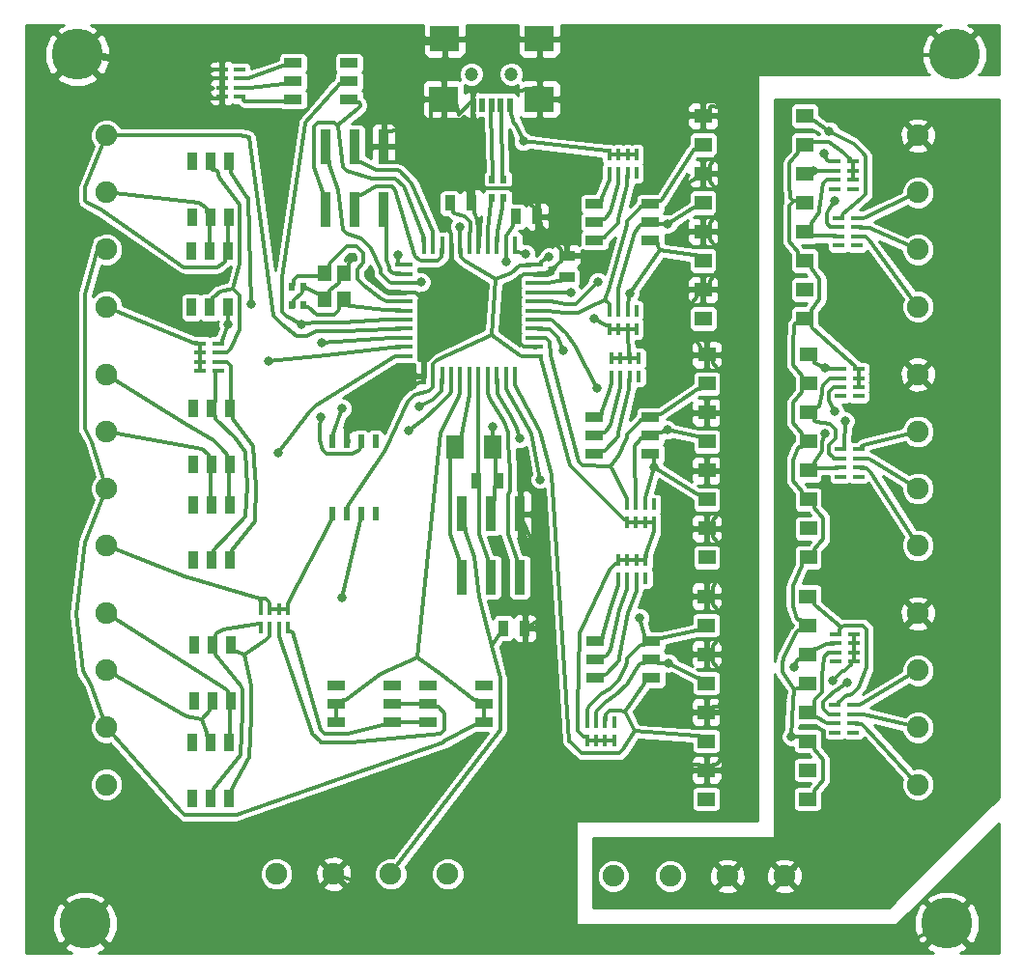
<source format=gtl>
G04 (created by PCBNEW (2013-jul-07)-stable) date Tue 19 May 2015 11:36:52 PM EDT*
%MOIN*%
G04 Gerber Fmt 3.4, Leading zero omitted, Abs format*
%FSLAX34Y34*%
G01*
G70*
G90*
G04 APERTURE LIST*
%ADD10C,0.00590551*%
%ADD11R,0.047X0.055*%
%ADD12R,0.0984X0.0866*%
%ADD13R,0.0197X0.0492*%
%ADD14C,0.0472*%
%ADD15R,0.06X0.016*%
%ADD16R,0.016X0.06*%
%ADD17R,0.035X0.055*%
%ADD18R,0.055X0.035*%
%ADD19R,0.038X0.119*%
%ADD20C,0.0748031*%
%ADD21R,0.015748X0.0393701*%
%ADD22R,0.0393701X0.015748*%
%ADD23R,0.023622X0.0275591*%
%ADD24R,0.0633X0.0354*%
%ADD25R,0.0354X0.0633*%
%ADD26R,0.0590551X0.0511811*%
%ADD27R,0.02X0.045*%
%ADD28C,0.176*%
%ADD29R,0.06X0.08*%
%ADD30C,0.033*%
%ADD31C,0.014*%
%ADD32C,0.01*%
G04 APERTURE END LIST*
G54D10*
G54D11*
X61271Y-51717D03*
X61941Y-51717D03*
X61941Y-50817D03*
X61271Y-50817D03*
G54D12*
X65421Y-42705D03*
X68689Y-42705D03*
X65380Y-44792D03*
G54D13*
X66719Y-44989D03*
X67034Y-44989D03*
X66404Y-44989D03*
X67349Y-44989D03*
X67664Y-44989D03*
G54D12*
X68688Y-44792D03*
G54D14*
X67724Y-43926D03*
X66346Y-43926D03*
G54D15*
X68523Y-52087D03*
X68523Y-51772D03*
X68523Y-51457D03*
X68523Y-51142D03*
X68523Y-50827D03*
X68523Y-50512D03*
X68523Y-52402D03*
X68523Y-52717D03*
X68523Y-53032D03*
X68523Y-53347D03*
X68523Y-53662D03*
X64023Y-52087D03*
X64023Y-51772D03*
X64023Y-51457D03*
X64023Y-51142D03*
X64023Y-50827D03*
X64023Y-50512D03*
X64023Y-52402D03*
X64023Y-52717D03*
X64023Y-53032D03*
X64023Y-53347D03*
X64023Y-53662D03*
G54D16*
X66273Y-49837D03*
X66273Y-54337D03*
X65958Y-49837D03*
X65958Y-54337D03*
X65643Y-54337D03*
X65643Y-49837D03*
X65328Y-49837D03*
X65328Y-54337D03*
X65013Y-54337D03*
X65013Y-49837D03*
X64698Y-49837D03*
X64698Y-54337D03*
X66588Y-54337D03*
X66588Y-49837D03*
X66903Y-49837D03*
X66903Y-54337D03*
X67218Y-54337D03*
X67218Y-49837D03*
X67533Y-49837D03*
X67533Y-54337D03*
X67848Y-54337D03*
X67848Y-49837D03*
G54D17*
X68626Y-48847D03*
X67876Y-48847D03*
X66347Y-48381D03*
X65597Y-48381D03*
G54D18*
X69635Y-50198D03*
X69635Y-50948D03*
G54D19*
X66015Y-59111D03*
X67015Y-59111D03*
X68015Y-59111D03*
X66015Y-61291D03*
X67015Y-61291D03*
X68015Y-61291D03*
X61320Y-46432D03*
X62320Y-46432D03*
X63320Y-46432D03*
X61320Y-48612D03*
X62320Y-48612D03*
X63320Y-48612D03*
G54D20*
X81750Y-60202D03*
X81750Y-58234D03*
X81750Y-56265D03*
X81750Y-54297D03*
X81750Y-51952D03*
X81750Y-49984D03*
X81750Y-48015D03*
X81750Y-46047D03*
X81750Y-68452D03*
X81750Y-66484D03*
X81750Y-64515D03*
X81750Y-62547D03*
X59618Y-71539D03*
X61586Y-71539D03*
X63555Y-71539D03*
X65523Y-71539D03*
X53750Y-46047D03*
X53750Y-48015D03*
X53750Y-49984D03*
X53750Y-51952D03*
X53750Y-54297D03*
X53750Y-56265D03*
X53750Y-58234D03*
X53750Y-60202D03*
X53750Y-62547D03*
X53750Y-64515D03*
X53750Y-66484D03*
X53750Y-68452D03*
X71237Y-71616D03*
X73205Y-71616D03*
X75174Y-71616D03*
X77142Y-71616D03*
G54D21*
X59074Y-63041D03*
X59389Y-63041D03*
X59704Y-63041D03*
X60019Y-63041D03*
X60019Y-62411D03*
X59704Y-62411D03*
X59389Y-62411D03*
X59074Y-62411D03*
X71411Y-61335D03*
X71726Y-61335D03*
X72040Y-61335D03*
X72355Y-61335D03*
X72355Y-60706D03*
X72040Y-60706D03*
X71726Y-60706D03*
X71411Y-60706D03*
G54D22*
X57616Y-54171D03*
X57616Y-53856D03*
X57616Y-53541D03*
X57616Y-53226D03*
X56986Y-53226D03*
X56986Y-53541D03*
X56986Y-53856D03*
X56986Y-54171D03*
X58359Y-44714D03*
X58359Y-44399D03*
X58359Y-44084D03*
X58359Y-43769D03*
X57729Y-43769D03*
X57729Y-44084D03*
X57729Y-44399D03*
X57729Y-44714D03*
G54D21*
X71171Y-54370D03*
X71486Y-54370D03*
X71801Y-54370D03*
X72116Y-54370D03*
X72116Y-53740D03*
X71801Y-53740D03*
X71486Y-53740D03*
X71171Y-53740D03*
G54D22*
X78893Y-46944D03*
X78893Y-47259D03*
X78893Y-47574D03*
X78893Y-47889D03*
X79523Y-47889D03*
X79523Y-47574D03*
X79523Y-47259D03*
X79523Y-46944D03*
X79067Y-54104D03*
X79067Y-54419D03*
X79067Y-54734D03*
X79067Y-55049D03*
X79697Y-55049D03*
X79697Y-54734D03*
X79697Y-54419D03*
X79697Y-54104D03*
X78927Y-63269D03*
X78927Y-63584D03*
X78927Y-63899D03*
X78927Y-64214D03*
X79557Y-64214D03*
X79557Y-63899D03*
X79557Y-63584D03*
X79557Y-63269D03*
X79012Y-48896D03*
X79012Y-49211D03*
X79012Y-49526D03*
X79012Y-49841D03*
X79642Y-49841D03*
X79642Y-49526D03*
X79642Y-49211D03*
X79642Y-48896D03*
G54D21*
X71103Y-47333D03*
X71418Y-47333D03*
X71733Y-47333D03*
X72048Y-47333D03*
X72048Y-46703D03*
X71733Y-46703D03*
X71418Y-46703D03*
X71103Y-46703D03*
G54D22*
X78893Y-65714D03*
X78893Y-66029D03*
X78893Y-66344D03*
X78893Y-66659D03*
X79523Y-66659D03*
X79523Y-66344D03*
X79523Y-66029D03*
X79523Y-65714D03*
G54D21*
X72045Y-52095D03*
X71730Y-52095D03*
X71415Y-52095D03*
X71100Y-52095D03*
X71100Y-52725D03*
X71415Y-52725D03*
X71730Y-52725D03*
X72045Y-52725D03*
X72649Y-58784D03*
X72334Y-58784D03*
X72019Y-58784D03*
X71704Y-58784D03*
X71704Y-59414D03*
X72019Y-59414D03*
X72334Y-59414D03*
X72649Y-59414D03*
X71275Y-66314D03*
X70960Y-66314D03*
X70645Y-66314D03*
X70330Y-66314D03*
X70330Y-66944D03*
X70645Y-66944D03*
X70960Y-66944D03*
X71275Y-66944D03*
G54D22*
X79067Y-56881D03*
X79067Y-57196D03*
X79067Y-57511D03*
X79067Y-57826D03*
X79697Y-57826D03*
X79697Y-57511D03*
X79697Y-57196D03*
X79697Y-56881D03*
G54D23*
X67058Y-48191D03*
X67058Y-47562D03*
X67451Y-48191D03*
X67451Y-47562D03*
G54D24*
X63609Y-66286D03*
X63609Y-65656D03*
X63609Y-65026D03*
X61677Y-65026D03*
X61677Y-65656D03*
X61677Y-66286D03*
G54D25*
X58038Y-63634D03*
X57408Y-63634D03*
X56778Y-63634D03*
X56778Y-65566D03*
X57408Y-65566D03*
X58038Y-65566D03*
X58020Y-55473D03*
X57390Y-55473D03*
X56760Y-55473D03*
X56760Y-57405D03*
X57390Y-57405D03*
X58020Y-57405D03*
X57976Y-46943D03*
X57346Y-46943D03*
X56716Y-46943D03*
X56716Y-48875D03*
X57346Y-48875D03*
X57976Y-48875D03*
G54D24*
X70592Y-48404D03*
X70592Y-49034D03*
X70592Y-49664D03*
X72524Y-49664D03*
X72524Y-49034D03*
X72524Y-48404D03*
X70591Y-55775D03*
X70591Y-56405D03*
X70591Y-57035D03*
X72523Y-57035D03*
X72523Y-56405D03*
X72523Y-55775D03*
X70614Y-63516D03*
X70614Y-64146D03*
X70614Y-64776D03*
X72546Y-64776D03*
X72546Y-64146D03*
X72546Y-63516D03*
X66787Y-66286D03*
X66787Y-65656D03*
X66787Y-65026D03*
X64855Y-65026D03*
X64855Y-65656D03*
X64855Y-66286D03*
G54D25*
X57961Y-67016D03*
X57331Y-67016D03*
X56701Y-67016D03*
X56701Y-68948D03*
X57331Y-68948D03*
X57961Y-68948D03*
X58000Y-58785D03*
X57370Y-58785D03*
X56740Y-58785D03*
X56740Y-60717D03*
X57370Y-60717D03*
X58000Y-60717D03*
X57946Y-50043D03*
X57316Y-50043D03*
X56686Y-50043D03*
X56686Y-51975D03*
X57316Y-51975D03*
X57946Y-51975D03*
G54D24*
X62119Y-44803D03*
X62119Y-44173D03*
X62119Y-43543D03*
X60187Y-43543D03*
X60187Y-44173D03*
X60187Y-44803D03*
G54D26*
X77963Y-60614D03*
X77963Y-59614D03*
X77963Y-58614D03*
X77963Y-57614D03*
X77963Y-56614D03*
X77963Y-55614D03*
X77963Y-54614D03*
X77963Y-53614D03*
X74463Y-53614D03*
X74463Y-54614D03*
X74463Y-55614D03*
X74463Y-56614D03*
X74463Y-57614D03*
X74463Y-58614D03*
X74463Y-59614D03*
X74463Y-60614D03*
X77836Y-52363D03*
X77836Y-51363D03*
X77836Y-50363D03*
X77836Y-49363D03*
X77836Y-48363D03*
X77836Y-47363D03*
X77836Y-46363D03*
X77836Y-45363D03*
X74336Y-45363D03*
X74336Y-46363D03*
X74336Y-47363D03*
X74336Y-48363D03*
X74336Y-49363D03*
X74336Y-50363D03*
X74336Y-51363D03*
X74336Y-52363D03*
X77951Y-68952D03*
X77951Y-67952D03*
X77951Y-66952D03*
X77951Y-65952D03*
X77951Y-64952D03*
X77951Y-63952D03*
X77951Y-62952D03*
X77951Y-61952D03*
X74451Y-61952D03*
X74451Y-62952D03*
X74451Y-63952D03*
X74451Y-64952D03*
X74451Y-65952D03*
X74451Y-66952D03*
X74451Y-67952D03*
X74451Y-68952D03*
G54D23*
X60552Y-51277D03*
X60552Y-51907D03*
X60158Y-51277D03*
X60158Y-51907D03*
G54D27*
X63039Y-59090D03*
X62539Y-59090D03*
X62039Y-59090D03*
X61539Y-59090D03*
X61539Y-56590D03*
X62039Y-56590D03*
X62539Y-56590D03*
X63039Y-56590D03*
G54D28*
X82750Y-73250D03*
X53000Y-73250D03*
X52750Y-43250D03*
X83000Y-43250D03*
G54D17*
X68189Y-63059D03*
X67439Y-63059D03*
X67264Y-57973D03*
X66514Y-57973D03*
G54D29*
X67091Y-56791D03*
X65791Y-56791D03*
G54D30*
X67548Y-50417D03*
X67079Y-56111D03*
X68128Y-46250D03*
X65958Y-49189D03*
X64603Y-51108D03*
X70586Y-52359D03*
X69021Y-50232D03*
X77376Y-66800D03*
X78797Y-64862D03*
X68208Y-50122D03*
X63500Y-54500D03*
X65500Y-46500D03*
X68500Y-60250D03*
X73500Y-66000D03*
X65750Y-51500D03*
X73750Y-47750D03*
X62211Y-50261D03*
X62802Y-50832D03*
X77464Y-64413D03*
X79307Y-64925D03*
X78688Y-45891D03*
X78503Y-46662D03*
X58753Y-51877D03*
X57951Y-52572D03*
X78548Y-54076D03*
X79250Y-55908D03*
X78131Y-47263D03*
X78880Y-48288D03*
X78871Y-55569D03*
X78552Y-56348D03*
X63806Y-50152D03*
X61890Y-55464D03*
X61131Y-55782D03*
X60488Y-52558D03*
X61879Y-61985D03*
X68717Y-57919D03*
X73143Y-64254D03*
X68021Y-56513D03*
X72140Y-62689D03*
X61167Y-53217D03*
X59348Y-53833D03*
X72643Y-57492D03*
X70686Y-54768D03*
X73120Y-56214D03*
X69494Y-53482D03*
X64538Y-55417D03*
X59688Y-56988D03*
X71817Y-51489D03*
X69775Y-51455D03*
X70709Y-51090D03*
X73121Y-49099D03*
X64167Y-56239D03*
G54D31*
X67543Y-49607D02*
X67533Y-49837D01*
X67543Y-49537D02*
X67543Y-49607D01*
X67543Y-49508D02*
X67543Y-49537D01*
X67561Y-49451D02*
X67543Y-49508D01*
X67771Y-49151D02*
X67561Y-49451D01*
X67771Y-49122D02*
X67771Y-49151D01*
X67771Y-49052D02*
X67771Y-49122D01*
X67876Y-48847D02*
X67771Y-49052D01*
X67079Y-56391D02*
X67079Y-56111D01*
X67079Y-56461D02*
X67079Y-56391D01*
X67091Y-56791D02*
X67079Y-56461D01*
X67543Y-50067D02*
X67533Y-49837D01*
X67543Y-50137D02*
X67543Y-50067D01*
X67543Y-50231D02*
X67543Y-50137D01*
X67548Y-50417D02*
X67543Y-50231D01*
X67177Y-57121D02*
X67091Y-56791D01*
X67177Y-57191D02*
X67177Y-57121D01*
X67177Y-57698D02*
X67177Y-57191D01*
X67177Y-57768D02*
X67177Y-57698D01*
X67264Y-57973D02*
X67177Y-57768D01*
X67159Y-58178D02*
X67264Y-57973D01*
X67159Y-58248D02*
X67159Y-58178D01*
X67159Y-58277D02*
X67159Y-58248D01*
X67135Y-58487D02*
X67159Y-58277D01*
X67135Y-58516D02*
X67135Y-58487D01*
X67135Y-58586D02*
X67135Y-58516D01*
X67015Y-59111D02*
X67135Y-58586D01*
X67439Y-63059D02*
X67039Y-63651D01*
X67039Y-63651D02*
X67039Y-63651D01*
X71695Y-59287D02*
X71704Y-59414D01*
X71625Y-59287D02*
X71695Y-59287D01*
X71596Y-59287D02*
X71625Y-59287D01*
X71555Y-59246D02*
X71596Y-59287D01*
X69754Y-57434D02*
X71555Y-59246D01*
X69749Y-57423D02*
X69754Y-57434D01*
X68753Y-53771D02*
X69749Y-57423D01*
X68753Y-53742D02*
X68753Y-53771D01*
X68753Y-53672D02*
X68753Y-53742D01*
X68523Y-53662D02*
X68753Y-53672D01*
X66135Y-59636D02*
X66015Y-59111D01*
X66135Y-59706D02*
X66135Y-59636D01*
X66135Y-59735D02*
X66135Y-59706D01*
X66433Y-60602D02*
X66135Y-59735D01*
X66598Y-61981D02*
X66433Y-60602D01*
X67331Y-64754D02*
X67039Y-63651D01*
X67039Y-63651D02*
X66598Y-61981D01*
X67331Y-66368D02*
X67331Y-64754D01*
X67331Y-66557D02*
X67331Y-66368D01*
X63552Y-71536D02*
X67331Y-66557D01*
X65003Y-54567D02*
X65013Y-54337D01*
X65003Y-54637D02*
X65003Y-54567D01*
X65003Y-54731D02*
X65003Y-54637D01*
X64872Y-54862D02*
X65003Y-54731D01*
X64371Y-55014D02*
X64872Y-54862D01*
X64135Y-55250D02*
X64371Y-55014D01*
X63367Y-56910D02*
X64135Y-55250D01*
X62069Y-58836D02*
X63367Y-56910D01*
X62069Y-58865D02*
X62069Y-58836D01*
X62069Y-58935D02*
X62069Y-58865D01*
X62039Y-59090D02*
X62069Y-58935D01*
X63793Y-51132D02*
X64023Y-51142D01*
X63723Y-51132D02*
X63793Y-51132D01*
X63564Y-51132D02*
X63723Y-51132D01*
X63513Y-51113D02*
X63564Y-51132D01*
X63504Y-51110D02*
X63513Y-51113D01*
X63206Y-50812D02*
X63504Y-51110D01*
X63202Y-50803D02*
X63206Y-50812D01*
X63202Y-50666D02*
X63202Y-50803D01*
X62880Y-49940D02*
X63202Y-50666D01*
X62532Y-49592D02*
X62880Y-49940D01*
X62457Y-49561D02*
X62532Y-49592D01*
X62036Y-49435D02*
X62457Y-49561D01*
X61903Y-49301D02*
X62036Y-49435D01*
X61738Y-47923D02*
X61903Y-49301D01*
X61440Y-47056D02*
X61738Y-47923D01*
X61440Y-47027D02*
X61440Y-47056D01*
X61440Y-46957D02*
X61440Y-47027D01*
X61320Y-46432D02*
X61440Y-46957D01*
X71717Y-60706D02*
X71726Y-60706D01*
X71647Y-60706D02*
X71717Y-60706D01*
X71489Y-60706D02*
X71647Y-60706D01*
X71419Y-60706D02*
X71489Y-60706D01*
X71411Y-60706D02*
X71419Y-60706D01*
X71426Y-46703D02*
X71418Y-46703D01*
X71496Y-46703D02*
X71426Y-46703D01*
X71654Y-46703D02*
X71496Y-46703D01*
X71724Y-46703D02*
X71654Y-46703D01*
X71733Y-46703D02*
X71724Y-46703D01*
X71402Y-60832D02*
X71411Y-60706D01*
X71332Y-60832D02*
X71402Y-60832D01*
X71303Y-60832D02*
X71332Y-60832D01*
X71262Y-60873D02*
X71303Y-60832D01*
X71104Y-61044D02*
X71262Y-60873D01*
X70070Y-63245D02*
X71104Y-61044D01*
X70023Y-65809D02*
X70070Y-63245D01*
X70023Y-66417D02*
X70023Y-65809D01*
X70023Y-66605D02*
X70023Y-66417D01*
X70181Y-66776D02*
X70023Y-66605D01*
X70222Y-66817D02*
X70181Y-66776D01*
X70251Y-66817D02*
X70222Y-66817D01*
X70321Y-66817D02*
X70251Y-66817D01*
X70330Y-66944D02*
X70321Y-66817D01*
X65155Y-53812D02*
X67040Y-52926D01*
X65023Y-53944D02*
X65155Y-53812D01*
X65023Y-54037D02*
X65023Y-53944D01*
X65023Y-54107D02*
X65023Y-54037D01*
X65013Y-54337D02*
X65023Y-54107D01*
X68001Y-53633D02*
X67040Y-52926D01*
X68012Y-53637D02*
X68001Y-53633D01*
X68064Y-53652D02*
X68012Y-53637D01*
X68223Y-53652D02*
X68064Y-53652D01*
X68293Y-53652D02*
X68223Y-53652D01*
X68523Y-53662D02*
X68293Y-53652D01*
X71741Y-46703D02*
X71733Y-46703D01*
X71811Y-46703D02*
X71741Y-46703D01*
X71969Y-46703D02*
X71811Y-46703D01*
X72039Y-46703D02*
X71969Y-46703D01*
X72048Y-46703D02*
X72039Y-46703D01*
X71092Y-52598D02*
X71100Y-52725D01*
X71022Y-52598D02*
X71092Y-52598D01*
X70993Y-52598D02*
X71022Y-52598D01*
X70586Y-52359D02*
X70993Y-52598D01*
X70653Y-66944D02*
X70645Y-66944D01*
X70723Y-66944D02*
X70653Y-66944D01*
X70881Y-66944D02*
X70723Y-66944D01*
X70951Y-66944D02*
X70881Y-66944D01*
X70960Y-66944D02*
X70951Y-66944D01*
X71109Y-52725D02*
X71100Y-52725D01*
X71179Y-52725D02*
X71109Y-52725D01*
X71336Y-52725D02*
X71179Y-52725D01*
X71406Y-52725D02*
X71336Y-52725D01*
X71415Y-52725D02*
X71406Y-52725D01*
X72640Y-59540D02*
X72649Y-59414D01*
X72640Y-59610D02*
X72640Y-59540D01*
X72640Y-59705D02*
X72640Y-59610D01*
X72364Y-60480D02*
X72640Y-59705D01*
X72364Y-60509D02*
X72364Y-60480D01*
X72364Y-60579D02*
X72364Y-60509D01*
X72355Y-60706D02*
X72364Y-60579D01*
X71739Y-52852D02*
X71730Y-52725D01*
X71739Y-52922D02*
X71739Y-52852D01*
X71739Y-53016D02*
X71739Y-52922D01*
X71792Y-53449D02*
X71739Y-53016D01*
X71792Y-53544D02*
X71792Y-53449D01*
X71792Y-53614D02*
X71792Y-53544D01*
X71801Y-53740D02*
X71792Y-53614D01*
X67700Y-50785D02*
X67185Y-51004D01*
X68001Y-50542D02*
X67700Y-50785D01*
X68012Y-50537D02*
X68001Y-50542D01*
X68064Y-50522D02*
X68012Y-50537D01*
X68223Y-50522D02*
X68064Y-50522D01*
X68293Y-50522D02*
X68223Y-50522D01*
X68523Y-50512D02*
X68293Y-50522D01*
X65958Y-49607D02*
X65958Y-49837D01*
X65958Y-49537D02*
X65958Y-49607D01*
X65958Y-49189D02*
X65958Y-49537D01*
X70995Y-46576D02*
X68128Y-46250D01*
X71024Y-46576D02*
X70995Y-46576D01*
X71094Y-46576D02*
X71024Y-46576D01*
X71103Y-46703D02*
X71094Y-46576D01*
X71792Y-53740D02*
X71801Y-53740D01*
X71722Y-53740D02*
X71792Y-53740D01*
X71565Y-53740D02*
X71722Y-53740D01*
X71495Y-53740D02*
X71565Y-53740D01*
X71486Y-53740D02*
X71495Y-53740D01*
X67877Y-45660D02*
X68128Y-46250D01*
X67836Y-45619D02*
X67877Y-45660D01*
X67807Y-45619D02*
X67836Y-45619D01*
X67692Y-45165D02*
X67807Y-45619D01*
X67664Y-44989D02*
X67692Y-45165D01*
X71712Y-59414D02*
X71704Y-59414D01*
X71782Y-59414D02*
X71712Y-59414D01*
X71940Y-59414D02*
X71782Y-59414D01*
X72010Y-59414D02*
X71940Y-59414D01*
X72019Y-59414D02*
X72010Y-59414D01*
X66100Y-50362D02*
X67185Y-51004D01*
X65968Y-50231D02*
X66100Y-50362D01*
X65968Y-50137D02*
X65968Y-50231D01*
X65968Y-50067D02*
X65968Y-50137D01*
X65958Y-49837D02*
X65968Y-50067D01*
X72347Y-60706D02*
X72355Y-60706D01*
X72277Y-60706D02*
X72347Y-60706D01*
X72119Y-60706D02*
X72277Y-60706D01*
X72049Y-60706D02*
X72119Y-60706D01*
X72040Y-60706D02*
X72049Y-60706D01*
X72032Y-60706D02*
X72040Y-60706D01*
X71962Y-60706D02*
X72032Y-60706D01*
X71804Y-60706D02*
X71962Y-60706D01*
X71734Y-60706D02*
X71804Y-60706D01*
X71726Y-60706D02*
X71734Y-60706D01*
X64417Y-51132D02*
X64603Y-51108D01*
X64323Y-51132D02*
X64417Y-51132D01*
X64253Y-51132D02*
X64323Y-51132D01*
X64023Y-51142D02*
X64253Y-51132D01*
X71112Y-46703D02*
X71103Y-46703D01*
X71182Y-46703D02*
X71112Y-46703D01*
X71339Y-46703D02*
X71182Y-46703D01*
X71409Y-46703D02*
X71339Y-46703D01*
X71418Y-46703D02*
X71409Y-46703D01*
X71424Y-52725D02*
X71415Y-52725D01*
X71494Y-52725D02*
X71424Y-52725D01*
X71651Y-52725D02*
X71494Y-52725D01*
X71721Y-52725D02*
X71651Y-52725D01*
X71730Y-52725D02*
X71721Y-52725D01*
X72027Y-59414D02*
X72019Y-59414D01*
X72097Y-59414D02*
X72027Y-59414D01*
X72255Y-59414D02*
X72097Y-59414D01*
X72325Y-59414D02*
X72255Y-59414D01*
X72334Y-59414D02*
X72325Y-59414D01*
X70338Y-66944D02*
X70330Y-66944D01*
X70408Y-66944D02*
X70338Y-66944D01*
X70566Y-66944D02*
X70408Y-66944D01*
X70636Y-66944D02*
X70566Y-66944D01*
X70645Y-66944D02*
X70636Y-66944D01*
X71477Y-53740D02*
X71486Y-53740D01*
X71407Y-53740D02*
X71477Y-53740D01*
X71250Y-53740D02*
X71407Y-53740D01*
X71180Y-53740D02*
X71250Y-53740D01*
X71171Y-53740D02*
X71180Y-53740D01*
X72107Y-53740D02*
X72116Y-53740D01*
X72037Y-53740D02*
X72107Y-53740D01*
X71880Y-53740D02*
X72037Y-53740D01*
X71810Y-53740D02*
X71880Y-53740D01*
X71801Y-53740D02*
X71810Y-53740D01*
X68794Y-50362D02*
X69021Y-50232D01*
X68753Y-50403D02*
X68794Y-50362D01*
X68753Y-50432D02*
X68753Y-50403D01*
X68753Y-50502D02*
X68753Y-50432D01*
X68523Y-50512D02*
X68753Y-50502D01*
X70968Y-66944D02*
X70960Y-66944D01*
X71038Y-66944D02*
X70968Y-66944D01*
X71196Y-66944D02*
X71038Y-66944D01*
X71266Y-66944D02*
X71196Y-66944D01*
X71275Y-66944D02*
X71266Y-66944D01*
X67185Y-51004D02*
X67040Y-52926D01*
X71739Y-52725D02*
X71730Y-52725D01*
X71809Y-52725D02*
X71739Y-52725D01*
X71966Y-52725D02*
X71809Y-52725D01*
X72036Y-52725D02*
X71966Y-52725D01*
X72045Y-52725D02*
X72036Y-52725D01*
X72342Y-59414D02*
X72334Y-59414D01*
X72412Y-59414D02*
X72342Y-59414D01*
X72570Y-59414D02*
X72412Y-59414D01*
X72640Y-59414D02*
X72570Y-59414D01*
X72649Y-59414D02*
X72640Y-59414D01*
X77726Y-62766D02*
X77951Y-62952D01*
X77656Y-62766D02*
X77726Y-62766D01*
X77627Y-62766D02*
X77656Y-62766D01*
X77586Y-62725D02*
X77627Y-62766D01*
X77428Y-62302D02*
X77586Y-62725D01*
X77428Y-62114D02*
X77428Y-62302D01*
X77428Y-61602D02*
X77428Y-62114D01*
X77738Y-60899D02*
X77428Y-61602D01*
X77738Y-60870D02*
X77738Y-60899D01*
X77738Y-60800D02*
X77738Y-60870D01*
X77963Y-60614D02*
X77738Y-60800D01*
X77738Y-56429D02*
X77963Y-56614D01*
X77738Y-56359D02*
X77738Y-56429D01*
X77738Y-56330D02*
X77738Y-56359D01*
X77441Y-55965D02*
X77738Y-56330D01*
X77441Y-55776D02*
X77441Y-55965D01*
X77441Y-55264D02*
X77441Y-55776D01*
X77738Y-54899D02*
X77441Y-55264D01*
X77738Y-54870D02*
X77738Y-54899D01*
X77738Y-54800D02*
X77738Y-54870D01*
X77963Y-54614D02*
X77738Y-54800D01*
X79523Y-47565D02*
X79523Y-47574D01*
X79523Y-47495D02*
X79523Y-47565D01*
X79523Y-47337D02*
X79523Y-47495D01*
X79523Y-47267D02*
X79523Y-47337D01*
X79523Y-47259D02*
X79523Y-47267D01*
X77611Y-50177D02*
X77836Y-50363D01*
X77611Y-50107D02*
X77611Y-50177D01*
X77611Y-50078D02*
X77611Y-50107D01*
X77314Y-49713D02*
X77611Y-50078D01*
X77314Y-49525D02*
X77314Y-49713D01*
X77314Y-48455D02*
X77314Y-49525D01*
X77447Y-48322D02*
X77314Y-48455D01*
X77503Y-48312D02*
X77447Y-48322D01*
X77428Y-65602D02*
X77481Y-65180D01*
X77376Y-66800D02*
X77428Y-65602D01*
X77061Y-64579D02*
X77481Y-65180D01*
X77061Y-64246D02*
X77061Y-64579D01*
X77130Y-63997D02*
X77061Y-64246D01*
X77135Y-63986D02*
X77130Y-63997D01*
X77586Y-63179D02*
X77135Y-63986D01*
X77627Y-63138D02*
X77586Y-63179D01*
X77656Y-63138D02*
X77627Y-63138D01*
X77726Y-63138D02*
X77656Y-63138D01*
X77951Y-62952D02*
X77726Y-63138D01*
X78062Y-52177D02*
X77836Y-52363D01*
X78062Y-52107D02*
X78062Y-52177D01*
X78062Y-52078D02*
X78062Y-52107D01*
X78359Y-51713D02*
X78062Y-52078D01*
X78359Y-51525D02*
X78359Y-51713D01*
X78359Y-51013D02*
X78359Y-51525D01*
X78062Y-50648D02*
X78359Y-51013D01*
X78062Y-50619D02*
X78062Y-50648D01*
X78062Y-50549D02*
X78062Y-50619D01*
X77836Y-50363D02*
X78062Y-50549D01*
X77738Y-58429D02*
X77963Y-58614D01*
X77738Y-58359D02*
X77738Y-58429D01*
X77738Y-58330D02*
X77738Y-58359D01*
X77441Y-57965D02*
X77738Y-58330D01*
X77441Y-57776D02*
X77441Y-57965D01*
X77441Y-57264D02*
X77441Y-57776D01*
X77598Y-56841D02*
X77441Y-57264D01*
X77639Y-56800D02*
X77598Y-56841D01*
X77668Y-56800D02*
X77639Y-56800D01*
X77738Y-56800D02*
X77668Y-56800D01*
X77963Y-56614D02*
X77738Y-56800D01*
X79570Y-54095D02*
X79697Y-54104D01*
X79570Y-54025D02*
X79570Y-54095D01*
X79570Y-53996D02*
X79570Y-54025D01*
X79529Y-53955D02*
X79570Y-53996D01*
X79358Y-53797D02*
X79529Y-53955D01*
X78103Y-52689D02*
X79358Y-53797D01*
X78062Y-52648D02*
X78103Y-52689D01*
X78062Y-52619D02*
X78062Y-52648D01*
X78062Y-52549D02*
X78062Y-52619D01*
X77836Y-52363D02*
X78062Y-52549D01*
X79140Y-64523D02*
X78797Y-64862D01*
X79218Y-64520D02*
X79140Y-64523D01*
X79389Y-64362D02*
X79218Y-64520D01*
X79430Y-64321D02*
X79389Y-64362D01*
X79430Y-64292D02*
X79430Y-64321D01*
X79430Y-64222D02*
X79430Y-64292D01*
X79557Y-64214D02*
X79430Y-64222D01*
X78189Y-60429D02*
X77963Y-60614D01*
X78189Y-60359D02*
X78189Y-60429D01*
X78189Y-60330D02*
X78189Y-60359D01*
X78486Y-59965D02*
X78189Y-60330D01*
X78486Y-59776D02*
X78486Y-59965D01*
X78486Y-59264D02*
X78486Y-59776D01*
X78189Y-58899D02*
X78486Y-59264D01*
X78189Y-58870D02*
X78189Y-58899D01*
X78189Y-58800D02*
X78189Y-58870D01*
X77963Y-58614D02*
X78189Y-58800D01*
X79523Y-47250D02*
X79523Y-47259D01*
X79523Y-47180D02*
X79523Y-47250D01*
X79523Y-47022D02*
X79523Y-47180D01*
X79523Y-46952D02*
X79523Y-47022D01*
X79523Y-46944D02*
X79523Y-46952D01*
X79557Y-63575D02*
X79557Y-63584D01*
X79557Y-63505D02*
X79557Y-63575D01*
X79557Y-63347D02*
X79557Y-63505D01*
X79557Y-63277D02*
X79557Y-63347D01*
X79557Y-63269D02*
X79557Y-63277D01*
X78062Y-46277D02*
X77836Y-46363D01*
X78132Y-46277D02*
X78062Y-46277D01*
X78662Y-46277D02*
X78132Y-46277D01*
X79184Y-46637D02*
X78662Y-46277D01*
X79355Y-46795D02*
X79184Y-46637D01*
X79396Y-46836D02*
X79355Y-46795D01*
X79396Y-46865D02*
X79396Y-46836D01*
X79396Y-46935D02*
X79396Y-46865D01*
X79523Y-46944D02*
X79396Y-46935D01*
X78176Y-68766D02*
X77951Y-68952D01*
X78176Y-68696D02*
X78176Y-68766D01*
X78176Y-68667D02*
X78176Y-68696D01*
X78474Y-68302D02*
X78176Y-68667D01*
X78474Y-68114D02*
X78474Y-68302D01*
X78474Y-67602D02*
X78474Y-68114D01*
X78176Y-67237D02*
X78474Y-67602D01*
X78176Y-67208D02*
X78176Y-67237D01*
X78176Y-67138D02*
X78176Y-67208D01*
X77951Y-66952D02*
X78176Y-67138D01*
X77627Y-65138D02*
X77481Y-65180D01*
X77656Y-65138D02*
X77627Y-65138D01*
X77726Y-65138D02*
X77656Y-65138D01*
X77951Y-64952D02*
X77726Y-65138D01*
X79557Y-63890D02*
X79557Y-63899D01*
X79557Y-63820D02*
X79557Y-63890D01*
X79557Y-63662D02*
X79557Y-63820D01*
X79557Y-63592D02*
X79557Y-63662D01*
X79557Y-63584D02*
X79557Y-63592D01*
X77738Y-54429D02*
X77963Y-54614D01*
X77738Y-54359D02*
X77738Y-54429D01*
X77738Y-54330D02*
X77738Y-54359D01*
X77441Y-53965D02*
X77738Y-54330D01*
X77441Y-53776D02*
X77441Y-53965D01*
X77441Y-53264D02*
X77441Y-53776D01*
X77471Y-52590D02*
X77441Y-53264D01*
X77512Y-52549D02*
X77471Y-52590D01*
X77541Y-52549D02*
X77512Y-52549D01*
X77611Y-52549D02*
X77541Y-52549D01*
X77836Y-52363D02*
X77611Y-52549D01*
X77457Y-48312D02*
X77503Y-48312D01*
X77337Y-48192D02*
X77457Y-48312D01*
X77314Y-47713D02*
X77337Y-48192D01*
X77314Y-47525D02*
X77314Y-47713D01*
X77314Y-47013D02*
X77314Y-47525D01*
X77611Y-46648D02*
X77314Y-47013D01*
X77611Y-46619D02*
X77611Y-46648D01*
X77611Y-46549D02*
X77611Y-46619D01*
X77836Y-46363D02*
X77611Y-46549D01*
X79697Y-54427D02*
X79697Y-54419D01*
X79697Y-54497D02*
X79697Y-54427D01*
X79697Y-54655D02*
X79697Y-54497D01*
X79697Y-54725D02*
X79697Y-54655D01*
X79697Y-54734D02*
X79697Y-54725D01*
X77541Y-48312D02*
X77503Y-48312D01*
X77611Y-48312D02*
X77541Y-48312D01*
X77836Y-48363D02*
X77611Y-48312D01*
X79697Y-54410D02*
X79697Y-54419D01*
X79697Y-54340D02*
X79697Y-54410D01*
X79697Y-54182D02*
X79697Y-54340D01*
X79697Y-54112D02*
X79697Y-54182D01*
X79697Y-54104D02*
X79697Y-54112D01*
X77726Y-66800D02*
X77951Y-66952D01*
X77656Y-66800D02*
X77726Y-66800D01*
X77376Y-66800D02*
X77656Y-66800D01*
X79557Y-64205D02*
X79557Y-64214D01*
X79557Y-64135D02*
X79557Y-64205D01*
X79557Y-63977D02*
X79557Y-64135D01*
X79557Y-63907D02*
X79557Y-63977D01*
X79557Y-63899D02*
X79557Y-63907D01*
X66913Y-49607D02*
X66903Y-49837D01*
X66913Y-49537D02*
X66913Y-49607D01*
X66913Y-49291D02*
X66913Y-49537D01*
X67010Y-48358D02*
X66913Y-49291D01*
X67010Y-48329D02*
X67010Y-48358D01*
X67010Y-48259D02*
X67010Y-48329D01*
X67058Y-48191D02*
X67010Y-48259D01*
X67228Y-49607D02*
X67218Y-49837D01*
X67228Y-49537D02*
X67228Y-49607D01*
X67228Y-49378D02*
X67228Y-49537D01*
X67403Y-48521D02*
X67228Y-49378D01*
X67403Y-48329D02*
X67403Y-48521D01*
X67403Y-48259D02*
X67403Y-48329D01*
X67451Y-48191D02*
X67403Y-48259D01*
X63198Y-64621D02*
X64478Y-64067D01*
X62022Y-65549D02*
X63198Y-64621D01*
X61993Y-65549D02*
X62022Y-65549D01*
X61923Y-65549D02*
X61993Y-65549D01*
X61677Y-65656D02*
X61923Y-65549D01*
X65948Y-54567D02*
X65958Y-54337D01*
X65948Y-54637D02*
X65948Y-54567D01*
X65948Y-54946D02*
X65948Y-54637D01*
X65869Y-55137D02*
X65948Y-54946D01*
X65263Y-56297D02*
X65869Y-55137D01*
X64478Y-64067D02*
X65263Y-56297D01*
X53209Y-65002D02*
X53750Y-66484D01*
X52959Y-64549D02*
X53209Y-65002D01*
X52709Y-62581D02*
X52959Y-64549D01*
X53002Y-60117D02*
X52709Y-62581D01*
X53750Y-58234D02*
X53002Y-60117D01*
X65266Y-64621D02*
X64478Y-64067D01*
X66441Y-65549D02*
X65266Y-64621D01*
X66470Y-65549D02*
X66441Y-65549D01*
X66540Y-65549D02*
X66470Y-65549D01*
X66787Y-65656D02*
X66540Y-65549D01*
X61677Y-65763D02*
X61677Y-65656D01*
X61677Y-65833D02*
X61677Y-65763D01*
X61677Y-66109D02*
X61677Y-65833D01*
X61677Y-66179D02*
X61677Y-66109D01*
X61677Y-66286D02*
X61677Y-66179D01*
X66540Y-66393D02*
X66787Y-66286D01*
X66470Y-66393D02*
X66540Y-66393D01*
X66441Y-66393D02*
X66470Y-66393D01*
X65393Y-66983D02*
X66441Y-66393D01*
X65383Y-66988D02*
X65393Y-66983D01*
X58232Y-69492D02*
X65383Y-66988D01*
X58044Y-69492D02*
X58232Y-69492D01*
X56430Y-69492D02*
X58044Y-69492D01*
X56297Y-69359D02*
X56430Y-69492D01*
X53750Y-66484D02*
X56297Y-69359D01*
X66787Y-65763D02*
X66787Y-65656D01*
X66787Y-65833D02*
X66787Y-65763D01*
X66787Y-66109D02*
X66787Y-65833D01*
X66787Y-66179D02*
X66787Y-66109D01*
X66787Y-66286D02*
X66787Y-66179D01*
X53252Y-56633D02*
X53750Y-58234D01*
X53002Y-56180D02*
X53252Y-56633D01*
X53002Y-54212D02*
X53002Y-56180D01*
X53013Y-51524D02*
X53002Y-54212D01*
X53500Y-49734D02*
X53013Y-51524D01*
X67858Y-50067D02*
X67848Y-49837D01*
X67928Y-50067D02*
X67858Y-50067D01*
X67957Y-50067D02*
X67928Y-50067D01*
X68208Y-50122D02*
X67957Y-50067D01*
X63750Y-55000D02*
X63500Y-54500D01*
X65500Y-46500D02*
X65380Y-44792D01*
X68015Y-59111D02*
X68500Y-60250D01*
X73500Y-66000D02*
X74451Y-65952D01*
X65250Y-50908D02*
X65750Y-51500D01*
X73750Y-47750D02*
X74336Y-47363D01*
X75500Y-45221D02*
X75750Y-43500D01*
X75750Y-43500D02*
X83000Y-43250D01*
X69028Y-67784D02*
X69250Y-73750D01*
X69250Y-73750D02*
X81750Y-73750D01*
X81750Y-73750D02*
X82750Y-73250D01*
X69542Y-67357D02*
X69028Y-67784D01*
X69028Y-67784D02*
X63818Y-72121D01*
X63818Y-72121D02*
X63779Y-72137D01*
X63779Y-72137D02*
X63326Y-72137D01*
X63326Y-72137D02*
X61584Y-71536D01*
X68189Y-63059D02*
X68766Y-62747D01*
X68766Y-62747D02*
X68766Y-62747D01*
X65633Y-49607D02*
X65643Y-49837D01*
X65633Y-49537D02*
X65633Y-49607D01*
X65633Y-49444D02*
X65633Y-49537D01*
X65252Y-48878D02*
X65633Y-49444D01*
X65195Y-48750D02*
X65252Y-48878D01*
X65195Y-48042D02*
X65195Y-48750D01*
X66358Y-47879D02*
X66236Y-47931D01*
X66866Y-47876D02*
X66358Y-47879D01*
X67013Y-47876D02*
X66866Y-47876D01*
X67643Y-47876D02*
X67013Y-47876D01*
X68480Y-48502D02*
X67643Y-47876D01*
X68521Y-48543D02*
X68480Y-48502D01*
X68521Y-48572D02*
X68521Y-48543D01*
X68521Y-48642D02*
X68521Y-48572D01*
X68626Y-48847D02*
X68521Y-48642D01*
X74226Y-67766D02*
X74451Y-67952D01*
X74156Y-67766D02*
X74226Y-67766D01*
X74127Y-67766D02*
X74156Y-67766D01*
X70040Y-67666D02*
X74127Y-67766D01*
X70029Y-67662D02*
X70040Y-67666D01*
X69542Y-67357D02*
X70029Y-67662D01*
X68731Y-49052D02*
X68626Y-48847D01*
X68731Y-49122D02*
X68731Y-49052D01*
X68731Y-49151D02*
X68731Y-49122D01*
X69430Y-49994D02*
X68731Y-49151D01*
X69430Y-50023D02*
X69430Y-49994D01*
X69430Y-50093D02*
X69430Y-50023D01*
X69635Y-50198D02*
X69430Y-50093D01*
X65867Y-47879D02*
X66236Y-47931D01*
X65679Y-47879D02*
X65867Y-47879D01*
X65328Y-47879D02*
X65679Y-47879D01*
X65195Y-48012D02*
X65328Y-47879D01*
X65195Y-48042D02*
X65195Y-48012D01*
X74859Y-46713D02*
X75605Y-45244D01*
X74562Y-47078D02*
X74859Y-46713D01*
X74562Y-47107D02*
X74562Y-47078D01*
X74562Y-47177D02*
X74562Y-47107D01*
X74336Y-47363D02*
X74562Y-47177D01*
X64253Y-51467D02*
X64023Y-51457D01*
X64323Y-51467D02*
X64253Y-51467D01*
X64417Y-51467D02*
X64323Y-51467D01*
X64580Y-51601D02*
X64417Y-51467D01*
X69428Y-67018D02*
X69542Y-67357D01*
X68433Y-60602D02*
X68766Y-62747D01*
X68766Y-62747D02*
X69428Y-67018D01*
X68135Y-59735D02*
X68433Y-60602D01*
X68135Y-59706D02*
X68135Y-59735D01*
X68135Y-59636D02*
X68135Y-59706D01*
X68015Y-59111D02*
X68135Y-59636D01*
X68293Y-50837D02*
X68523Y-50827D01*
X68223Y-50837D02*
X68293Y-50837D01*
X68130Y-50837D02*
X68223Y-50837D01*
X67998Y-50969D02*
X68130Y-50837D01*
X67996Y-51038D02*
X67998Y-50969D01*
X67996Y-52948D02*
X67996Y-51038D01*
X67996Y-53137D02*
X67996Y-52948D01*
X67998Y-53206D02*
X67996Y-53137D01*
X68130Y-53337D02*
X67998Y-53206D01*
X68223Y-53337D02*
X68130Y-53337D01*
X68293Y-53337D02*
X68223Y-53337D01*
X68523Y-53347D02*
X68293Y-53337D01*
X74689Y-53800D02*
X74463Y-53614D01*
X74689Y-53870D02*
X74689Y-53800D01*
X74689Y-53899D02*
X74689Y-53870D01*
X74986Y-54264D02*
X74689Y-53899D01*
X74986Y-55334D02*
X74986Y-54264D01*
X74986Y-55523D02*
X74986Y-55334D01*
X74934Y-55618D02*
X74986Y-55523D01*
X74689Y-59800D02*
X74463Y-59614D01*
X74689Y-59870D02*
X74689Y-59800D01*
X74689Y-59899D02*
X74689Y-59870D01*
X74986Y-60264D02*
X74689Y-59899D01*
X74986Y-60776D02*
X74986Y-60264D01*
X74986Y-60965D02*
X74986Y-60776D01*
X74676Y-61667D02*
X74986Y-60965D01*
X74676Y-61696D02*
X74676Y-61667D01*
X74676Y-61766D02*
X74676Y-61696D01*
X74451Y-61952D02*
X74676Y-61766D01*
X74562Y-45177D02*
X74336Y-45363D01*
X74562Y-45107D02*
X74562Y-45177D01*
X74562Y-45078D02*
X74562Y-45107D01*
X74603Y-45037D02*
X74562Y-45078D01*
X74661Y-45037D02*
X74603Y-45037D01*
X74690Y-45037D02*
X74661Y-45037D01*
X75605Y-45244D02*
X75500Y-45221D01*
X75500Y-45221D02*
X74690Y-45037D01*
X64069Y-47062D02*
X65195Y-48042D01*
X64035Y-47043D02*
X64069Y-47062D01*
X63828Y-46957D02*
X64035Y-47043D01*
X63510Y-46957D02*
X63828Y-46957D01*
X63440Y-46957D02*
X63510Y-46957D01*
X63320Y-46432D02*
X63440Y-46957D01*
X66242Y-48176D02*
X66347Y-48381D01*
X66242Y-48106D02*
X66242Y-48176D01*
X66242Y-48077D02*
X66242Y-48106D01*
X66236Y-47931D02*
X66242Y-48077D01*
X60504Y-51345D02*
X60552Y-51277D01*
X60504Y-51415D02*
X60504Y-51345D01*
X60504Y-51444D02*
X60504Y-51415D01*
X60462Y-51485D02*
X60504Y-51444D01*
X60247Y-51699D02*
X60462Y-51485D01*
X60206Y-51740D02*
X60247Y-51699D01*
X60206Y-51769D02*
X60206Y-51740D01*
X60206Y-51839D02*
X60206Y-51769D01*
X60158Y-51907D02*
X60206Y-51839D01*
X65633Y-50067D02*
X65643Y-49837D01*
X65633Y-50137D02*
X65633Y-50067D01*
X65633Y-50297D02*
X65633Y-50137D01*
X65618Y-50349D02*
X65633Y-50297D01*
X65614Y-50359D02*
X65618Y-50349D01*
X65006Y-51275D02*
X65250Y-50908D01*
X65250Y-50908D02*
X65614Y-50359D01*
X64770Y-51511D02*
X65006Y-51275D01*
X64580Y-51601D02*
X64770Y-51511D01*
X74986Y-57706D02*
X74934Y-57615D01*
X74986Y-58776D02*
X74986Y-57706D01*
X74986Y-58965D02*
X74986Y-58776D01*
X74689Y-59330D02*
X74986Y-58965D01*
X74689Y-59359D02*
X74689Y-59330D01*
X74689Y-59429D02*
X74689Y-59359D01*
X74463Y-59614D02*
X74689Y-59429D01*
X64688Y-54567D02*
X64698Y-54337D01*
X64618Y-54567D02*
X64688Y-54567D01*
X64589Y-54567D02*
X64618Y-54567D01*
X64217Y-54748D02*
X64589Y-54567D01*
X62110Y-56295D02*
X64217Y-54748D01*
X62069Y-56336D02*
X62110Y-56295D01*
X62069Y-56365D02*
X62069Y-56336D01*
X62069Y-56435D02*
X62069Y-56365D01*
X62039Y-56590D02*
X62069Y-56435D01*
X74775Y-65766D02*
X74921Y-65762D01*
X74746Y-65766D02*
X74775Y-65766D01*
X74676Y-65766D02*
X74746Y-65766D01*
X74451Y-65952D02*
X74676Y-65766D01*
X74986Y-55706D02*
X74934Y-55618D01*
X74986Y-57334D02*
X74986Y-55706D01*
X74986Y-57523D02*
X74986Y-57334D01*
X74934Y-57615D02*
X74986Y-57523D01*
X64708Y-54000D02*
X64580Y-51601D01*
X64708Y-54037D02*
X64708Y-54000D01*
X64708Y-54107D02*
X64708Y-54037D01*
X64698Y-54337D02*
X64708Y-54107D01*
X74676Y-64138D02*
X74451Y-63952D01*
X74676Y-64208D02*
X74676Y-64138D01*
X74676Y-64237D02*
X74676Y-64208D01*
X74974Y-64602D02*
X74676Y-64237D01*
X74974Y-65114D02*
X74974Y-64602D01*
X74974Y-65302D02*
X74974Y-65114D01*
X74921Y-65762D02*
X74974Y-65302D01*
X64998Y-42683D02*
X65420Y-42705D01*
X65009Y-42853D02*
X64998Y-42683D01*
X59776Y-43138D02*
X65009Y-42853D01*
X57438Y-43463D02*
X59776Y-43138D01*
X52750Y-43250D02*
X57438Y-43463D01*
X61436Y-51512D02*
X61271Y-51717D01*
X61436Y-51442D02*
X61436Y-51512D01*
X61436Y-51413D02*
X61436Y-51442D01*
X61477Y-51372D02*
X61436Y-51413D01*
X61735Y-51162D02*
X61477Y-51372D01*
X61776Y-51120D02*
X61735Y-51162D01*
X61776Y-51092D02*
X61776Y-51120D01*
X61776Y-51022D02*
X61776Y-51092D01*
X61941Y-50817D02*
X61776Y-51022D01*
X57729Y-44390D02*
X57729Y-44399D01*
X57729Y-44320D02*
X57729Y-44390D01*
X57729Y-44163D02*
X57729Y-44320D01*
X57729Y-44093D02*
X57729Y-44163D01*
X57729Y-44084D02*
X57729Y-44093D01*
X57729Y-44075D02*
X57729Y-44084D01*
X57729Y-44005D02*
X57729Y-44075D01*
X57729Y-43848D02*
X57729Y-44005D01*
X57729Y-43778D02*
X57729Y-43848D01*
X57729Y-43769D02*
X57729Y-43778D01*
X68753Y-50817D02*
X68523Y-50827D01*
X68823Y-50817D02*
X68753Y-50817D01*
X68917Y-50817D02*
X68823Y-50817D01*
X69186Y-50630D02*
X68917Y-50817D01*
X69389Y-50443D02*
X69186Y-50630D01*
X69430Y-50402D02*
X69389Y-50443D01*
X69430Y-50373D02*
X69430Y-50402D01*
X69430Y-50303D02*
X69430Y-50373D01*
X69635Y-50198D02*
X69430Y-50303D01*
X57602Y-44075D02*
X57729Y-44084D01*
X57532Y-44075D02*
X57602Y-44075D01*
X57503Y-44075D02*
X57532Y-44075D01*
X52750Y-43250D02*
X57503Y-44075D01*
X74775Y-67766D02*
X74921Y-67684D01*
X74746Y-67766D02*
X74775Y-67766D01*
X74676Y-67766D02*
X74746Y-67766D01*
X74451Y-67952D02*
X74676Y-67766D01*
X74562Y-47549D02*
X74336Y-47363D01*
X74562Y-47619D02*
X74562Y-47549D01*
X74562Y-47648D02*
X74562Y-47619D01*
X74859Y-48013D02*
X74562Y-47648D01*
X74859Y-48525D02*
X74859Y-48013D01*
X74859Y-48713D02*
X74859Y-48525D01*
X74562Y-49078D02*
X74859Y-48713D01*
X74562Y-49107D02*
X74562Y-49078D01*
X74562Y-49177D02*
X74562Y-49107D01*
X74336Y-49363D02*
X74562Y-49177D01*
X63440Y-45907D02*
X63320Y-46432D01*
X63510Y-45907D02*
X63440Y-45907D01*
X63539Y-45907D02*
X63510Y-45907D01*
X64904Y-45609D02*
X63539Y-45907D01*
X64933Y-45609D02*
X64904Y-45609D01*
X64957Y-45155D02*
X64933Y-45609D01*
X65380Y-44792D02*
X64957Y-45155D01*
X65802Y-44890D02*
X65380Y-44792D01*
X65917Y-45345D02*
X65802Y-44890D01*
X66305Y-44890D02*
X65917Y-45345D01*
X66375Y-44890D02*
X66305Y-44890D01*
X66404Y-44989D02*
X66375Y-44890D01*
X66578Y-49607D02*
X66588Y-49837D01*
X66578Y-49537D02*
X66578Y-49607D01*
X66578Y-49291D02*
X66578Y-49537D01*
X66557Y-48963D02*
X66578Y-49291D01*
X66452Y-48685D02*
X66557Y-48963D01*
X66452Y-48656D02*
X66452Y-48685D01*
X66452Y-48586D02*
X66452Y-48656D01*
X66347Y-48381D02*
X66452Y-48586D01*
X68688Y-44429D02*
X68687Y-44792D01*
X68688Y-44359D02*
X68688Y-44429D01*
X68688Y-43137D02*
X68688Y-44359D01*
X68688Y-43067D02*
X68688Y-43137D01*
X68689Y-42705D02*
X68688Y-43067D01*
X61106Y-51512D02*
X61271Y-51717D01*
X61036Y-51512D02*
X61106Y-51512D01*
X61007Y-51512D02*
X61036Y-51512D01*
X60699Y-51345D02*
X61007Y-51512D01*
X60670Y-51345D02*
X60699Y-51345D01*
X60600Y-51345D02*
X60670Y-51345D01*
X60552Y-51277D02*
X60600Y-51345D01*
X66384Y-44743D02*
X66404Y-44989D01*
X66384Y-44673D02*
X66384Y-44743D01*
X66678Y-44343D02*
X66384Y-44673D01*
X67245Y-44430D02*
X66678Y-44343D01*
X68055Y-44498D02*
X67245Y-44430D01*
X68719Y-44359D02*
X68055Y-44498D01*
X68789Y-44359D02*
X68719Y-44359D01*
X68687Y-44792D02*
X68789Y-44359D01*
X74676Y-62138D02*
X74451Y-61952D01*
X74676Y-62208D02*
X74676Y-62138D01*
X74676Y-62237D02*
X74676Y-62208D01*
X74974Y-62602D02*
X74676Y-62237D01*
X74974Y-63114D02*
X74974Y-62602D01*
X74974Y-63302D02*
X74974Y-63114D01*
X74676Y-63667D02*
X74974Y-63302D01*
X74676Y-63696D02*
X74676Y-63667D01*
X74676Y-63766D02*
X74676Y-63696D01*
X74451Y-63952D02*
X74676Y-63766D01*
X57729Y-44705D02*
X57729Y-44714D01*
X57729Y-44635D02*
X57729Y-44705D01*
X57729Y-44477D02*
X57729Y-44635D01*
X57729Y-44407D02*
X57729Y-44477D01*
X57729Y-44399D02*
X57729Y-44407D01*
X74759Y-57615D02*
X74934Y-57615D01*
X74689Y-57615D02*
X74759Y-57615D01*
X74463Y-57614D02*
X74689Y-57615D01*
X62950Y-50983D02*
X62802Y-50832D01*
X63333Y-51365D02*
X62950Y-50983D01*
X63402Y-51416D02*
X63333Y-51365D01*
X63477Y-51447D02*
X63402Y-51416D01*
X63723Y-51447D02*
X63477Y-51447D01*
X63793Y-51447D02*
X63723Y-51447D01*
X64023Y-51457D02*
X63793Y-51447D01*
X74111Y-51549D02*
X74336Y-51363D01*
X74111Y-51619D02*
X74111Y-51549D01*
X74111Y-51648D02*
X74111Y-51619D01*
X73814Y-52013D02*
X74111Y-51648D01*
X73814Y-52525D02*
X73814Y-52013D01*
X73814Y-52713D02*
X73814Y-52525D01*
X74238Y-53330D02*
X73814Y-52713D01*
X74238Y-53359D02*
X74238Y-53330D01*
X74238Y-53429D02*
X74238Y-53359D01*
X74463Y-53614D02*
X74238Y-53429D01*
X65400Y-44429D02*
X65380Y-44792D01*
X65400Y-44359D02*
X65400Y-44429D01*
X65400Y-43137D02*
X65400Y-44359D01*
X65400Y-43067D02*
X65400Y-43137D01*
X65420Y-42705D02*
X65400Y-43067D01*
X74562Y-51177D02*
X74336Y-51363D01*
X74562Y-51107D02*
X74562Y-51177D01*
X74562Y-51078D02*
X74562Y-51107D01*
X74859Y-50713D02*
X74562Y-51078D01*
X74859Y-50525D02*
X74859Y-50713D01*
X74859Y-50013D02*
X74859Y-50525D01*
X74562Y-49648D02*
X74859Y-50013D01*
X74562Y-49619D02*
X74562Y-49648D01*
X74562Y-49549D02*
X74562Y-49619D01*
X74336Y-49363D02*
X74562Y-49549D01*
X74974Y-66044D02*
X74921Y-65762D01*
X74974Y-67114D02*
X74974Y-66044D01*
X74974Y-67302D02*
X74974Y-67114D01*
X74921Y-67684D02*
X74974Y-67302D01*
X69110Y-44850D02*
X68687Y-44792D01*
X69180Y-44850D02*
X69110Y-44850D01*
X74041Y-45305D02*
X69180Y-44850D01*
X74111Y-45305D02*
X74041Y-45305D01*
X74336Y-45363D02*
X74111Y-45305D01*
X74759Y-55618D02*
X74934Y-55618D01*
X74689Y-55618D02*
X74759Y-55618D01*
X74463Y-55614D02*
X74689Y-55618D01*
X62106Y-50612D02*
X61941Y-50817D01*
X62106Y-50542D02*
X62106Y-50612D01*
X62106Y-50513D02*
X62106Y-50542D01*
X62211Y-50261D02*
X62106Y-50513D01*
X62423Y-45120D02*
X61707Y-45714D01*
X62505Y-45038D02*
X62423Y-45120D01*
X62505Y-45009D02*
X62505Y-45038D01*
X62505Y-44951D02*
X62505Y-45009D01*
X62464Y-44910D02*
X62505Y-44951D01*
X62435Y-44910D02*
X62464Y-44910D01*
X62365Y-44910D02*
X62435Y-44910D01*
X62119Y-44803D02*
X62365Y-44910D01*
X64688Y-49607D02*
X64698Y-49837D01*
X64688Y-49537D02*
X64688Y-49607D01*
X64688Y-49508D02*
X64688Y-49537D01*
X64035Y-47876D02*
X64688Y-49508D01*
X64031Y-47865D02*
X64035Y-47876D01*
X64005Y-47812D02*
X64031Y-47865D01*
X63715Y-47522D02*
X64005Y-47812D01*
X62925Y-47522D02*
X63715Y-47522D01*
X62036Y-47255D02*
X62925Y-47522D01*
X61903Y-47121D02*
X62036Y-47255D01*
X61736Y-45743D02*
X61903Y-47121D01*
X61707Y-45714D02*
X61736Y-45743D01*
X61604Y-45611D02*
X61707Y-45714D01*
X61458Y-45609D02*
X61604Y-45611D01*
X61224Y-45609D02*
X61458Y-45609D01*
X61036Y-45609D02*
X61224Y-45609D01*
X60903Y-45743D02*
X61036Y-45609D01*
X60903Y-46933D02*
X60903Y-45743D01*
X60903Y-47121D02*
X60903Y-46933D01*
X61200Y-47988D02*
X60903Y-47121D01*
X61200Y-48017D02*
X61200Y-47988D01*
X61200Y-48087D02*
X61200Y-48017D01*
X61320Y-48612D02*
X61200Y-48087D01*
X65003Y-49607D02*
X65013Y-49837D01*
X65003Y-49537D02*
X65003Y-49607D01*
X65003Y-49378D02*
X65003Y-49537D01*
X64283Y-47697D02*
X65003Y-49378D01*
X64245Y-47652D02*
X64283Y-47697D01*
X63875Y-47282D02*
X64245Y-47652D01*
X63772Y-47239D02*
X63875Y-47282D01*
X63422Y-47240D02*
X63772Y-47239D01*
X63042Y-47240D02*
X63422Y-47240D01*
X62539Y-46957D02*
X63042Y-47240D01*
X62510Y-46957D02*
X62539Y-46957D01*
X62440Y-46957D02*
X62510Y-46957D01*
X62320Y-46432D02*
X62440Y-46957D01*
X80067Y-49668D02*
X81750Y-51952D01*
X79933Y-49535D02*
X80067Y-49668D01*
X79839Y-49535D02*
X79933Y-49535D01*
X79769Y-49535D02*
X79839Y-49535D01*
X79642Y-49526D02*
X79769Y-49535D01*
X80116Y-57226D02*
X81750Y-58234D01*
X80105Y-57222D02*
X80116Y-57226D01*
X80053Y-57205D02*
X80105Y-57222D01*
X79894Y-57205D02*
X80053Y-57205D01*
X79824Y-57205D02*
X79894Y-57205D01*
X79697Y-57196D02*
X79824Y-57205D01*
X79865Y-56732D02*
X81750Y-56265D01*
X79824Y-56773D02*
X79865Y-56732D01*
X79824Y-56802D02*
X79824Y-56773D01*
X79824Y-56872D02*
X79824Y-56802D01*
X79697Y-56881D02*
X79824Y-56872D01*
X79266Y-62962D02*
X79090Y-63015D01*
X79454Y-62962D02*
X79266Y-62962D01*
X79848Y-62962D02*
X79454Y-62962D01*
X79981Y-63096D02*
X79848Y-62962D01*
X79981Y-64198D02*
X79981Y-63096D01*
X79981Y-64387D02*
X79981Y-64198D01*
X79710Y-65092D02*
X79981Y-64387D01*
X79474Y-65328D02*
X79710Y-65092D01*
X79232Y-65408D02*
X79474Y-65328D01*
X79061Y-65565D02*
X79232Y-65408D01*
X79020Y-65606D02*
X79061Y-65565D01*
X79020Y-65635D02*
X79020Y-65606D01*
X79020Y-65705D02*
X79020Y-65635D01*
X78893Y-65714D02*
X79020Y-65705D01*
X79054Y-63161D02*
X79090Y-63015D01*
X79054Y-63190D02*
X79054Y-63161D01*
X79054Y-63260D02*
X79054Y-63190D01*
X78927Y-63269D02*
X79054Y-63260D01*
X78217Y-62278D02*
X79090Y-63015D01*
X78176Y-62237D02*
X78217Y-62278D01*
X78176Y-62208D02*
X78176Y-62237D01*
X78176Y-62138D02*
X78176Y-62208D01*
X77951Y-61952D02*
X78176Y-62138D01*
X78176Y-66138D02*
X77951Y-65952D01*
X78246Y-66138D02*
X78176Y-66138D01*
X78275Y-66138D02*
X78246Y-66138D01*
X78550Y-66304D02*
X78275Y-66138D01*
X78603Y-66333D02*
X78550Y-66304D01*
X78667Y-66335D02*
X78603Y-66333D01*
X78696Y-66335D02*
X78667Y-66335D01*
X78766Y-66335D02*
X78696Y-66335D01*
X78893Y-66344D02*
X78766Y-66335D01*
X78800Y-63907D02*
X78927Y-63899D01*
X78730Y-63907D02*
X78800Y-63907D01*
X78701Y-63907D02*
X78730Y-63907D01*
X78636Y-63917D02*
X78701Y-63907D01*
X78502Y-64051D02*
X78636Y-63917D01*
X78434Y-64712D02*
X78502Y-64051D01*
X78434Y-65013D02*
X78434Y-64712D01*
X78448Y-65054D02*
X78434Y-65013D01*
X78448Y-65222D02*
X78448Y-65054D01*
X78430Y-65284D02*
X78448Y-65222D01*
X78210Y-65504D02*
X78430Y-65284D01*
X78180Y-65574D02*
X78210Y-65504D01*
X78176Y-65583D02*
X78180Y-65574D01*
X78176Y-65696D02*
X78176Y-65583D01*
X78176Y-65766D02*
X78176Y-65696D01*
X77951Y-65952D02*
X78176Y-65766D01*
X78800Y-63592D02*
X78927Y-63584D01*
X78730Y-63592D02*
X78800Y-63592D01*
X78636Y-63592D02*
X78730Y-63592D01*
X78572Y-63595D02*
X78636Y-63592D01*
X78275Y-63766D02*
X78572Y-63595D01*
X78246Y-63766D02*
X78275Y-63766D01*
X78176Y-63766D02*
X78246Y-63766D01*
X77951Y-63952D02*
X78176Y-63766D01*
X77726Y-64138D02*
X77951Y-63952D01*
X77656Y-64138D02*
X77726Y-64138D01*
X77627Y-64138D02*
X77656Y-64138D01*
X77586Y-64179D02*
X77627Y-64138D01*
X77464Y-64413D02*
X77586Y-64179D01*
X78942Y-65213D02*
X79307Y-64925D01*
X78915Y-65213D02*
X78942Y-65213D01*
X78620Y-65452D02*
X78915Y-65213D01*
X78513Y-65559D02*
X78620Y-65452D01*
X78480Y-65616D02*
X78513Y-65559D01*
X78480Y-65795D02*
X78480Y-65616D01*
X78516Y-65868D02*
X78480Y-65795D01*
X78626Y-65979D02*
X78516Y-65868D01*
X78667Y-66020D02*
X78626Y-65979D01*
X78696Y-66020D02*
X78667Y-66020D01*
X78766Y-66020D02*
X78696Y-66020D01*
X78893Y-66029D02*
X78766Y-66020D01*
X79947Y-66486D02*
X81750Y-68452D01*
X79814Y-66353D02*
X79947Y-66486D01*
X79720Y-66353D02*
X79814Y-66353D01*
X79650Y-66353D02*
X79720Y-66353D01*
X79523Y-66344D02*
X79650Y-66353D01*
X79879Y-66038D02*
X81750Y-66484D01*
X79720Y-66038D02*
X79879Y-66038D01*
X79650Y-66038D02*
X79720Y-66038D01*
X79523Y-66029D02*
X79650Y-66038D01*
X79548Y-46344D02*
X78688Y-45891D01*
X79847Y-46643D02*
X79548Y-46344D01*
X79947Y-46771D02*
X79847Y-46643D01*
X79947Y-47873D02*
X79947Y-46771D01*
X79947Y-48062D02*
X79947Y-47873D01*
X79814Y-48195D02*
X79947Y-48062D01*
X79351Y-48590D02*
X79814Y-48195D01*
X79180Y-48747D02*
X79351Y-48590D01*
X79139Y-48788D02*
X79180Y-48747D01*
X79139Y-48817D02*
X79139Y-48788D01*
X79139Y-48887D02*
X79139Y-48817D01*
X79012Y-48896D02*
X79139Y-48887D01*
X78626Y-46894D02*
X78503Y-46662D01*
X78667Y-46935D02*
X78626Y-46894D01*
X78696Y-46935D02*
X78667Y-46935D01*
X78766Y-46935D02*
X78696Y-46935D01*
X78893Y-46944D02*
X78766Y-46935D01*
X78161Y-45549D02*
X78688Y-45891D01*
X78132Y-45549D02*
X78161Y-45549D01*
X78062Y-45549D02*
X78132Y-45549D01*
X77836Y-45363D02*
X78062Y-45549D01*
X79749Y-65705D02*
X81750Y-64515D01*
X79720Y-65705D02*
X79749Y-65705D01*
X79650Y-65705D02*
X79720Y-65705D01*
X79523Y-65714D02*
X79650Y-65705D01*
X72032Y-61462D02*
X72040Y-61335D01*
X72032Y-61532D02*
X72032Y-61462D01*
X72032Y-61778D02*
X72032Y-61532D01*
X71737Y-62522D02*
X72032Y-61778D01*
X71436Y-64059D02*
X71737Y-62522D01*
X71436Y-64177D02*
X71436Y-64059D01*
X71435Y-64180D02*
X71436Y-64177D01*
X71001Y-64628D02*
X71435Y-64180D01*
X70960Y-64669D02*
X71001Y-64628D01*
X70931Y-64669D02*
X70960Y-64669D01*
X70861Y-64669D02*
X70931Y-64669D01*
X70614Y-64776D02*
X70861Y-64669D01*
X71724Y-47460D02*
X71733Y-47333D01*
X71724Y-47530D02*
X71724Y-47460D01*
X71724Y-47776D02*
X71724Y-47530D01*
X71415Y-48947D02*
X71724Y-47776D01*
X71415Y-49065D02*
X71415Y-48947D01*
X71413Y-49068D02*
X71415Y-49065D01*
X70979Y-49516D02*
X71413Y-49068D01*
X70938Y-49557D02*
X70979Y-49516D01*
X70909Y-49557D02*
X70938Y-49557D01*
X70839Y-49557D02*
X70909Y-49557D01*
X70592Y-49664D02*
X70839Y-49557D01*
X71409Y-47460D02*
X71418Y-47333D01*
X71409Y-47530D02*
X71409Y-47460D01*
X71409Y-47689D02*
X71409Y-47530D01*
X71136Y-48676D02*
X71409Y-47689D01*
X70979Y-48886D02*
X71136Y-48676D01*
X70938Y-48927D02*
X70979Y-48886D01*
X70909Y-48927D02*
X70938Y-48927D01*
X70839Y-48927D02*
X70909Y-48927D01*
X70592Y-49034D02*
X70839Y-48927D01*
X71094Y-47460D02*
X71103Y-47333D01*
X71094Y-47530D02*
X71094Y-47460D01*
X71094Y-47559D02*
X71094Y-47530D01*
X70839Y-48198D02*
X71094Y-47559D01*
X70839Y-48227D02*
X70839Y-48198D01*
X70839Y-48297D02*
X70839Y-48227D01*
X70592Y-48404D02*
X70839Y-48297D01*
X71792Y-54497D02*
X71801Y-54370D01*
X71792Y-54567D02*
X71792Y-54497D01*
X71792Y-54813D02*
X71792Y-54567D01*
X71413Y-56317D02*
X71792Y-54813D01*
X71413Y-56435D02*
X71413Y-56317D01*
X71412Y-56439D02*
X71413Y-56435D01*
X70977Y-56887D02*
X71412Y-56439D01*
X70936Y-56928D02*
X70977Y-56887D01*
X70907Y-56928D02*
X70936Y-56928D01*
X70837Y-56928D02*
X70907Y-56928D01*
X70591Y-57035D02*
X70837Y-56928D01*
X71477Y-54497D02*
X71486Y-54370D01*
X71477Y-54567D02*
X71477Y-54497D01*
X71477Y-54727D02*
X71477Y-54567D01*
X71135Y-56046D02*
X71477Y-54727D01*
X70977Y-56257D02*
X71135Y-56046D01*
X70936Y-56298D02*
X70977Y-56257D01*
X70907Y-56298D02*
X70936Y-56298D01*
X70837Y-56298D02*
X70907Y-56298D01*
X70591Y-56405D02*
X70837Y-56298D01*
X71162Y-54497D02*
X71171Y-54370D01*
X71162Y-54567D02*
X71162Y-54497D01*
X71162Y-54596D02*
X71162Y-54567D01*
X71089Y-54935D02*
X71162Y-54596D01*
X70837Y-55569D02*
X71089Y-54935D01*
X70837Y-55598D02*
X70837Y-55569D01*
X70837Y-55668D02*
X70837Y-55598D01*
X70591Y-55775D02*
X70837Y-55668D01*
X71717Y-61462D02*
X71726Y-61335D01*
X71717Y-61532D02*
X71717Y-61462D01*
X71717Y-61692D02*
X71717Y-61532D01*
X71440Y-62443D02*
X71717Y-61692D01*
X71158Y-63788D02*
X71440Y-62443D01*
X71001Y-63998D02*
X71158Y-63788D01*
X70960Y-64039D02*
X71001Y-63998D01*
X70931Y-64039D02*
X70960Y-64039D01*
X70861Y-64039D02*
X70931Y-64039D01*
X70614Y-64146D02*
X70861Y-64039D01*
X71402Y-61462D02*
X71411Y-61335D01*
X71402Y-61532D02*
X71402Y-61462D01*
X71402Y-61561D02*
X71402Y-61532D01*
X71142Y-62384D02*
X71402Y-61561D01*
X70861Y-63310D02*
X71142Y-62384D01*
X70861Y-63339D02*
X70861Y-63310D01*
X70861Y-63409D02*
X70861Y-63339D01*
X70614Y-63516D02*
X70861Y-63409D01*
X78766Y-47582D02*
X78893Y-47574D01*
X78696Y-47582D02*
X78766Y-47582D01*
X78602Y-47582D02*
X78696Y-47582D01*
X78468Y-47716D02*
X78602Y-47582D01*
X78341Y-48602D02*
X78468Y-47716D01*
X78336Y-48619D02*
X78341Y-48602D01*
X78336Y-48704D02*
X78336Y-48619D01*
X78062Y-49078D02*
X78336Y-48704D01*
X78062Y-49107D02*
X78062Y-49078D01*
X78062Y-49177D02*
X78062Y-49107D01*
X77836Y-49363D02*
X78062Y-49177D01*
X78062Y-49517D02*
X77836Y-49363D01*
X78132Y-49517D02*
X78062Y-49517D01*
X78815Y-49517D02*
X78132Y-49517D01*
X78885Y-49517D02*
X78815Y-49517D01*
X79012Y-49526D02*
X78885Y-49517D01*
X57743Y-53532D02*
X57616Y-53541D01*
X57813Y-53532D02*
X57743Y-53532D01*
X57907Y-53532D02*
X57813Y-53532D01*
X58040Y-53399D02*
X57907Y-53532D01*
X58354Y-52739D02*
X58040Y-53399D01*
X58354Y-52405D02*
X58354Y-52739D01*
X58351Y-52044D02*
X58354Y-52405D01*
X58351Y-51565D02*
X58351Y-52044D01*
X58217Y-51431D02*
X58351Y-51565D01*
X58115Y-51333D02*
X58217Y-51431D01*
X58351Y-50454D02*
X58115Y-51333D01*
X58351Y-50266D02*
X58351Y-50454D01*
X58342Y-48429D02*
X58351Y-50266D01*
X57631Y-47510D02*
X58342Y-48429D01*
X57563Y-47277D02*
X57631Y-47510D01*
X57522Y-47236D02*
X57563Y-47277D01*
X57493Y-47236D02*
X57522Y-47236D01*
X57423Y-47236D02*
X57493Y-47236D01*
X57316Y-46989D02*
X57423Y-47236D01*
X57675Y-51431D02*
X58115Y-51333D01*
X57464Y-51589D02*
X57675Y-51431D01*
X57423Y-51630D02*
X57464Y-51589D01*
X57423Y-51659D02*
X57423Y-51630D01*
X57423Y-51729D02*
X57423Y-51659D01*
X57316Y-51975D02*
X57423Y-51729D01*
X57743Y-53118D02*
X57951Y-52572D01*
X57743Y-53147D02*
X57743Y-53118D01*
X57743Y-53217D02*
X57743Y-53147D01*
X57616Y-53226D02*
X57743Y-53217D01*
X58629Y-48204D02*
X58753Y-51877D01*
X58625Y-48194D02*
X58629Y-48204D01*
X58053Y-47335D02*
X58625Y-48194D01*
X58053Y-47306D02*
X58053Y-47335D01*
X58053Y-47236D02*
X58053Y-47306D01*
X57946Y-46989D02*
X58053Y-47236D01*
X57951Y-52222D02*
X57946Y-51975D01*
X57951Y-52292D02*
X57951Y-52222D01*
X57951Y-52572D02*
X57951Y-52292D01*
X58486Y-44075D02*
X58359Y-44084D01*
X58556Y-44075D02*
X58486Y-44075D01*
X58650Y-44075D02*
X58556Y-44075D01*
X59841Y-43650D02*
X58650Y-44075D01*
X59870Y-43650D02*
X59841Y-43650D01*
X59940Y-43650D02*
X59870Y-43650D01*
X60187Y-43543D02*
X59940Y-43650D01*
X58486Y-44390D02*
X58359Y-44399D01*
X58556Y-44390D02*
X58486Y-44390D01*
X58715Y-44390D02*
X58556Y-44390D01*
X59841Y-44280D02*
X58715Y-44390D01*
X59870Y-44280D02*
X59841Y-44280D01*
X59940Y-44280D02*
X59870Y-44280D01*
X60187Y-44173D02*
X59940Y-44280D01*
X58486Y-44722D02*
X58359Y-44714D01*
X58486Y-44792D02*
X58486Y-44722D01*
X58486Y-44821D02*
X58486Y-44792D01*
X58527Y-44862D02*
X58486Y-44821D01*
X59870Y-44862D02*
X58527Y-44862D01*
X59940Y-44862D02*
X59870Y-44862D01*
X60187Y-44803D02*
X59940Y-44862D01*
X78230Y-53940D02*
X78548Y-54076D01*
X78189Y-53899D02*
X78230Y-53940D01*
X78189Y-53870D02*
X78189Y-53899D01*
X78189Y-53800D02*
X78189Y-53870D01*
X77963Y-53614D02*
X78189Y-53800D01*
X78841Y-54095D02*
X78548Y-54076D01*
X78870Y-54095D02*
X78841Y-54095D01*
X78940Y-54095D02*
X78870Y-54095D01*
X79067Y-54104D02*
X78940Y-54095D01*
X79194Y-56773D02*
X79250Y-55908D01*
X79194Y-56802D02*
X79194Y-56773D01*
X79194Y-56872D02*
X79194Y-56802D01*
X79067Y-56881D02*
X79194Y-56872D01*
X66263Y-54567D02*
X66273Y-54337D01*
X66263Y-54637D02*
X66263Y-54567D01*
X66263Y-55009D02*
X66263Y-54637D01*
X66021Y-56362D02*
X66263Y-55009D01*
X66021Y-56391D02*
X66021Y-56362D01*
X66021Y-56461D02*
X66021Y-56391D01*
X65791Y-56791D02*
X66021Y-56461D01*
X65598Y-57121D02*
X65791Y-56791D01*
X65598Y-57191D02*
X65598Y-57121D01*
X65598Y-59801D02*
X65598Y-57191D01*
X65895Y-60667D02*
X65598Y-59801D01*
X65895Y-60696D02*
X65895Y-60667D01*
X65895Y-60766D02*
X65895Y-60696D01*
X66015Y-61291D02*
X65895Y-60766D01*
X66578Y-54567D02*
X66588Y-54337D01*
X66578Y-54637D02*
X66578Y-54567D01*
X66578Y-55056D02*
X66578Y-54637D01*
X66563Y-56297D02*
X66578Y-55056D01*
X66563Y-57698D02*
X66563Y-56297D01*
X66563Y-57768D02*
X66563Y-57698D01*
X66514Y-57973D02*
X66563Y-57768D01*
X66598Y-58178D02*
X66514Y-57973D01*
X66598Y-58248D02*
X66598Y-58178D01*
X66598Y-59801D02*
X66598Y-58248D01*
X66895Y-60667D02*
X66598Y-59801D01*
X66895Y-60696D02*
X66895Y-60667D01*
X66895Y-60766D02*
X66895Y-60696D01*
X67015Y-61291D02*
X66895Y-60766D01*
X66913Y-54567D02*
X66903Y-54337D01*
X66913Y-54637D02*
X66913Y-54567D01*
X66913Y-54946D02*
X66913Y-54637D01*
X66992Y-55137D02*
X66913Y-54946D01*
X67482Y-55945D02*
X66992Y-55137D01*
X67618Y-56297D02*
X67482Y-55945D01*
X67618Y-56680D02*
X67618Y-56297D01*
X67667Y-57604D02*
X67618Y-56680D01*
X67667Y-58154D02*
X67667Y-57604D01*
X67667Y-58342D02*
X67667Y-58154D01*
X67598Y-58422D02*
X67667Y-58342D01*
X67598Y-59612D02*
X67598Y-58422D01*
X67598Y-59801D02*
X67598Y-59612D01*
X67895Y-60667D02*
X67598Y-59801D01*
X67895Y-60696D02*
X67895Y-60667D01*
X67895Y-60766D02*
X67895Y-60696D01*
X68015Y-61291D02*
X67895Y-60766D01*
X78062Y-47267D02*
X77836Y-47363D01*
X78132Y-47267D02*
X78062Y-47267D01*
X78696Y-47267D02*
X78132Y-47267D01*
X78766Y-47267D02*
X78696Y-47267D01*
X78893Y-47259D02*
X78766Y-47267D01*
X78688Y-48595D02*
X78880Y-48288D01*
X78620Y-48718D02*
X78688Y-48595D01*
X78611Y-48733D02*
X78620Y-48718D01*
X78611Y-48818D02*
X78611Y-48733D01*
X78594Y-48883D02*
X78611Y-48818D01*
X78594Y-49067D02*
X78594Y-48883D01*
X78724Y-49197D02*
X78594Y-49067D01*
X78787Y-49202D02*
X78724Y-49197D01*
X78815Y-49202D02*
X78787Y-49202D01*
X78885Y-49202D02*
X78815Y-49202D01*
X79012Y-49211D02*
X78885Y-49202D01*
X77876Y-47363D02*
X77836Y-47363D01*
X78131Y-47263D02*
X77876Y-47363D01*
X67377Y-45165D02*
X67349Y-44989D01*
X67377Y-45235D02*
X67377Y-45165D01*
X67422Y-47424D02*
X67377Y-45235D01*
X67422Y-47494D02*
X67422Y-47424D01*
X67451Y-47562D02*
X67422Y-47494D01*
X67023Y-45165D02*
X67034Y-44989D01*
X67023Y-45235D02*
X67023Y-45165D01*
X67068Y-47424D02*
X67023Y-45235D01*
X67068Y-47494D02*
X67068Y-47424D01*
X67058Y-47562D02*
X67068Y-47494D01*
X68753Y-51132D02*
X68523Y-51142D01*
X68823Y-51132D02*
X68753Y-51132D01*
X68983Y-51132D02*
X68823Y-51132D01*
X69331Y-51053D02*
X68983Y-51132D01*
X69360Y-51053D02*
X69331Y-51053D01*
X69430Y-51053D02*
X69360Y-51053D01*
X69635Y-50948D02*
X69430Y-51053D01*
X57497Y-54180D02*
X57616Y-54171D01*
X57497Y-54250D02*
X57497Y-54180D01*
X57497Y-55156D02*
X57497Y-54250D01*
X57497Y-55226D02*
X57497Y-55156D01*
X57390Y-55473D02*
X57497Y-55226D01*
X57497Y-55719D02*
X57390Y-55473D01*
X57497Y-55789D02*
X57497Y-55719D01*
X57497Y-55818D02*
X57497Y-55789D01*
X58181Y-56468D02*
X57497Y-55818D01*
X58539Y-56960D02*
X58181Y-56468D01*
X58570Y-57578D02*
X58539Y-56960D01*
X58610Y-58149D02*
X58570Y-57578D01*
X58551Y-59200D02*
X58610Y-58149D01*
X57437Y-60370D02*
X58551Y-59200D01*
X57437Y-60399D02*
X57437Y-60370D01*
X57437Y-60469D02*
X57437Y-60399D01*
X57330Y-60715D02*
X57437Y-60469D01*
X59065Y-62914D02*
X59074Y-63041D01*
X58995Y-62914D02*
X59065Y-62914D01*
X57767Y-63090D02*
X58995Y-62914D01*
X57556Y-63248D02*
X57767Y-63090D01*
X57515Y-63289D02*
X57556Y-63248D01*
X57515Y-63318D02*
X57515Y-63289D01*
X57515Y-63388D02*
X57515Y-63318D01*
X57408Y-63634D02*
X57515Y-63388D01*
X57515Y-63881D02*
X57408Y-63634D01*
X57515Y-63951D02*
X57515Y-63881D01*
X57515Y-63980D02*
X57515Y-63951D01*
X58382Y-65028D02*
X57515Y-63980D01*
X58442Y-65155D02*
X58382Y-65028D01*
X58442Y-65788D02*
X58442Y-65155D01*
X58442Y-65977D02*
X58442Y-65788D01*
X58366Y-67427D02*
X58442Y-65977D01*
X57438Y-68602D02*
X58366Y-67427D01*
X57438Y-68631D02*
X57438Y-68602D01*
X57438Y-68701D02*
X57438Y-68631D01*
X57331Y-68948D02*
X57438Y-68701D01*
X60027Y-63168D02*
X60019Y-63041D01*
X60097Y-63168D02*
X60027Y-63168D01*
X60126Y-63168D02*
X60097Y-63168D01*
X60167Y-63209D02*
X60126Y-63168D01*
X61133Y-66557D02*
X60167Y-63209D01*
X61266Y-66690D02*
X61133Y-66557D01*
X61899Y-66690D02*
X61266Y-66690D01*
X62087Y-66690D02*
X61899Y-66690D01*
X63263Y-66393D02*
X62087Y-66690D01*
X63292Y-66393D02*
X63263Y-66393D01*
X63362Y-66393D02*
X63292Y-66393D01*
X63609Y-66286D02*
X63362Y-66393D01*
X63855Y-66286D02*
X63609Y-66286D01*
X63925Y-66286D02*
X63855Y-66286D01*
X64538Y-66286D02*
X63925Y-66286D01*
X64608Y-66286D02*
X64538Y-66286D01*
X64855Y-66286D02*
X64608Y-66286D01*
X80061Y-49242D02*
X81750Y-49984D01*
X80050Y-49237D02*
X80061Y-49242D01*
X79999Y-49220D02*
X80050Y-49237D01*
X79839Y-49220D02*
X79999Y-49220D01*
X79769Y-49220D02*
X79839Y-49220D01*
X79642Y-49211D02*
X79769Y-49220D01*
X63855Y-65656D02*
X63609Y-65656D01*
X63925Y-65656D02*
X63855Y-65656D01*
X64538Y-65656D02*
X63925Y-65656D01*
X64608Y-65656D02*
X64538Y-65656D01*
X64855Y-65656D02*
X64608Y-65656D01*
X59712Y-63168D02*
X59704Y-63041D01*
X59712Y-63238D02*
X59712Y-63168D01*
X59712Y-63332D02*
X59712Y-63238D01*
X60835Y-66674D02*
X59712Y-63332D01*
X60839Y-66685D02*
X60835Y-66674D01*
X61138Y-66983D02*
X60839Y-66685D01*
X61149Y-66988D02*
X61138Y-66983D01*
X61782Y-66988D02*
X61149Y-66988D01*
X62204Y-66988D02*
X61782Y-66988D01*
X65266Y-66690D02*
X62204Y-66988D01*
X65399Y-66557D02*
X65266Y-66690D01*
X65399Y-66368D02*
X65399Y-66557D01*
X65399Y-66014D02*
X65399Y-66368D01*
X65241Y-65804D02*
X65399Y-66014D01*
X65200Y-65763D02*
X65241Y-65804D01*
X65171Y-65763D02*
X65200Y-65763D01*
X65101Y-65763D02*
X65171Y-65763D01*
X64855Y-65656D02*
X65101Y-65763D01*
X58127Y-55719D02*
X58020Y-55473D01*
X58127Y-55789D02*
X58127Y-55719D01*
X58127Y-55818D02*
X58127Y-55789D01*
X58811Y-56771D02*
X58127Y-55818D01*
X58815Y-56782D02*
X58811Y-56771D01*
X58881Y-57779D02*
X58815Y-56782D01*
X58901Y-58110D02*
X58881Y-57779D01*
X58881Y-59358D02*
X58901Y-58110D01*
X58877Y-59368D02*
X58881Y-59358D01*
X58067Y-60370D02*
X58877Y-59368D01*
X58067Y-60399D02*
X58067Y-60370D01*
X58067Y-60469D02*
X58067Y-60399D01*
X57960Y-60715D02*
X58067Y-60469D01*
X57743Y-53865D02*
X57616Y-53856D01*
X57813Y-53865D02*
X57743Y-53865D01*
X57907Y-53865D02*
X57813Y-53865D01*
X58040Y-53998D02*
X57907Y-53865D01*
X58040Y-54068D02*
X58040Y-53998D01*
X58040Y-55156D02*
X58040Y-54068D01*
X58040Y-55226D02*
X58040Y-55156D01*
X58020Y-55473D02*
X58040Y-55226D01*
X58740Y-65038D02*
X58511Y-63984D01*
X58740Y-65671D02*
X58740Y-65038D01*
X58740Y-66094D02*
X58740Y-65671D01*
X58663Y-67544D02*
X58740Y-66094D01*
X58659Y-67554D02*
X58663Y-67544D01*
X58068Y-68602D02*
X58659Y-67554D01*
X58068Y-68631D02*
X58068Y-68602D01*
X58068Y-68701D02*
X58068Y-68631D01*
X57961Y-68948D02*
X58068Y-68701D01*
X59247Y-63465D02*
X58511Y-63984D01*
X59380Y-63332D02*
X59247Y-63465D01*
X59380Y-63238D02*
X59380Y-63332D01*
X59380Y-63168D02*
X59380Y-63238D01*
X59389Y-63041D02*
X59380Y-63168D01*
X58244Y-63881D02*
X58511Y-63984D01*
X58215Y-63881D02*
X58244Y-63881D01*
X58145Y-63881D02*
X58215Y-63881D01*
X58038Y-63634D02*
X58145Y-63881D01*
X79872Y-48896D02*
X81750Y-48015D01*
X79839Y-48905D02*
X79872Y-48896D01*
X79769Y-48905D02*
X79839Y-48905D01*
X79642Y-48896D02*
X79769Y-48905D01*
X62106Y-51922D02*
X61941Y-51717D01*
X62176Y-51922D02*
X62106Y-51922D01*
X62205Y-51922D02*
X62176Y-51922D01*
X63355Y-52062D02*
X62205Y-51922D01*
X63564Y-52077D02*
X63355Y-52062D01*
X63723Y-52077D02*
X63564Y-52077D01*
X63793Y-52077D02*
X63723Y-52077D01*
X64023Y-52087D02*
X63793Y-52077D01*
X61776Y-51922D02*
X61941Y-51717D01*
X61776Y-51992D02*
X61776Y-51922D01*
X61776Y-52020D02*
X61776Y-51992D01*
X61733Y-52086D02*
X61776Y-52020D01*
X61600Y-52219D02*
X61733Y-52086D01*
X61411Y-52219D02*
X61600Y-52219D01*
X61011Y-52219D02*
X61411Y-52219D01*
X60699Y-51975D02*
X61011Y-52219D01*
X60670Y-51975D02*
X60699Y-51975D01*
X60600Y-51975D02*
X60670Y-51975D01*
X60552Y-51907D02*
X60600Y-51975D01*
X61106Y-50912D02*
X61271Y-50817D01*
X61036Y-50912D02*
X61106Y-50912D01*
X60339Y-50912D02*
X61036Y-50912D01*
X60206Y-51045D02*
X60339Y-50912D01*
X60206Y-51140D02*
X60206Y-51045D01*
X60206Y-51210D02*
X60206Y-51140D01*
X60158Y-51277D02*
X60206Y-51210D01*
X61436Y-50612D02*
X61271Y-50817D01*
X61436Y-50542D02*
X61436Y-50612D01*
X61436Y-50513D02*
X61436Y-50542D01*
X61478Y-50447D02*
X61436Y-50513D01*
X61808Y-50095D02*
X61478Y-50447D01*
X62044Y-49859D02*
X61808Y-50095D01*
X62377Y-49859D02*
X62044Y-49859D01*
X62613Y-50095D02*
X62377Y-49859D01*
X62613Y-50428D02*
X62613Y-50095D01*
X62401Y-50666D02*
X62613Y-50428D01*
X62401Y-50998D02*
X62401Y-50666D01*
X62636Y-51233D02*
X62401Y-50998D01*
X63224Y-51683D02*
X62636Y-51233D01*
X63415Y-51762D02*
X63224Y-51683D01*
X63723Y-51762D02*
X63415Y-51762D01*
X63793Y-51762D02*
X63723Y-51762D01*
X64023Y-51772D02*
X63793Y-51762D01*
X78940Y-54742D02*
X79067Y-54734D01*
X78870Y-54742D02*
X78940Y-54742D01*
X78841Y-54742D02*
X78870Y-54742D01*
X78800Y-54783D02*
X78841Y-54742D01*
X78690Y-54895D02*
X78800Y-54783D01*
X78690Y-55053D02*
X78690Y-54895D01*
X78690Y-55202D02*
X78690Y-55053D01*
X78690Y-55206D02*
X78690Y-55202D01*
X78871Y-55569D02*
X78690Y-55206D01*
X78189Y-57520D02*
X77963Y-57614D01*
X78259Y-57520D02*
X78189Y-57520D01*
X78870Y-57520D02*
X78259Y-57520D01*
X78940Y-57520D02*
X78870Y-57520D01*
X79067Y-57511D02*
X78940Y-57520D01*
X78507Y-56423D02*
X78552Y-56348D01*
X78461Y-56535D02*
X78507Y-56423D01*
X78439Y-56624D02*
X78461Y-56535D01*
X78439Y-56945D02*
X78439Y-56624D01*
X78189Y-57330D02*
X78439Y-56945D01*
X78189Y-57359D02*
X78189Y-57330D01*
X78189Y-57429D02*
X78189Y-57359D01*
X77963Y-57614D02*
X78189Y-57429D01*
X63793Y-50817D02*
X64023Y-50827D01*
X63723Y-50817D02*
X63793Y-50817D01*
X63630Y-50817D02*
X63723Y-50817D01*
X63498Y-50686D02*
X63630Y-50817D01*
X63498Y-50616D02*
X63498Y-50686D01*
X63498Y-50587D02*
X63498Y-50616D01*
X63404Y-50319D02*
X63498Y-50587D01*
X63404Y-49207D02*
X63404Y-50319D01*
X63404Y-49137D02*
X63404Y-49207D01*
X63320Y-48612D02*
X63404Y-49137D01*
X66283Y-49607D02*
X66273Y-49837D01*
X66283Y-49537D02*
X66283Y-49607D01*
X66283Y-49444D02*
X66283Y-49537D01*
X66309Y-49334D02*
X66283Y-49444D01*
X66309Y-49043D02*
X66309Y-49334D01*
X66104Y-48838D02*
X66309Y-49043D01*
X65744Y-48726D02*
X66104Y-48838D01*
X65702Y-48685D02*
X65744Y-48726D01*
X65702Y-48656D02*
X65702Y-48685D01*
X65702Y-48586D02*
X65702Y-48656D01*
X65597Y-48381D02*
X65702Y-48586D01*
X78940Y-54427D02*
X79067Y-54419D01*
X78870Y-54427D02*
X78940Y-54427D01*
X78711Y-54427D02*
X78870Y-54427D01*
X78485Y-54653D02*
X78711Y-54427D01*
X78439Y-54791D02*
X78485Y-54653D01*
X78439Y-54945D02*
X78439Y-54791D01*
X78329Y-55388D02*
X78439Y-54945D01*
X78288Y-55429D02*
X78329Y-55388D01*
X78259Y-55429D02*
X78288Y-55429D01*
X78189Y-55429D02*
X78259Y-55429D01*
X77963Y-55614D02*
X78189Y-55429D01*
X78189Y-55800D02*
X77963Y-55614D01*
X78189Y-55870D02*
X78189Y-55800D01*
X78189Y-55899D02*
X78189Y-55870D01*
X78230Y-55940D02*
X78189Y-55899D01*
X78701Y-55988D02*
X78230Y-55940D01*
X78912Y-56199D02*
X78701Y-55988D01*
X78912Y-56497D02*
X78912Y-56199D01*
X78690Y-56727D02*
X78912Y-56497D01*
X78690Y-56885D02*
X78690Y-56727D01*
X78690Y-57034D02*
X78690Y-56885D01*
X78800Y-57146D02*
X78690Y-57034D01*
X78841Y-57187D02*
X78800Y-57146D01*
X78870Y-57187D02*
X78841Y-57187D01*
X78940Y-57187D02*
X78870Y-57187D01*
X79067Y-57196D02*
X78940Y-57187D01*
X80122Y-57653D02*
X81750Y-60202D01*
X79988Y-57520D02*
X80122Y-57653D01*
X79894Y-57520D02*
X79988Y-57520D01*
X79824Y-57520D02*
X79894Y-57520D01*
X79697Y-57511D02*
X79824Y-57520D01*
X56986Y-53865D02*
X56986Y-53856D01*
X56986Y-53935D02*
X56986Y-53865D01*
X56986Y-54092D02*
X56986Y-53935D01*
X56986Y-54162D02*
X56986Y-54092D01*
X56986Y-54171D02*
X56986Y-54162D01*
X59695Y-62411D02*
X59704Y-62411D01*
X59625Y-62411D02*
X59695Y-62411D01*
X59467Y-62411D02*
X59625Y-62411D01*
X59397Y-62411D02*
X59467Y-62411D01*
X59389Y-62411D02*
X59397Y-62411D01*
X56986Y-53550D02*
X56986Y-53541D01*
X56986Y-53620D02*
X56986Y-53550D01*
X56986Y-53777D02*
X56986Y-53620D01*
X56986Y-53847D02*
X56986Y-53777D01*
X56986Y-53856D02*
X56986Y-53847D01*
X56760Y-53217D02*
X53750Y-51952D01*
X56789Y-53217D02*
X56760Y-53217D01*
X56859Y-53217D02*
X56789Y-53217D01*
X56986Y-53226D02*
X56859Y-53217D01*
X56986Y-53235D02*
X56986Y-53226D01*
X56986Y-53305D02*
X56986Y-53235D01*
X56986Y-53462D02*
X56986Y-53305D01*
X56986Y-53532D02*
X56986Y-53462D01*
X56986Y-53541D02*
X56986Y-53532D01*
X59380Y-62284D02*
X59389Y-62411D01*
X59380Y-62214D02*
X59380Y-62284D01*
X59380Y-62185D02*
X59380Y-62214D01*
X59342Y-62136D02*
X59380Y-62185D01*
X59231Y-62025D02*
X59342Y-62136D01*
X59074Y-62025D02*
X59231Y-62025D01*
X59060Y-62039D02*
X59074Y-62025D01*
X60010Y-62411D02*
X60019Y-62411D01*
X59940Y-62411D02*
X60010Y-62411D01*
X59782Y-62411D02*
X59940Y-62411D01*
X59712Y-62411D02*
X59782Y-62411D01*
X59704Y-62411D02*
X59712Y-62411D01*
X59065Y-62185D02*
X59060Y-62039D01*
X59065Y-62214D02*
X59065Y-62185D01*
X59065Y-62284D02*
X59065Y-62214D01*
X59074Y-62411D02*
X59065Y-62284D01*
X61509Y-59245D02*
X61539Y-59090D01*
X61509Y-59315D02*
X61509Y-59245D01*
X61509Y-59344D02*
X61509Y-59315D01*
X60027Y-62185D02*
X61509Y-59344D01*
X60027Y-62214D02*
X60027Y-62185D01*
X60027Y-62284D02*
X60027Y-62214D01*
X60019Y-62411D02*
X60027Y-62284D01*
X56429Y-61259D02*
X53750Y-60202D01*
X59060Y-62039D02*
X56429Y-61259D01*
X63806Y-50502D02*
X64023Y-50512D01*
X63806Y-50432D02*
X63806Y-50502D01*
X63806Y-50152D02*
X63806Y-50432D01*
X61569Y-56336D02*
X61890Y-55464D01*
X61569Y-56365D02*
X61569Y-56336D01*
X61569Y-56435D02*
X61569Y-56365D01*
X61539Y-56590D02*
X61569Y-56435D01*
X65318Y-50067D02*
X65328Y-49837D01*
X65318Y-50137D02*
X65318Y-50067D01*
X65318Y-50231D02*
X65318Y-50137D01*
X65187Y-50362D02*
X65318Y-50231D01*
X65118Y-50365D02*
X65187Y-50362D01*
X64929Y-50365D02*
X65118Y-50365D01*
X64594Y-50365D02*
X64929Y-50365D01*
X64532Y-50346D02*
X64594Y-50365D01*
X64410Y-50224D02*
X64532Y-50346D01*
X64391Y-50162D02*
X64410Y-50224D01*
X63723Y-47929D02*
X64391Y-50162D01*
X63598Y-47804D02*
X63723Y-47929D01*
X63218Y-47804D02*
X63598Y-47804D01*
X63042Y-47804D02*
X63218Y-47804D01*
X62539Y-48087D02*
X63042Y-47804D01*
X62510Y-48087D02*
X62539Y-48087D01*
X62440Y-48087D02*
X62510Y-48087D01*
X62320Y-48612D02*
X62440Y-48087D01*
X63793Y-52412D02*
X64023Y-52402D01*
X63723Y-52412D02*
X63793Y-52412D01*
X63415Y-52412D02*
X63723Y-52412D01*
X61917Y-52517D02*
X63415Y-52412D01*
X60921Y-52517D02*
X61917Y-52517D01*
X60488Y-52558D02*
X60921Y-52517D01*
X59946Y-52273D02*
X60488Y-52558D01*
X59812Y-52139D02*
X59946Y-52273D01*
X59812Y-51951D02*
X59812Y-52139D01*
X59812Y-50947D02*
X59812Y-51951D01*
X60605Y-45626D02*
X59812Y-50947D01*
X60609Y-45615D02*
X60605Y-45626D01*
X61732Y-44321D02*
X60609Y-45615D01*
X61773Y-44280D02*
X61732Y-44321D01*
X61802Y-44280D02*
X61773Y-44280D01*
X61872Y-44280D02*
X61802Y-44280D01*
X62119Y-44173D02*
X61872Y-44280D01*
X61114Y-56154D02*
X61131Y-55782D01*
X61114Y-56577D02*
X61114Y-56154D01*
X61212Y-56910D02*
X61114Y-56577D01*
X61345Y-57043D02*
X61212Y-56910D01*
X62045Y-57043D02*
X61345Y-57043D01*
X62234Y-57043D02*
X62045Y-57043D01*
X62468Y-56885D02*
X62234Y-57043D01*
X62509Y-56844D02*
X62468Y-56885D01*
X62509Y-56815D02*
X62509Y-56844D01*
X62509Y-56745D02*
X62509Y-56815D01*
X62539Y-56590D02*
X62509Y-56745D01*
X62509Y-59344D02*
X61879Y-61985D01*
X62509Y-59315D02*
X62509Y-59344D01*
X62509Y-59245D02*
X62509Y-59315D01*
X62539Y-59090D02*
X62509Y-59245D01*
X57946Y-49797D02*
X57946Y-50043D01*
X57946Y-49727D02*
X57946Y-49797D01*
X57946Y-49238D02*
X57946Y-49727D01*
X57946Y-49168D02*
X57946Y-49238D01*
X57946Y-48921D02*
X57946Y-49168D01*
X57839Y-50290D02*
X57946Y-50043D01*
X57839Y-50360D02*
X57839Y-50290D01*
X57839Y-50389D02*
X57839Y-50360D01*
X57798Y-50430D02*
X57839Y-50389D01*
X57587Y-50587D02*
X57798Y-50430D01*
X57399Y-50587D02*
X57587Y-50587D01*
X56415Y-50587D02*
X57399Y-50587D01*
X53599Y-48649D02*
X56415Y-50587D01*
X53029Y-48329D02*
X53599Y-48649D01*
X53013Y-48290D02*
X53029Y-48329D01*
X53013Y-47837D02*
X53013Y-48290D01*
X53750Y-46047D02*
X53013Y-47837D01*
X63793Y-52727D02*
X64023Y-52717D01*
X63723Y-52727D02*
X63793Y-52727D01*
X63477Y-52727D02*
X63723Y-52727D01*
X61976Y-52814D02*
X63477Y-52727D01*
X61001Y-52814D02*
X61976Y-52814D01*
X60655Y-52961D02*
X61001Y-52814D01*
X60321Y-52961D02*
X60655Y-52961D01*
X59818Y-52566D02*
X60321Y-52961D01*
X59519Y-52267D02*
X59818Y-52566D01*
X59515Y-52256D02*
X59519Y-52267D01*
X58724Y-46381D02*
X59515Y-52256D01*
X58665Y-46110D02*
X58724Y-46381D01*
X58334Y-46019D02*
X58665Y-46110D01*
X53750Y-46047D02*
X58334Y-46019D01*
X71447Y-65890D02*
X71647Y-65920D01*
X71300Y-65890D02*
X71447Y-65890D01*
X71102Y-65890D02*
X71300Y-65890D01*
X70968Y-66023D02*
X71102Y-65890D01*
X70968Y-66117D02*
X70968Y-66023D01*
X70968Y-66187D02*
X70968Y-66117D01*
X70960Y-66314D02*
X70968Y-66187D01*
X71581Y-67235D02*
X71985Y-66613D01*
X71447Y-67369D02*
X71581Y-67235D01*
X71259Y-67369D02*
X71447Y-67369D01*
X70157Y-67369D02*
X71259Y-67369D01*
X70029Y-67268D02*
X70157Y-67369D01*
X69730Y-66969D02*
X70029Y-67268D01*
X69726Y-66959D02*
X69730Y-66969D01*
X69120Y-57752D02*
X69726Y-66959D01*
X68721Y-56267D02*
X69120Y-57752D01*
X68690Y-56192D02*
X68721Y-56267D01*
X67858Y-54666D02*
X68690Y-56192D01*
X67858Y-54637D02*
X67858Y-54666D01*
X67858Y-54567D02*
X67858Y-54637D01*
X67848Y-54337D02*
X67858Y-54567D01*
X74127Y-66766D02*
X71985Y-66613D01*
X74156Y-66766D02*
X74127Y-66766D01*
X74226Y-66766D02*
X74156Y-66766D01*
X74451Y-66952D02*
X74226Y-66766D01*
X72300Y-64982D02*
X71647Y-65920D01*
X72300Y-64953D02*
X72300Y-64982D01*
X72300Y-64883D02*
X72300Y-64953D01*
X72546Y-64776D02*
X72300Y-64883D01*
X71647Y-65920D02*
X71985Y-66613D01*
X67543Y-54567D02*
X67533Y-54337D01*
X67543Y-54637D02*
X67543Y-54567D01*
X67543Y-54797D02*
X67543Y-54637D01*
X68423Y-56346D02*
X67543Y-54797D01*
X68717Y-57919D02*
X68423Y-56346D01*
X74226Y-64766D02*
X74451Y-64952D01*
X74156Y-64766D02*
X74226Y-64766D01*
X74127Y-64766D02*
X74156Y-64766D01*
X73143Y-64254D02*
X74127Y-64766D01*
X72300Y-64253D02*
X72546Y-64146D01*
X72230Y-64253D02*
X72300Y-64253D01*
X72201Y-64253D02*
X72230Y-64253D01*
X72160Y-64294D02*
X72201Y-64253D01*
X72002Y-64505D02*
X72160Y-64294D01*
X71704Y-64990D02*
X72002Y-64505D01*
X71321Y-65372D02*
X71704Y-64990D01*
X70974Y-65597D02*
X71321Y-65372D01*
X70675Y-65895D02*
X70974Y-65597D01*
X70671Y-65906D02*
X70675Y-65895D01*
X70653Y-65958D02*
X70671Y-65906D01*
X70653Y-66117D02*
X70653Y-65958D01*
X70653Y-66187D02*
X70653Y-66117D01*
X70645Y-66314D02*
X70653Y-66187D01*
X72892Y-64253D02*
X73143Y-64254D01*
X72863Y-64253D02*
X72892Y-64253D01*
X72793Y-64253D02*
X72863Y-64253D01*
X72546Y-64146D02*
X72793Y-64253D01*
X74226Y-63138D02*
X74451Y-62952D01*
X74156Y-63138D02*
X74226Y-63138D01*
X74127Y-63138D02*
X74156Y-63138D01*
X72892Y-63409D02*
X74127Y-63138D01*
X72863Y-63409D02*
X72892Y-63409D01*
X72793Y-63409D02*
X72863Y-63409D01*
X72546Y-63516D02*
X72793Y-63409D01*
X72300Y-63409D02*
X72546Y-63516D01*
X72300Y-63339D02*
X72300Y-63409D01*
X72300Y-63310D02*
X72300Y-63339D01*
X72140Y-62689D02*
X72300Y-63310D01*
X72300Y-63623D02*
X72546Y-63516D01*
X72230Y-63623D02*
X72300Y-63623D01*
X72201Y-63623D02*
X72230Y-63623D01*
X72160Y-63664D02*
X72201Y-63623D01*
X71726Y-64112D02*
X72160Y-63664D01*
X71724Y-64116D02*
X71726Y-64112D01*
X71724Y-64234D02*
X71724Y-64116D01*
X71679Y-64343D02*
X71724Y-64234D01*
X71451Y-64821D02*
X71679Y-64343D01*
X71153Y-65120D02*
X71451Y-64821D01*
X70805Y-65344D02*
X71153Y-65120D01*
X70423Y-65727D02*
X70805Y-65344D01*
X70369Y-65796D02*
X70423Y-65727D01*
X70338Y-65871D02*
X70369Y-65796D01*
X70338Y-66117D02*
X70338Y-65871D01*
X70338Y-66187D02*
X70338Y-66117D01*
X70330Y-66314D02*
X70338Y-66187D01*
X67228Y-54567D02*
X67218Y-54337D01*
X67228Y-54637D02*
X67228Y-54567D01*
X67228Y-54883D02*
X67228Y-54637D01*
X67259Y-54958D02*
X67228Y-54883D01*
X67748Y-55790D02*
X67259Y-54958D01*
X67911Y-56170D02*
X67748Y-55790D01*
X67916Y-56180D02*
X67911Y-56170D01*
X68021Y-56513D02*
X67916Y-56180D01*
X63793Y-53042D02*
X64023Y-53032D01*
X63723Y-53042D02*
X63793Y-53042D01*
X63564Y-53042D02*
X63723Y-53042D01*
X61167Y-53217D02*
X63564Y-53042D01*
X56957Y-48377D02*
X53750Y-48015D01*
X57168Y-48535D02*
X56957Y-48377D01*
X57209Y-48576D02*
X57168Y-48535D01*
X57209Y-48605D02*
X57209Y-48576D01*
X57209Y-48675D02*
X57209Y-48605D01*
X57316Y-48921D02*
X57209Y-48675D01*
X57316Y-49797D02*
X57316Y-50043D01*
X57316Y-49727D02*
X57316Y-49797D01*
X57316Y-49238D02*
X57316Y-49727D01*
X57316Y-49168D02*
X57316Y-49238D01*
X57316Y-48921D02*
X57316Y-49168D01*
X63793Y-53357D02*
X64023Y-53347D01*
X63723Y-53357D02*
X63793Y-53357D01*
X63564Y-53357D02*
X63723Y-53357D01*
X61334Y-53619D02*
X63564Y-53357D01*
X59348Y-53833D02*
X61334Y-53619D01*
X57990Y-57651D02*
X58020Y-57405D01*
X57990Y-57721D02*
X57990Y-57651D01*
X57990Y-58467D02*
X57990Y-57721D01*
X57990Y-58537D02*
X57990Y-58467D01*
X57960Y-58783D02*
X57990Y-58537D01*
X57913Y-57158D02*
X58020Y-57405D01*
X57913Y-57088D02*
X57913Y-57158D01*
X57913Y-57059D02*
X57913Y-57088D01*
X57734Y-56866D02*
X57913Y-57059D01*
X57435Y-56567D02*
X57734Y-56866D01*
X56489Y-56017D02*
X57435Y-56567D01*
X53750Y-54297D02*
X56489Y-56017D01*
X74139Y-58429D02*
X72643Y-57492D01*
X74168Y-58429D02*
X74139Y-58429D01*
X74238Y-58429D02*
X74168Y-58429D01*
X74463Y-58614D02*
X74238Y-58429D01*
X72342Y-58558D02*
X72643Y-57492D01*
X72342Y-58587D02*
X72342Y-58558D01*
X72342Y-58657D02*
X72342Y-58587D01*
X72334Y-58784D02*
X72342Y-58657D01*
X72643Y-57142D02*
X72523Y-57035D01*
X72643Y-57212D02*
X72643Y-57142D01*
X72643Y-57492D02*
X72643Y-57212D01*
X68753Y-52412D02*
X68523Y-52402D01*
X68823Y-52412D02*
X68753Y-52412D01*
X69069Y-52412D02*
X68823Y-52412D01*
X69144Y-52443D02*
X69069Y-52412D01*
X69214Y-52494D02*
X69144Y-52443D01*
X69596Y-52877D02*
X69214Y-52494D01*
X69896Y-53315D02*
X69596Y-52877D01*
X70686Y-54768D02*
X69896Y-53315D01*
X74238Y-56429D02*
X74463Y-56614D01*
X74168Y-56429D02*
X74238Y-56429D01*
X74139Y-56429D02*
X74168Y-56429D01*
X73120Y-56214D02*
X74139Y-56429D01*
X72276Y-56512D02*
X72523Y-56405D01*
X72206Y-56512D02*
X72276Y-56512D01*
X72177Y-56512D02*
X72206Y-56512D01*
X72136Y-56553D02*
X72177Y-56512D01*
X71979Y-56764D02*
X72136Y-56553D01*
X71979Y-57118D02*
X71979Y-56764D01*
X71979Y-57306D02*
X71979Y-57118D01*
X72010Y-58427D02*
X71979Y-57306D01*
X72010Y-58587D02*
X72010Y-58427D01*
X72010Y-58657D02*
X72010Y-58587D01*
X72019Y-58784D02*
X72010Y-58657D01*
X69348Y-53056D02*
X69494Y-53482D01*
X69344Y-53045D02*
X69348Y-53056D01*
X69045Y-52747D02*
X69344Y-53045D01*
X69035Y-52742D02*
X69045Y-52747D01*
X68983Y-52727D02*
X69035Y-52742D01*
X68823Y-52727D02*
X68983Y-52727D01*
X68753Y-52727D02*
X68823Y-52727D01*
X68523Y-52717D02*
X68753Y-52727D01*
X72868Y-56298D02*
X73120Y-56214D01*
X72839Y-56298D02*
X72868Y-56298D01*
X72769Y-56298D02*
X72839Y-56298D01*
X72523Y-56405D02*
X72769Y-56298D01*
X68753Y-53042D02*
X68523Y-53032D01*
X68823Y-53042D02*
X68753Y-53042D01*
X68917Y-53042D02*
X68823Y-53042D01*
X69048Y-53174D02*
X68917Y-53042D01*
X69091Y-53648D02*
X69048Y-53174D01*
X70047Y-57306D02*
X69091Y-53648D01*
X70180Y-57440D02*
X70047Y-57306D01*
X71129Y-57483D02*
X70180Y-57440D01*
X71704Y-58554D02*
X71129Y-57483D01*
X71712Y-58587D02*
X71704Y-58554D01*
X71712Y-58657D02*
X71712Y-58587D01*
X71704Y-58784D02*
X71712Y-58657D01*
X72276Y-55882D02*
X72523Y-55775D01*
X72206Y-55882D02*
X72276Y-55882D01*
X72177Y-55882D02*
X72206Y-55882D01*
X72136Y-55923D02*
X72177Y-55882D01*
X71702Y-56371D02*
X72136Y-55923D01*
X71701Y-56375D02*
X71702Y-56371D01*
X71701Y-56493D02*
X71701Y-56375D01*
X71656Y-56602D02*
X71701Y-56493D01*
X71428Y-57080D02*
X71656Y-56602D01*
X71129Y-57483D02*
X71428Y-57080D01*
X74238Y-54800D02*
X74463Y-54614D01*
X74168Y-54800D02*
X74238Y-54800D01*
X74139Y-54800D02*
X74168Y-54800D01*
X72868Y-55668D02*
X74139Y-54800D01*
X72839Y-55668D02*
X72868Y-55668D01*
X72769Y-55668D02*
X72839Y-55668D01*
X72523Y-55775D02*
X72769Y-55668D01*
X57283Y-57158D02*
X57390Y-57405D01*
X57283Y-57088D02*
X57283Y-57158D01*
X57283Y-57059D02*
X57283Y-57088D01*
X57242Y-57018D02*
X57283Y-57059D01*
X57031Y-56861D02*
X57242Y-57018D01*
X53750Y-56265D02*
X57031Y-56861D01*
X65318Y-54567D02*
X65328Y-54337D01*
X65318Y-54637D02*
X65318Y-54567D01*
X65318Y-54797D02*
X65318Y-54637D01*
X65303Y-54849D02*
X65318Y-54797D01*
X65299Y-54859D02*
X65303Y-54849D01*
X65000Y-55158D02*
X65299Y-54859D01*
X64538Y-55417D02*
X65000Y-55158D01*
X57360Y-57651D02*
X57390Y-57405D01*
X57360Y-57721D02*
X57360Y-57651D01*
X57360Y-58467D02*
X57360Y-57721D01*
X57360Y-58537D02*
X57360Y-58467D01*
X57330Y-58783D02*
X57360Y-58537D01*
X57931Y-65320D02*
X58038Y-65566D01*
X57931Y-65250D02*
X57931Y-65320D01*
X57931Y-65221D02*
X57931Y-65250D01*
X57890Y-65180D02*
X57931Y-65221D01*
X57679Y-65022D02*
X57890Y-65180D01*
X53750Y-62547D02*
X57679Y-65022D01*
X60728Y-55616D02*
X59688Y-56988D01*
X60964Y-55380D02*
X60728Y-55616D01*
X63694Y-53672D02*
X60964Y-55380D01*
X63723Y-53672D02*
X63694Y-53672D01*
X63793Y-53672D02*
X63723Y-53672D01*
X64023Y-53662D02*
X63793Y-53672D01*
X58000Y-65813D02*
X58038Y-65566D01*
X58000Y-65883D02*
X58000Y-65813D01*
X58000Y-66699D02*
X58000Y-65883D01*
X58000Y-66769D02*
X58000Y-66699D01*
X57961Y-67016D02*
X58000Y-66769D01*
X71739Y-51869D02*
X71817Y-51489D01*
X71739Y-51898D02*
X71739Y-51869D01*
X71739Y-51968D02*
X71739Y-51898D01*
X71730Y-52095D02*
X71739Y-51968D01*
X74111Y-50177D02*
X74336Y-50363D01*
X74041Y-50177D02*
X74111Y-50177D01*
X74012Y-50177D02*
X74041Y-50177D01*
X72853Y-50016D02*
X74012Y-50177D01*
X72853Y-50016D02*
X71817Y-51489D01*
X68823Y-51455D02*
X69775Y-51455D01*
X68753Y-51455D02*
X68823Y-51455D01*
X68523Y-51457D02*
X68753Y-51455D01*
X72771Y-49870D02*
X72853Y-50016D01*
X72771Y-49841D02*
X72771Y-49870D01*
X72771Y-49771D02*
X72771Y-49841D01*
X72524Y-49664D02*
X72771Y-49771D01*
X74111Y-48549D02*
X74336Y-48363D01*
X74041Y-48549D02*
X74111Y-48549D01*
X74012Y-48549D02*
X74041Y-48549D01*
X73121Y-49099D02*
X74012Y-48549D01*
X71415Y-51968D02*
X71415Y-52095D01*
X71415Y-51898D02*
X71415Y-51968D01*
X71415Y-51322D02*
X71415Y-51898D01*
X71980Y-49393D02*
X71415Y-51322D01*
X72138Y-49182D02*
X71980Y-49393D01*
X72179Y-49141D02*
X72138Y-49182D01*
X72208Y-49141D02*
X72179Y-49141D01*
X72278Y-49141D02*
X72208Y-49141D01*
X72524Y-49034D02*
X72278Y-49141D01*
X72841Y-49099D02*
X73121Y-49099D01*
X72771Y-49099D02*
X72841Y-49099D01*
X72524Y-49034D02*
X72771Y-49099D01*
X68753Y-51782D02*
X68523Y-51772D01*
X68823Y-51782D02*
X68753Y-51782D01*
X69069Y-51782D02*
X68823Y-51782D01*
X69608Y-51858D02*
X69069Y-51782D01*
X69941Y-51858D02*
X69608Y-51858D01*
X70177Y-51622D02*
X69941Y-51858D01*
X70709Y-51090D02*
X70177Y-51622D01*
X72771Y-48297D02*
X72524Y-48404D01*
X72841Y-48297D02*
X72771Y-48297D01*
X72870Y-48297D02*
X72841Y-48297D01*
X72911Y-48256D02*
X72870Y-48297D01*
X73971Y-46590D02*
X72911Y-48256D01*
X74012Y-46549D02*
X73971Y-46590D01*
X74041Y-46549D02*
X74012Y-46549D01*
X74111Y-46549D02*
X74041Y-46549D01*
X74336Y-46363D02*
X74111Y-46549D01*
X71111Y-51256D02*
X70933Y-51740D01*
X71702Y-49122D02*
X71111Y-51256D01*
X71702Y-49004D02*
X71702Y-49122D01*
X71704Y-49000D02*
X71702Y-49004D01*
X72138Y-48552D02*
X71704Y-49000D01*
X72179Y-48511D02*
X72138Y-48552D01*
X72208Y-48511D02*
X72179Y-48511D01*
X72278Y-48511D02*
X72208Y-48511D01*
X72524Y-48404D02*
X72278Y-48511D01*
X71058Y-51811D02*
X70933Y-51740D01*
X71109Y-51862D02*
X71058Y-51811D01*
X71109Y-51898D02*
X71109Y-51862D01*
X71109Y-51968D02*
X71109Y-51898D01*
X71100Y-52095D02*
X71109Y-51968D01*
X68753Y-52097D02*
X68523Y-52087D01*
X68823Y-52097D02*
X68753Y-52097D01*
X68983Y-52097D02*
X68823Y-52097D01*
X69529Y-52155D02*
X68983Y-52097D01*
X70021Y-52155D02*
X69529Y-52155D01*
X70096Y-52124D02*
X70021Y-52155D01*
X70419Y-51957D02*
X70096Y-52124D01*
X70933Y-51740D02*
X70419Y-51957D01*
X56507Y-66110D02*
X57040Y-66192D01*
X53750Y-64515D02*
X56507Y-66110D01*
X57301Y-65813D02*
X57408Y-65566D01*
X57301Y-65883D02*
X57301Y-65813D01*
X57301Y-65912D02*
X57301Y-65883D01*
X57040Y-66192D02*
X57301Y-65912D01*
X64704Y-55820D02*
X64167Y-56239D01*
X65169Y-55410D02*
X64704Y-55820D01*
X65551Y-55028D02*
X65169Y-55410D01*
X65602Y-54958D02*
X65551Y-55028D01*
X65633Y-54883D02*
X65602Y-54958D01*
X65633Y-54637D02*
X65633Y-54883D01*
X65633Y-54567D02*
X65633Y-54637D01*
X65643Y-54337D02*
X65633Y-54567D01*
X57224Y-66769D02*
X57331Y-67016D01*
X57224Y-66699D02*
X57224Y-66769D01*
X57224Y-66670D02*
X57224Y-66699D01*
X57040Y-66192D02*
X57224Y-66670D01*
G54D10*
G36*
X60216Y-51957D02*
X60208Y-51957D01*
X60208Y-51965D01*
X60108Y-51965D01*
X60108Y-51957D01*
X60100Y-51957D01*
X60100Y-51857D01*
X60108Y-51857D01*
X60108Y-51849D01*
X60208Y-51849D01*
X60208Y-51857D01*
X60216Y-51857D01*
X60216Y-51957D01*
X60216Y-51957D01*
G37*
G54D32*
X60216Y-51957D02*
X60208Y-51957D01*
X60208Y-51965D01*
X60108Y-51965D01*
X60108Y-51957D01*
X60100Y-51957D01*
X60100Y-51857D01*
X60108Y-51857D01*
X60108Y-51849D01*
X60208Y-51849D01*
X60208Y-51857D01*
X60216Y-51857D01*
X60216Y-51957D01*
G54D10*
G36*
X60610Y-51327D02*
X60602Y-51327D01*
X60602Y-51335D01*
X60502Y-51335D01*
X60502Y-51327D01*
X60494Y-51327D01*
X60494Y-51227D01*
X60502Y-51227D01*
X60502Y-51219D01*
X60602Y-51219D01*
X60602Y-51227D01*
X60610Y-51227D01*
X60610Y-51327D01*
X60610Y-51327D01*
G37*
G54D32*
X60610Y-51327D02*
X60602Y-51327D01*
X60602Y-51335D01*
X60502Y-51335D01*
X60502Y-51327D01*
X60494Y-51327D01*
X60494Y-51227D01*
X60502Y-51227D01*
X60502Y-51219D01*
X60602Y-51219D01*
X60602Y-51227D01*
X60610Y-51227D01*
X60610Y-51327D01*
G54D10*
G36*
X61329Y-51767D02*
X61321Y-51767D01*
X61321Y-51774D01*
X61221Y-51774D01*
X61221Y-51767D01*
X61213Y-51767D01*
X61213Y-51667D01*
X61221Y-51667D01*
X61221Y-51659D01*
X61321Y-51659D01*
X61321Y-51667D01*
X61329Y-51667D01*
X61329Y-51767D01*
X61329Y-51767D01*
G37*
G54D32*
X61329Y-51767D02*
X61321Y-51767D01*
X61321Y-51774D01*
X61221Y-51774D01*
X61221Y-51767D01*
X61213Y-51767D01*
X61213Y-51667D01*
X61221Y-51667D01*
X61221Y-51659D01*
X61321Y-51659D01*
X61321Y-51667D01*
X61329Y-51667D01*
X61329Y-51767D01*
G54D10*
G36*
X61999Y-50867D02*
X61991Y-50867D01*
X61991Y-50874D01*
X61891Y-50874D01*
X61891Y-50867D01*
X61883Y-50867D01*
X61883Y-50767D01*
X61891Y-50767D01*
X61891Y-50759D01*
X61991Y-50759D01*
X61991Y-50767D01*
X61999Y-50767D01*
X61999Y-50867D01*
X61999Y-50867D01*
G37*
G54D32*
X61999Y-50867D02*
X61991Y-50867D01*
X61991Y-50874D01*
X61891Y-50874D01*
X61891Y-50867D01*
X61883Y-50867D01*
X61883Y-50767D01*
X61891Y-50767D01*
X61891Y-50759D01*
X61991Y-50759D01*
X61991Y-50767D01*
X61999Y-50767D01*
X61999Y-50867D01*
G54D10*
G36*
X62343Y-50326D02*
X62329Y-50341D01*
X62317Y-50330D01*
X62226Y-50292D01*
X62126Y-50291D01*
X62053Y-50292D01*
X61991Y-50354D01*
X61991Y-50295D01*
X62000Y-50284D01*
X62156Y-50129D01*
X62266Y-50129D01*
X62343Y-50207D01*
X62343Y-50326D01*
X62343Y-50326D01*
G37*
G54D32*
X62343Y-50326D02*
X62329Y-50341D01*
X62317Y-50330D01*
X62226Y-50292D01*
X62126Y-50291D01*
X62053Y-50292D01*
X61991Y-50354D01*
X61991Y-50295D01*
X62000Y-50284D01*
X62156Y-50129D01*
X62266Y-50129D01*
X62343Y-50207D01*
X62343Y-50326D01*
G54D10*
G36*
X64081Y-51492D02*
X63684Y-51492D01*
X63684Y-51492D01*
X63468Y-51492D01*
X63358Y-51447D01*
X62814Y-51029D01*
X62671Y-50886D01*
X62671Y-50769D01*
X62815Y-50608D01*
X62839Y-50567D01*
X62853Y-50545D01*
X62932Y-50722D01*
X62932Y-50803D01*
X62932Y-50803D01*
X62932Y-50803D01*
X62943Y-50855D01*
X62953Y-50906D01*
X62953Y-50906D01*
X62953Y-50907D01*
X62957Y-50916D01*
X62986Y-50959D01*
X63015Y-51003D01*
X63313Y-51301D01*
X63356Y-51330D01*
X63400Y-51359D01*
X63409Y-51363D01*
X63415Y-51364D01*
X63419Y-51367D01*
X63470Y-51386D01*
X63510Y-51392D01*
X63536Y-51417D01*
X63671Y-51417D01*
X63683Y-51422D01*
X63763Y-51422D01*
X64081Y-51422D01*
X64081Y-51492D01*
X64081Y-51492D01*
G37*
G54D32*
X64081Y-51492D02*
X63684Y-51492D01*
X63684Y-51492D01*
X63468Y-51492D01*
X63358Y-51447D01*
X62814Y-51029D01*
X62671Y-50886D01*
X62671Y-50769D01*
X62815Y-50608D01*
X62839Y-50567D01*
X62853Y-50545D01*
X62932Y-50722D01*
X62932Y-50803D01*
X62932Y-50803D01*
X62932Y-50803D01*
X62943Y-50855D01*
X62953Y-50906D01*
X62953Y-50906D01*
X62953Y-50907D01*
X62957Y-50916D01*
X62986Y-50959D01*
X63015Y-51003D01*
X63313Y-51301D01*
X63356Y-51330D01*
X63400Y-51359D01*
X63409Y-51363D01*
X63415Y-51364D01*
X63419Y-51367D01*
X63470Y-51386D01*
X63510Y-51392D01*
X63536Y-51417D01*
X63671Y-51417D01*
X63683Y-51422D01*
X63763Y-51422D01*
X64081Y-51422D01*
X64081Y-51492D01*
G54D10*
G36*
X66688Y-48844D02*
X66645Y-49264D01*
X66646Y-49278D01*
X66644Y-49287D01*
X66647Y-49287D01*
X66647Y-49287D01*
X66644Y-49287D01*
X66643Y-49291D01*
X66643Y-49335D01*
X66628Y-49350D01*
X66628Y-49485D01*
X66623Y-49497D01*
X66623Y-49577D01*
X66623Y-49895D01*
X66553Y-49895D01*
X66553Y-49498D01*
X66553Y-49498D01*
X66553Y-49475D01*
X66572Y-49394D01*
X66573Y-49364D01*
X66579Y-49334D01*
X66579Y-49043D01*
X66558Y-48940D01*
X66558Y-48940D01*
X66536Y-48906D01*
X66572Y-48906D01*
X66664Y-48868D01*
X66688Y-48844D01*
X66688Y-48844D01*
G37*
G54D32*
X66688Y-48844D02*
X66645Y-49264D01*
X66646Y-49278D01*
X66644Y-49287D01*
X66647Y-49287D01*
X66647Y-49287D01*
X66644Y-49287D01*
X66643Y-49291D01*
X66643Y-49335D01*
X66628Y-49350D01*
X66628Y-49485D01*
X66623Y-49497D01*
X66623Y-49577D01*
X66623Y-49895D01*
X66553Y-49895D01*
X66553Y-49498D01*
X66553Y-49498D01*
X66553Y-49475D01*
X66572Y-49394D01*
X66573Y-49364D01*
X66579Y-49334D01*
X66579Y-49043D01*
X66558Y-48940D01*
X66558Y-48940D01*
X66536Y-48906D01*
X66572Y-48906D01*
X66664Y-48868D01*
X66688Y-48844D01*
G54D10*
G36*
X66903Y-51151D02*
X66782Y-52748D01*
X65040Y-53568D01*
X65003Y-53596D01*
X64964Y-53621D01*
X64832Y-53753D01*
X64810Y-53787D01*
X64801Y-53787D01*
X64738Y-53850D01*
X64738Y-53985D01*
X64733Y-53997D01*
X64733Y-54077D01*
X64733Y-54395D01*
X64658Y-54395D01*
X64658Y-54387D01*
X64431Y-54387D01*
X64368Y-54450D01*
X64368Y-54687D01*
X64385Y-54728D01*
X64292Y-54756D01*
X64281Y-54762D01*
X64268Y-54765D01*
X64235Y-54787D01*
X64200Y-54806D01*
X64191Y-54816D01*
X64180Y-54824D01*
X63955Y-55049D01*
X63951Y-55051D01*
X63947Y-55057D01*
X63944Y-55059D01*
X63937Y-55070D01*
X63889Y-55136D01*
X63339Y-56326D01*
X63309Y-56252D01*
X63253Y-56196D01*
X63179Y-56165D01*
X63100Y-56165D01*
X62900Y-56165D01*
X62826Y-56196D01*
X62789Y-56232D01*
X62753Y-56196D01*
X62679Y-56165D01*
X62600Y-56165D01*
X62400Y-56165D01*
X62326Y-56196D01*
X62325Y-56197D01*
X62281Y-56153D01*
X62189Y-56115D01*
X62152Y-56115D01*
X62089Y-56178D01*
X62089Y-56540D01*
X62097Y-56540D01*
X62097Y-56640D01*
X62089Y-56640D01*
X62089Y-56648D01*
X61989Y-56648D01*
X61989Y-56640D01*
X61981Y-56640D01*
X61981Y-56540D01*
X61989Y-56540D01*
X61989Y-56178D01*
X61935Y-56124D01*
X62058Y-55790D01*
X62097Y-55774D01*
X62199Y-55671D01*
X62255Y-55537D01*
X62255Y-55392D01*
X62200Y-55258D01*
X62097Y-55155D01*
X61963Y-55099D01*
X61922Y-55099D01*
X63774Y-53942D01*
X64363Y-53942D01*
X64392Y-53930D01*
X64368Y-53988D01*
X64368Y-54225D01*
X64431Y-54287D01*
X64658Y-54287D01*
X64658Y-53850D01*
X64596Y-53787D01*
X64568Y-53787D01*
X64511Y-53811D01*
X64523Y-53782D01*
X64523Y-53703D01*
X64523Y-53543D01*
X64508Y-53505D01*
X64523Y-53467D01*
X64523Y-53388D01*
X64523Y-53228D01*
X64508Y-53190D01*
X64523Y-53152D01*
X64523Y-53073D01*
X64523Y-52913D01*
X64508Y-52875D01*
X64523Y-52837D01*
X64523Y-52758D01*
X64523Y-52598D01*
X64508Y-52560D01*
X64523Y-52522D01*
X64523Y-52443D01*
X64523Y-52283D01*
X64508Y-52245D01*
X64523Y-52207D01*
X64523Y-52128D01*
X64523Y-51968D01*
X64508Y-51930D01*
X64523Y-51892D01*
X64523Y-51813D01*
X64523Y-51691D01*
X64535Y-51679D01*
X64573Y-51587D01*
X64573Y-51560D01*
X64521Y-51507D01*
X64573Y-51507D01*
X64573Y-51473D01*
X64676Y-51473D01*
X64810Y-51418D01*
X64913Y-51315D01*
X64968Y-51181D01*
X64968Y-51036D01*
X64913Y-50902D01*
X64810Y-50799D01*
X64676Y-50743D01*
X64531Y-50743D01*
X64523Y-50746D01*
X64523Y-50708D01*
X64508Y-50670D01*
X64523Y-50632D01*
X64523Y-50624D01*
X64555Y-50627D01*
X64594Y-50635D01*
X64929Y-50635D01*
X65118Y-50635D01*
X65123Y-50634D01*
X65128Y-50635D01*
X65196Y-50632D01*
X65244Y-50621D01*
X65290Y-50612D01*
X65294Y-50609D01*
X65299Y-50608D01*
X65338Y-50579D01*
X65377Y-50553D01*
X65509Y-50421D01*
X65509Y-50421D01*
X65509Y-50421D01*
X65532Y-50387D01*
X65541Y-50387D01*
X65603Y-50325D01*
X65603Y-50189D01*
X65608Y-50177D01*
X65608Y-50098D01*
X65608Y-49779D01*
X65678Y-49779D01*
X65678Y-50177D01*
X65683Y-50189D01*
X65683Y-50325D01*
X65746Y-50387D01*
X65755Y-50387D01*
X65777Y-50421D01*
X65909Y-50553D01*
X65937Y-50572D01*
X65963Y-50595D01*
X66903Y-51151D01*
X66903Y-51151D01*
G37*
G54D32*
X66903Y-51151D02*
X66782Y-52748D01*
X65040Y-53568D01*
X65003Y-53596D01*
X64964Y-53621D01*
X64832Y-53753D01*
X64810Y-53787D01*
X64801Y-53787D01*
X64738Y-53850D01*
X64738Y-53985D01*
X64733Y-53997D01*
X64733Y-54077D01*
X64733Y-54395D01*
X64658Y-54395D01*
X64658Y-54387D01*
X64431Y-54387D01*
X64368Y-54450D01*
X64368Y-54687D01*
X64385Y-54728D01*
X64292Y-54756D01*
X64281Y-54762D01*
X64268Y-54765D01*
X64235Y-54787D01*
X64200Y-54806D01*
X64191Y-54816D01*
X64180Y-54824D01*
X63955Y-55049D01*
X63951Y-55051D01*
X63947Y-55057D01*
X63944Y-55059D01*
X63937Y-55070D01*
X63889Y-55136D01*
X63339Y-56326D01*
X63309Y-56252D01*
X63253Y-56196D01*
X63179Y-56165D01*
X63100Y-56165D01*
X62900Y-56165D01*
X62826Y-56196D01*
X62789Y-56232D01*
X62753Y-56196D01*
X62679Y-56165D01*
X62600Y-56165D01*
X62400Y-56165D01*
X62326Y-56196D01*
X62325Y-56197D01*
X62281Y-56153D01*
X62189Y-56115D01*
X62152Y-56115D01*
X62089Y-56178D01*
X62089Y-56540D01*
X62097Y-56540D01*
X62097Y-56640D01*
X62089Y-56640D01*
X62089Y-56648D01*
X61989Y-56648D01*
X61989Y-56640D01*
X61981Y-56640D01*
X61981Y-56540D01*
X61989Y-56540D01*
X61989Y-56178D01*
X61935Y-56124D01*
X62058Y-55790D01*
X62097Y-55774D01*
X62199Y-55671D01*
X62255Y-55537D01*
X62255Y-55392D01*
X62200Y-55258D01*
X62097Y-55155D01*
X61963Y-55099D01*
X61922Y-55099D01*
X63774Y-53942D01*
X64363Y-53942D01*
X64392Y-53930D01*
X64368Y-53988D01*
X64368Y-54225D01*
X64431Y-54287D01*
X64658Y-54287D01*
X64658Y-53850D01*
X64596Y-53787D01*
X64568Y-53787D01*
X64511Y-53811D01*
X64523Y-53782D01*
X64523Y-53703D01*
X64523Y-53543D01*
X64508Y-53505D01*
X64523Y-53467D01*
X64523Y-53388D01*
X64523Y-53228D01*
X64508Y-53190D01*
X64523Y-53152D01*
X64523Y-53073D01*
X64523Y-52913D01*
X64508Y-52875D01*
X64523Y-52837D01*
X64523Y-52758D01*
X64523Y-52598D01*
X64508Y-52560D01*
X64523Y-52522D01*
X64523Y-52443D01*
X64523Y-52283D01*
X64508Y-52245D01*
X64523Y-52207D01*
X64523Y-52128D01*
X64523Y-51968D01*
X64508Y-51930D01*
X64523Y-51892D01*
X64523Y-51813D01*
X64523Y-51691D01*
X64535Y-51679D01*
X64573Y-51587D01*
X64573Y-51560D01*
X64521Y-51507D01*
X64573Y-51507D01*
X64573Y-51473D01*
X64676Y-51473D01*
X64810Y-51418D01*
X64913Y-51315D01*
X64968Y-51181D01*
X64968Y-51036D01*
X64913Y-50902D01*
X64810Y-50799D01*
X64676Y-50743D01*
X64531Y-50743D01*
X64523Y-50746D01*
X64523Y-50708D01*
X64508Y-50670D01*
X64523Y-50632D01*
X64523Y-50624D01*
X64555Y-50627D01*
X64594Y-50635D01*
X64929Y-50635D01*
X65118Y-50635D01*
X65123Y-50634D01*
X65128Y-50635D01*
X65196Y-50632D01*
X65244Y-50621D01*
X65290Y-50612D01*
X65294Y-50609D01*
X65299Y-50608D01*
X65338Y-50579D01*
X65377Y-50553D01*
X65509Y-50421D01*
X65509Y-50421D01*
X65509Y-50421D01*
X65532Y-50387D01*
X65541Y-50387D01*
X65603Y-50325D01*
X65603Y-50189D01*
X65608Y-50177D01*
X65608Y-50098D01*
X65608Y-49779D01*
X65678Y-49779D01*
X65678Y-50177D01*
X65683Y-50189D01*
X65683Y-50325D01*
X65746Y-50387D01*
X65755Y-50387D01*
X65777Y-50421D01*
X65909Y-50553D01*
X65937Y-50572D01*
X65963Y-50595D01*
X66903Y-51151D01*
G54D10*
G36*
X68039Y-52875D02*
X68023Y-52912D01*
X68023Y-52992D01*
X68023Y-53114D01*
X68011Y-53126D01*
X67973Y-53218D01*
X67973Y-53245D01*
X68026Y-53297D01*
X68002Y-53297D01*
X67320Y-52797D01*
X67441Y-51189D01*
X67806Y-51034D01*
X67837Y-51013D01*
X67870Y-50995D01*
X68016Y-50877D01*
X68026Y-50877D01*
X67973Y-50930D01*
X67973Y-50957D01*
X68011Y-51049D01*
X68023Y-51061D01*
X68023Y-51102D01*
X68023Y-51262D01*
X68039Y-51300D01*
X68023Y-51337D01*
X68023Y-51417D01*
X68023Y-51577D01*
X68039Y-51615D01*
X68023Y-51652D01*
X68023Y-51732D01*
X68023Y-51892D01*
X68039Y-51930D01*
X68023Y-51967D01*
X68023Y-52047D01*
X68023Y-52207D01*
X68039Y-52245D01*
X68023Y-52282D01*
X68023Y-52362D01*
X68023Y-52522D01*
X68039Y-52560D01*
X68023Y-52597D01*
X68023Y-52677D01*
X68023Y-52837D01*
X68039Y-52875D01*
X68039Y-52875D01*
G37*
G54D32*
X68039Y-52875D02*
X68023Y-52912D01*
X68023Y-52992D01*
X68023Y-53114D01*
X68011Y-53126D01*
X67973Y-53218D01*
X67973Y-53245D01*
X68026Y-53297D01*
X68002Y-53297D01*
X67320Y-52797D01*
X67441Y-51189D01*
X67806Y-51034D01*
X67837Y-51013D01*
X67870Y-50995D01*
X68016Y-50877D01*
X68026Y-50877D01*
X67973Y-50930D01*
X67973Y-50957D01*
X68011Y-51049D01*
X68023Y-51061D01*
X68023Y-51102D01*
X68023Y-51262D01*
X68039Y-51300D01*
X68023Y-51337D01*
X68023Y-51417D01*
X68023Y-51577D01*
X68039Y-51615D01*
X68023Y-51652D01*
X68023Y-51732D01*
X68023Y-51892D01*
X68039Y-51930D01*
X68023Y-51967D01*
X68023Y-52047D01*
X68023Y-52207D01*
X68039Y-52245D01*
X68023Y-52282D01*
X68023Y-52362D01*
X68023Y-52522D01*
X68039Y-52560D01*
X68023Y-52597D01*
X68023Y-52677D01*
X68023Y-52837D01*
X68039Y-52875D01*
G54D10*
G36*
X68581Y-53382D02*
X68465Y-53382D01*
X68465Y-53312D01*
X68581Y-53312D01*
X68581Y-53382D01*
X68581Y-53382D01*
G37*
G54D32*
X68581Y-53382D02*
X68465Y-53382D01*
X68465Y-53312D01*
X68581Y-53312D01*
X68581Y-53382D01*
G54D10*
G36*
X69255Y-50600D02*
X69247Y-50603D01*
X69190Y-50659D01*
X69160Y-50733D01*
X69160Y-50812D01*
X69160Y-50815D01*
X68952Y-50862D01*
X68824Y-50862D01*
X68784Y-50862D01*
X68465Y-50862D01*
X68465Y-50792D01*
X68863Y-50792D01*
X68875Y-50787D01*
X69011Y-50787D01*
X69073Y-50725D01*
X69073Y-50698D01*
X69035Y-50606D01*
X69026Y-50597D01*
X69093Y-50597D01*
X69190Y-50556D01*
X69218Y-50584D01*
X69255Y-50600D01*
X69255Y-50600D01*
G37*
G54D32*
X69255Y-50600D02*
X69247Y-50603D01*
X69190Y-50659D01*
X69160Y-50733D01*
X69160Y-50812D01*
X69160Y-50815D01*
X68952Y-50862D01*
X68824Y-50862D01*
X68784Y-50862D01*
X68465Y-50862D01*
X68465Y-50792D01*
X68863Y-50792D01*
X68875Y-50787D01*
X69011Y-50787D01*
X69073Y-50725D01*
X69073Y-50698D01*
X69035Y-50606D01*
X69026Y-50597D01*
X69093Y-50597D01*
X69190Y-50556D01*
X69218Y-50584D01*
X69255Y-50600D01*
G54D10*
G36*
X71297Y-49576D02*
X70953Y-50818D01*
X70916Y-50780D01*
X70782Y-50725D01*
X70637Y-50725D01*
X70502Y-50780D01*
X70400Y-50883D01*
X70344Y-51017D01*
X70344Y-51073D01*
X70109Y-51308D01*
X70084Y-51249D01*
X70075Y-51240D01*
X70079Y-51236D01*
X70110Y-51162D01*
X70110Y-51083D01*
X70110Y-50733D01*
X70080Y-50659D01*
X70023Y-50603D01*
X70015Y-50600D01*
X70052Y-50584D01*
X70122Y-50514D01*
X70160Y-50422D01*
X70160Y-50310D01*
X70097Y-50248D01*
X69685Y-50248D01*
X69685Y-50255D01*
X69585Y-50255D01*
X69585Y-50248D01*
X69577Y-50248D01*
X69577Y-50148D01*
X69585Y-50148D01*
X69585Y-49835D01*
X69522Y-49773D01*
X69409Y-49772D01*
X69310Y-49773D01*
X69218Y-49811D01*
X69148Y-49881D01*
X69145Y-49888D01*
X69093Y-49867D01*
X69051Y-49867D01*
X69051Y-49072D01*
X69051Y-48621D01*
X69051Y-48522D01*
X69013Y-48430D01*
X68943Y-48360D01*
X68851Y-48322D01*
X68739Y-48322D01*
X68676Y-48384D01*
X68676Y-48797D01*
X68989Y-48797D01*
X69051Y-48734D01*
X69051Y-48621D01*
X69051Y-49072D01*
X69051Y-48959D01*
X68989Y-48897D01*
X68676Y-48897D01*
X68676Y-49309D01*
X68739Y-49372D01*
X68851Y-49372D01*
X68943Y-49334D01*
X69013Y-49264D01*
X69051Y-49172D01*
X69051Y-49072D01*
X69051Y-49867D01*
X68948Y-49867D01*
X68814Y-49922D01*
X68711Y-50025D01*
X68671Y-50122D01*
X68659Y-50129D01*
X68633Y-50152D01*
X68603Y-50171D01*
X68569Y-50206D01*
X68573Y-50195D01*
X68574Y-50050D01*
X68518Y-49916D01*
X68416Y-49813D01*
X68281Y-49758D01*
X68136Y-49757D01*
X68128Y-49761D01*
X68128Y-49498D01*
X68098Y-49424D01*
X68042Y-49368D01*
X67970Y-49338D01*
X67981Y-49322D01*
X68091Y-49322D01*
X68164Y-49291D01*
X68221Y-49235D01*
X68224Y-49227D01*
X68239Y-49264D01*
X68310Y-49334D01*
X68402Y-49372D01*
X68514Y-49372D01*
X68576Y-49309D01*
X68576Y-48897D01*
X68568Y-48897D01*
X68568Y-48797D01*
X68576Y-48797D01*
X68576Y-48384D01*
X68514Y-48322D01*
X68402Y-48322D01*
X68310Y-48360D01*
X68239Y-48430D01*
X68224Y-48467D01*
X68221Y-48459D01*
X68165Y-48402D01*
X68091Y-48372D01*
X68012Y-48372D01*
X67768Y-48372D01*
X67769Y-48369D01*
X67770Y-48290D01*
X67770Y-48014D01*
X67739Y-47940D01*
X67683Y-47884D01*
X67664Y-47876D01*
X67683Y-47869D01*
X67739Y-47813D01*
X67769Y-47739D01*
X67770Y-47660D01*
X67770Y-47384D01*
X67739Y-47311D01*
X67690Y-47261D01*
X67660Y-45843D01*
X67663Y-45846D01*
X67783Y-46129D01*
X67763Y-46177D01*
X67763Y-46322D01*
X67819Y-46456D01*
X67921Y-46559D01*
X68055Y-46615D01*
X68201Y-46615D01*
X68335Y-46560D01*
X68348Y-46547D01*
X70824Y-46829D01*
X70824Y-46939D01*
X70854Y-47013D01*
X70859Y-47018D01*
X70855Y-47022D01*
X70824Y-47096D01*
X70824Y-47176D01*
X70824Y-47506D01*
X70616Y-48027D01*
X70236Y-48027D01*
X70163Y-48058D01*
X70106Y-48114D01*
X70076Y-48187D01*
X70076Y-48267D01*
X70076Y-48621D01*
X70106Y-48694D01*
X70131Y-48719D01*
X70106Y-48744D01*
X70076Y-48817D01*
X70076Y-48897D01*
X70076Y-49251D01*
X70106Y-49324D01*
X70131Y-49349D01*
X70106Y-49374D01*
X70076Y-49447D01*
X70076Y-49527D01*
X70076Y-49835D01*
X70052Y-49811D01*
X69960Y-49773D01*
X69860Y-49772D01*
X69747Y-49773D01*
X69685Y-49835D01*
X69685Y-50148D01*
X70097Y-50148D01*
X70160Y-50085D01*
X70160Y-50008D01*
X70162Y-50011D01*
X70236Y-50041D01*
X70316Y-50041D01*
X70949Y-50041D01*
X71022Y-50011D01*
X71078Y-49955D01*
X71109Y-49881D01*
X71109Y-49802D01*
X71109Y-49761D01*
X71109Y-49761D01*
X71129Y-49748D01*
X71170Y-49707D01*
X71171Y-49705D01*
X71173Y-49704D01*
X71297Y-49576D01*
X71297Y-49576D01*
G37*
G54D32*
X71297Y-49576D02*
X70953Y-50818D01*
X70916Y-50780D01*
X70782Y-50725D01*
X70637Y-50725D01*
X70502Y-50780D01*
X70400Y-50883D01*
X70344Y-51017D01*
X70344Y-51073D01*
X70109Y-51308D01*
X70084Y-51249D01*
X70075Y-51240D01*
X70079Y-51236D01*
X70110Y-51162D01*
X70110Y-51083D01*
X70110Y-50733D01*
X70080Y-50659D01*
X70023Y-50603D01*
X70015Y-50600D01*
X70052Y-50584D01*
X70122Y-50514D01*
X70160Y-50422D01*
X70160Y-50310D01*
X70097Y-50248D01*
X69685Y-50248D01*
X69685Y-50255D01*
X69585Y-50255D01*
X69585Y-50248D01*
X69577Y-50248D01*
X69577Y-50148D01*
X69585Y-50148D01*
X69585Y-49835D01*
X69522Y-49773D01*
X69409Y-49772D01*
X69310Y-49773D01*
X69218Y-49811D01*
X69148Y-49881D01*
X69145Y-49888D01*
X69093Y-49867D01*
X69051Y-49867D01*
X69051Y-49072D01*
X69051Y-48621D01*
X69051Y-48522D01*
X69013Y-48430D01*
X68943Y-48360D01*
X68851Y-48322D01*
X68739Y-48322D01*
X68676Y-48384D01*
X68676Y-48797D01*
X68989Y-48797D01*
X69051Y-48734D01*
X69051Y-48621D01*
X69051Y-49072D01*
X69051Y-48959D01*
X68989Y-48897D01*
X68676Y-48897D01*
X68676Y-49309D01*
X68739Y-49372D01*
X68851Y-49372D01*
X68943Y-49334D01*
X69013Y-49264D01*
X69051Y-49172D01*
X69051Y-49072D01*
X69051Y-49867D01*
X68948Y-49867D01*
X68814Y-49922D01*
X68711Y-50025D01*
X68671Y-50122D01*
X68659Y-50129D01*
X68633Y-50152D01*
X68603Y-50171D01*
X68569Y-50206D01*
X68573Y-50195D01*
X68574Y-50050D01*
X68518Y-49916D01*
X68416Y-49813D01*
X68281Y-49758D01*
X68136Y-49757D01*
X68128Y-49761D01*
X68128Y-49498D01*
X68098Y-49424D01*
X68042Y-49368D01*
X67970Y-49338D01*
X67981Y-49322D01*
X68091Y-49322D01*
X68164Y-49291D01*
X68221Y-49235D01*
X68224Y-49227D01*
X68239Y-49264D01*
X68310Y-49334D01*
X68402Y-49372D01*
X68514Y-49372D01*
X68576Y-49309D01*
X68576Y-48897D01*
X68568Y-48897D01*
X68568Y-48797D01*
X68576Y-48797D01*
X68576Y-48384D01*
X68514Y-48322D01*
X68402Y-48322D01*
X68310Y-48360D01*
X68239Y-48430D01*
X68224Y-48467D01*
X68221Y-48459D01*
X68165Y-48402D01*
X68091Y-48372D01*
X68012Y-48372D01*
X67768Y-48372D01*
X67769Y-48369D01*
X67770Y-48290D01*
X67770Y-48014D01*
X67739Y-47940D01*
X67683Y-47884D01*
X67664Y-47876D01*
X67683Y-47869D01*
X67739Y-47813D01*
X67769Y-47739D01*
X67770Y-47660D01*
X67770Y-47384D01*
X67739Y-47311D01*
X67690Y-47261D01*
X67660Y-45843D01*
X67663Y-45846D01*
X67783Y-46129D01*
X67763Y-46177D01*
X67763Y-46322D01*
X67819Y-46456D01*
X67921Y-46559D01*
X68055Y-46615D01*
X68201Y-46615D01*
X68335Y-46560D01*
X68348Y-46547D01*
X70824Y-46829D01*
X70824Y-46939D01*
X70854Y-47013D01*
X70859Y-47018D01*
X70855Y-47022D01*
X70824Y-47096D01*
X70824Y-47176D01*
X70824Y-47506D01*
X70616Y-48027D01*
X70236Y-48027D01*
X70163Y-48058D01*
X70106Y-48114D01*
X70076Y-48187D01*
X70076Y-48267D01*
X70076Y-48621D01*
X70106Y-48694D01*
X70131Y-48719D01*
X70106Y-48744D01*
X70076Y-48817D01*
X70076Y-48897D01*
X70076Y-49251D01*
X70106Y-49324D01*
X70131Y-49349D01*
X70106Y-49374D01*
X70076Y-49447D01*
X70076Y-49527D01*
X70076Y-49835D01*
X70052Y-49811D01*
X69960Y-49773D01*
X69860Y-49772D01*
X69747Y-49773D01*
X69685Y-49835D01*
X69685Y-50148D01*
X70097Y-50148D01*
X70160Y-50085D01*
X70160Y-50008D01*
X70162Y-50011D01*
X70236Y-50041D01*
X70316Y-50041D01*
X70949Y-50041D01*
X71022Y-50011D01*
X71078Y-49955D01*
X71109Y-49881D01*
X71109Y-49802D01*
X71109Y-49761D01*
X71109Y-49761D01*
X71129Y-49748D01*
X71170Y-49707D01*
X71171Y-49705D01*
X71173Y-49704D01*
X71297Y-49576D01*
G54D10*
G36*
X84530Y-74280D02*
X83880Y-74280D01*
X83880Y-73470D01*
X83879Y-73020D01*
X83710Y-72613D01*
X83555Y-72515D01*
X83484Y-72586D01*
X83484Y-72444D01*
X83386Y-72289D01*
X82970Y-72119D01*
X82520Y-72120D01*
X82113Y-72289D01*
X82015Y-72444D01*
X82750Y-73179D01*
X83484Y-72444D01*
X83484Y-72586D01*
X82820Y-73250D01*
X83555Y-73984D01*
X83710Y-73886D01*
X83880Y-73470D01*
X83880Y-74280D01*
X83217Y-74280D01*
X83386Y-74210D01*
X83484Y-74055D01*
X82750Y-73320D01*
X82679Y-73391D01*
X82679Y-73250D01*
X81944Y-72515D01*
X81789Y-72613D01*
X81619Y-73029D01*
X81620Y-73479D01*
X81789Y-73886D01*
X81944Y-73984D01*
X82679Y-73250D01*
X82679Y-73391D01*
X82015Y-74055D01*
X82113Y-74210D01*
X82284Y-74280D01*
X68615Y-74280D01*
X68615Y-63284D01*
X68615Y-62833D01*
X68614Y-62734D01*
X68576Y-62642D01*
X68506Y-62571D01*
X68455Y-62551D01*
X68455Y-59657D01*
X68455Y-58566D01*
X68455Y-58466D01*
X68417Y-58374D01*
X68347Y-58304D01*
X68255Y-58266D01*
X68128Y-58266D01*
X68065Y-58329D01*
X68065Y-59061D01*
X68393Y-59061D01*
X68455Y-58999D01*
X68455Y-58566D01*
X68455Y-59657D01*
X68455Y-59224D01*
X68393Y-59161D01*
X68065Y-59161D01*
X68065Y-59894D01*
X68128Y-59956D01*
X68255Y-59956D01*
X68347Y-59918D01*
X68417Y-59848D01*
X68455Y-59756D01*
X68455Y-59657D01*
X68455Y-62551D01*
X68414Y-62534D01*
X68302Y-62534D01*
X68239Y-62596D01*
X68239Y-63009D01*
X68552Y-63009D01*
X68614Y-62946D01*
X68615Y-62833D01*
X68615Y-63284D01*
X68614Y-63171D01*
X68552Y-63109D01*
X68239Y-63109D01*
X68239Y-63521D01*
X68302Y-63584D01*
X68414Y-63584D01*
X68506Y-63546D01*
X68576Y-63475D01*
X68614Y-63384D01*
X68615Y-63284D01*
X68615Y-74280D01*
X66097Y-74280D01*
X66097Y-71425D01*
X66010Y-71214D01*
X65849Y-71053D01*
X65638Y-70965D01*
X65409Y-70965D01*
X65198Y-71052D01*
X65037Y-71213D01*
X64949Y-71424D01*
X64949Y-71653D01*
X65036Y-71864D01*
X65198Y-72025D01*
X65408Y-72113D01*
X65637Y-72113D01*
X65848Y-72026D01*
X66009Y-71864D01*
X66097Y-71654D01*
X66097Y-71425D01*
X66097Y-74280D01*
X62215Y-74280D01*
X62215Y-71638D01*
X62205Y-71390D01*
X62129Y-71207D01*
X62026Y-71170D01*
X61955Y-71241D01*
X61955Y-71099D01*
X61918Y-70996D01*
X61686Y-70910D01*
X61438Y-70920D01*
X61254Y-70996D01*
X61217Y-71099D01*
X61586Y-71468D01*
X61955Y-71099D01*
X61955Y-71241D01*
X61657Y-71539D01*
X62026Y-71908D01*
X62129Y-71871D01*
X62215Y-71638D01*
X62215Y-74280D01*
X61955Y-74280D01*
X61955Y-71978D01*
X61586Y-71610D01*
X61515Y-71680D01*
X61515Y-71539D01*
X61147Y-71170D01*
X61044Y-71207D01*
X60958Y-71439D01*
X60967Y-71687D01*
X61044Y-71871D01*
X61147Y-71908D01*
X61515Y-71539D01*
X61515Y-71680D01*
X61217Y-71978D01*
X61254Y-72081D01*
X61487Y-72167D01*
X61735Y-72158D01*
X61918Y-72081D01*
X61955Y-71978D01*
X61955Y-74280D01*
X60192Y-74280D01*
X60192Y-71425D01*
X60105Y-71214D01*
X59943Y-71053D01*
X59732Y-70965D01*
X59504Y-70965D01*
X59293Y-71052D01*
X59131Y-71213D01*
X59044Y-71424D01*
X59043Y-71653D01*
X59131Y-71864D01*
X59292Y-72025D01*
X59503Y-72113D01*
X59731Y-72113D01*
X59942Y-72026D01*
X60104Y-71864D01*
X60192Y-71654D01*
X60192Y-71425D01*
X60192Y-74280D01*
X54324Y-74280D01*
X54324Y-68339D01*
X54236Y-68128D01*
X54075Y-67966D01*
X53864Y-67878D01*
X53636Y-67878D01*
X53425Y-67965D01*
X53263Y-68127D01*
X53176Y-68338D01*
X53175Y-68566D01*
X53263Y-68777D01*
X53424Y-68939D01*
X53635Y-69026D01*
X53863Y-69026D01*
X54074Y-68939D01*
X54236Y-68778D01*
X54323Y-68567D01*
X54324Y-68339D01*
X54324Y-74280D01*
X54130Y-74280D01*
X54130Y-73470D01*
X54129Y-73020D01*
X53960Y-72613D01*
X53805Y-72515D01*
X53734Y-72586D01*
X53734Y-72444D01*
X53636Y-72289D01*
X53220Y-72119D01*
X52770Y-72120D01*
X52363Y-72289D01*
X52265Y-72444D01*
X53000Y-73179D01*
X53734Y-72444D01*
X53734Y-72586D01*
X53070Y-73250D01*
X53805Y-73984D01*
X53960Y-73886D01*
X54130Y-73470D01*
X54130Y-74280D01*
X53467Y-74280D01*
X53636Y-74210D01*
X53734Y-74055D01*
X53000Y-73320D01*
X52929Y-73391D01*
X52929Y-73250D01*
X52194Y-72515D01*
X52039Y-72613D01*
X51869Y-73029D01*
X51870Y-73479D01*
X52039Y-73886D01*
X52194Y-73984D01*
X52929Y-73250D01*
X52929Y-73391D01*
X52265Y-74055D01*
X52363Y-74210D01*
X52534Y-74280D01*
X50969Y-74280D01*
X50969Y-42219D01*
X52282Y-42219D01*
X52113Y-42289D01*
X52015Y-42444D01*
X52750Y-43179D01*
X53484Y-42444D01*
X53386Y-42289D01*
X53215Y-42219D01*
X64680Y-42219D01*
X64679Y-42222D01*
X64678Y-42321D01*
X64679Y-42592D01*
X64741Y-42655D01*
X65371Y-42655D01*
X65371Y-42647D01*
X65471Y-42647D01*
X65471Y-42655D01*
X66100Y-42655D01*
X66163Y-42592D01*
X66163Y-42321D01*
X66162Y-42222D01*
X66161Y-42219D01*
X67948Y-42219D01*
X67947Y-42222D01*
X67946Y-42321D01*
X67947Y-42592D01*
X68009Y-42655D01*
X68639Y-42655D01*
X68639Y-42647D01*
X68739Y-42647D01*
X68739Y-42655D01*
X69368Y-42655D01*
X69431Y-42592D01*
X69431Y-42321D01*
X69430Y-42222D01*
X69429Y-42219D01*
X82532Y-42219D01*
X82363Y-42289D01*
X82265Y-42444D01*
X83000Y-43179D01*
X83734Y-42444D01*
X83636Y-42289D01*
X83465Y-42219D01*
X84530Y-42219D01*
X84530Y-43950D01*
X83859Y-43950D01*
X83960Y-43886D01*
X84130Y-43470D01*
X84129Y-43020D01*
X83960Y-42613D01*
X83805Y-42515D01*
X83070Y-43250D01*
X83076Y-43255D01*
X83005Y-43326D01*
X83000Y-43320D01*
X82994Y-43326D01*
X82923Y-43255D01*
X82929Y-43250D01*
X82194Y-42515D01*
X82039Y-42613D01*
X81869Y-43029D01*
X81870Y-43479D01*
X82039Y-43886D01*
X82140Y-43950D01*
X76200Y-43950D01*
X76200Y-69700D01*
X75009Y-69700D01*
X75009Y-59821D01*
X75009Y-59408D01*
X75009Y-57821D01*
X75009Y-57408D01*
X75009Y-55821D01*
X75009Y-55408D01*
X75009Y-53821D01*
X75009Y-53408D01*
X75009Y-53309D01*
X74970Y-53217D01*
X74900Y-53146D01*
X74882Y-53139D01*
X74882Y-51570D01*
X74882Y-51157D01*
X74882Y-49570D01*
X74882Y-49157D01*
X74882Y-47570D01*
X74882Y-47157D01*
X74882Y-45570D01*
X74882Y-45157D01*
X74882Y-45057D01*
X74844Y-44965D01*
X74773Y-44895D01*
X74681Y-44857D01*
X74449Y-44857D01*
X74386Y-44920D01*
X74386Y-45313D01*
X74819Y-45313D01*
X74882Y-45251D01*
X74882Y-45157D01*
X74882Y-45570D01*
X74882Y-45476D01*
X74819Y-45413D01*
X74386Y-45413D01*
X74386Y-45807D01*
X74449Y-45869D01*
X74681Y-45869D01*
X74773Y-45831D01*
X74844Y-45761D01*
X74882Y-45669D01*
X74882Y-45570D01*
X74882Y-47157D01*
X74882Y-47057D01*
X74844Y-46965D01*
X74773Y-46895D01*
X74681Y-46857D01*
X74449Y-46857D01*
X74386Y-46920D01*
X74386Y-47313D01*
X74819Y-47313D01*
X74882Y-47251D01*
X74882Y-47157D01*
X74882Y-47570D01*
X74882Y-47476D01*
X74819Y-47413D01*
X74386Y-47413D01*
X74386Y-47807D01*
X74449Y-47869D01*
X74681Y-47869D01*
X74773Y-47831D01*
X74844Y-47761D01*
X74882Y-47669D01*
X74882Y-47570D01*
X74882Y-49157D01*
X74882Y-49057D01*
X74844Y-48965D01*
X74773Y-48895D01*
X74681Y-48857D01*
X74449Y-48857D01*
X74386Y-48920D01*
X74386Y-49313D01*
X74819Y-49313D01*
X74882Y-49251D01*
X74882Y-49157D01*
X74882Y-49570D01*
X74882Y-49476D01*
X74819Y-49413D01*
X74386Y-49413D01*
X74386Y-49807D01*
X74449Y-49869D01*
X74681Y-49869D01*
X74773Y-49831D01*
X74844Y-49761D01*
X74882Y-49669D01*
X74882Y-49570D01*
X74882Y-51157D01*
X74882Y-51057D01*
X74844Y-50965D01*
X74773Y-50895D01*
X74681Y-50857D01*
X74449Y-50857D01*
X74386Y-50920D01*
X74386Y-51313D01*
X74819Y-51313D01*
X74882Y-51251D01*
X74882Y-51157D01*
X74882Y-51570D01*
X74882Y-51476D01*
X74819Y-51413D01*
X74386Y-51413D01*
X74386Y-51807D01*
X74449Y-51869D01*
X74681Y-51869D01*
X74773Y-51831D01*
X74844Y-51761D01*
X74882Y-51669D01*
X74882Y-51570D01*
X74882Y-53139D01*
X74832Y-53118D01*
X74832Y-52579D01*
X74832Y-52068D01*
X74801Y-51994D01*
X74745Y-51938D01*
X74672Y-51907D01*
X74592Y-51907D01*
X74286Y-51907D01*
X74286Y-51807D01*
X74286Y-51413D01*
X74286Y-51313D01*
X74286Y-50920D01*
X74224Y-50857D01*
X73992Y-50857D01*
X73900Y-50895D01*
X73829Y-50965D01*
X73791Y-51057D01*
X73791Y-51157D01*
X73791Y-51251D01*
X73854Y-51313D01*
X74286Y-51313D01*
X74286Y-51413D01*
X73854Y-51413D01*
X73791Y-51476D01*
X73791Y-51570D01*
X73791Y-51669D01*
X73829Y-51761D01*
X73900Y-51831D01*
X73992Y-51869D01*
X74224Y-51869D01*
X74286Y-51807D01*
X74286Y-51907D01*
X74002Y-51907D01*
X73928Y-51938D01*
X73872Y-51994D01*
X73841Y-52067D01*
X73841Y-52147D01*
X73841Y-52659D01*
X73872Y-52732D01*
X73928Y-52789D01*
X74001Y-52819D01*
X74081Y-52819D01*
X74671Y-52819D01*
X74745Y-52789D01*
X74801Y-52733D01*
X74832Y-52659D01*
X74832Y-52579D01*
X74832Y-53118D01*
X74808Y-53109D01*
X74576Y-53109D01*
X74513Y-53171D01*
X74513Y-53564D01*
X74946Y-53564D01*
X75009Y-53502D01*
X75009Y-53408D01*
X75009Y-53821D01*
X75009Y-53727D01*
X74946Y-53664D01*
X74513Y-53664D01*
X74513Y-54058D01*
X74576Y-54120D01*
X74808Y-54120D01*
X74900Y-54082D01*
X74970Y-54012D01*
X75009Y-53920D01*
X75009Y-53821D01*
X75009Y-55408D01*
X75009Y-55309D01*
X74970Y-55217D01*
X74900Y-55146D01*
X74808Y-55109D01*
X74576Y-55109D01*
X74513Y-55171D01*
X74513Y-55564D01*
X74946Y-55564D01*
X75009Y-55502D01*
X75009Y-55408D01*
X75009Y-55821D01*
X75009Y-55727D01*
X74946Y-55664D01*
X74513Y-55664D01*
X74513Y-56058D01*
X74576Y-56120D01*
X74808Y-56120D01*
X74900Y-56082D01*
X74970Y-56012D01*
X75009Y-55920D01*
X75009Y-55821D01*
X75009Y-57408D01*
X75009Y-57309D01*
X74970Y-57217D01*
X74900Y-57146D01*
X74808Y-57109D01*
X74576Y-57109D01*
X74513Y-57171D01*
X74513Y-57564D01*
X74946Y-57564D01*
X75009Y-57502D01*
X75009Y-57408D01*
X75009Y-57821D01*
X75009Y-57727D01*
X74946Y-57664D01*
X74513Y-57664D01*
X74513Y-58058D01*
X74576Y-58120D01*
X74808Y-58120D01*
X74900Y-58082D01*
X74970Y-58012D01*
X75009Y-57920D01*
X75009Y-57821D01*
X75009Y-59408D01*
X75009Y-59309D01*
X74970Y-59217D01*
X74959Y-59205D01*
X74959Y-58831D01*
X74959Y-58319D01*
X74928Y-58245D01*
X74872Y-58189D01*
X74799Y-58159D01*
X74719Y-58159D01*
X74219Y-58159D01*
X74158Y-58120D01*
X74351Y-58120D01*
X74413Y-58058D01*
X74413Y-57664D01*
X74413Y-57564D01*
X74413Y-57171D01*
X74351Y-57109D01*
X74119Y-57109D01*
X74027Y-57146D01*
X73956Y-57217D01*
X73918Y-57309D01*
X73918Y-57408D01*
X73918Y-57502D01*
X73981Y-57564D01*
X74413Y-57564D01*
X74413Y-57664D01*
X73981Y-57664D01*
X73918Y-57727D01*
X73918Y-57821D01*
X73918Y-57920D01*
X73946Y-57988D01*
X72998Y-57395D01*
X72980Y-57354D01*
X73009Y-57325D01*
X73039Y-57252D01*
X73039Y-57172D01*
X73039Y-56818D01*
X73009Y-56745D01*
X72984Y-56720D01*
X73009Y-56695D01*
X73039Y-56622D01*
X73039Y-56576D01*
X73047Y-56579D01*
X73192Y-56579D01*
X73310Y-56530D01*
X73968Y-56669D01*
X73968Y-56910D01*
X73998Y-56984D01*
X74055Y-57040D01*
X74128Y-57070D01*
X74208Y-57070D01*
X74798Y-57070D01*
X74872Y-57040D01*
X74928Y-56984D01*
X74959Y-56910D01*
X74959Y-56831D01*
X74959Y-56319D01*
X74928Y-56245D01*
X74872Y-56189D01*
X74799Y-56159D01*
X74719Y-56159D01*
X74413Y-56159D01*
X74413Y-56058D01*
X74413Y-55664D01*
X73981Y-55664D01*
X73918Y-55727D01*
X73918Y-55821D01*
X73918Y-55920D01*
X73956Y-56012D01*
X74027Y-56082D01*
X74119Y-56120D01*
X74351Y-56120D01*
X74413Y-56058D01*
X74413Y-56159D01*
X74164Y-56159D01*
X73424Y-56003D01*
X73327Y-55905D01*
X73192Y-55849D01*
X73082Y-55849D01*
X73936Y-55267D01*
X73918Y-55309D01*
X73918Y-55408D01*
X73918Y-55502D01*
X73981Y-55564D01*
X74413Y-55564D01*
X74413Y-55171D01*
X74351Y-55109D01*
X74168Y-55109D01*
X74223Y-55070D01*
X74798Y-55070D01*
X74872Y-55040D01*
X74928Y-54984D01*
X74959Y-54910D01*
X74959Y-54831D01*
X74959Y-54319D01*
X74928Y-54245D01*
X74872Y-54189D01*
X74799Y-54159D01*
X74719Y-54159D01*
X74413Y-54159D01*
X74413Y-54058D01*
X74413Y-53664D01*
X74413Y-53564D01*
X74413Y-53171D01*
X74351Y-53109D01*
X74119Y-53109D01*
X74027Y-53146D01*
X73956Y-53217D01*
X73918Y-53309D01*
X73918Y-53408D01*
X73918Y-53502D01*
X73981Y-53564D01*
X74413Y-53564D01*
X74413Y-53664D01*
X73981Y-53664D01*
X73918Y-53727D01*
X73918Y-53821D01*
X73918Y-53920D01*
X73956Y-54012D01*
X74027Y-54082D01*
X74119Y-54120D01*
X74351Y-54120D01*
X74413Y-54058D01*
X74413Y-54159D01*
X74129Y-54159D01*
X74055Y-54189D01*
X73999Y-54245D01*
X73968Y-54319D01*
X73968Y-54398D01*
X73968Y-54591D01*
X72785Y-55398D01*
X72765Y-55398D01*
X72765Y-55398D01*
X72764Y-55398D01*
X72167Y-55398D01*
X72093Y-55428D01*
X72037Y-55484D01*
X72006Y-55558D01*
X72006Y-55638D01*
X72006Y-55678D01*
X71986Y-55691D01*
X71945Y-55732D01*
X71944Y-55734D01*
X71943Y-55735D01*
X71802Y-55880D01*
X72055Y-54880D01*
X72057Y-54838D01*
X72062Y-54813D01*
X72062Y-54767D01*
X72077Y-54767D01*
X72234Y-54767D01*
X72308Y-54737D01*
X72364Y-54681D01*
X72395Y-54607D01*
X72395Y-54528D01*
X72395Y-54134D01*
X72364Y-54060D01*
X72360Y-54055D01*
X72364Y-54051D01*
X72395Y-53977D01*
X72395Y-53898D01*
X72395Y-53504D01*
X72364Y-53430D01*
X72308Y-53374D01*
X72235Y-53344D01*
X72155Y-53343D01*
X72051Y-53343D01*
X72024Y-53122D01*
X72163Y-53122D01*
X72237Y-53091D01*
X72293Y-53035D01*
X72324Y-52962D01*
X72324Y-52882D01*
X72324Y-52488D01*
X72294Y-52415D01*
X72289Y-52410D01*
X72293Y-52405D01*
X72324Y-52332D01*
X72324Y-52252D01*
X72324Y-51859D01*
X72294Y-51785D01*
X72237Y-51729D01*
X72164Y-51698D01*
X72124Y-51698D01*
X72126Y-51696D01*
X72182Y-51562D01*
X72182Y-51439D01*
X72978Y-50306D01*
X73841Y-50426D01*
X73841Y-50659D01*
X73872Y-50732D01*
X73928Y-50789D01*
X74001Y-50819D01*
X74081Y-50819D01*
X74671Y-50819D01*
X74745Y-50789D01*
X74801Y-50733D01*
X74832Y-50659D01*
X74832Y-50579D01*
X74832Y-50068D01*
X74801Y-49994D01*
X74745Y-49938D01*
X74672Y-49907D01*
X74592Y-49907D01*
X74286Y-49907D01*
X74286Y-49807D01*
X74286Y-49413D01*
X73854Y-49413D01*
X73791Y-49476D01*
X73791Y-49570D01*
X73791Y-49669D01*
X73829Y-49761D01*
X73900Y-49831D01*
X73992Y-49869D01*
X74224Y-49869D01*
X74286Y-49807D01*
X74286Y-49907D01*
X74031Y-49907D01*
X73041Y-49770D01*
X73041Y-49461D01*
X73048Y-49464D01*
X73193Y-49464D01*
X73327Y-49409D01*
X73430Y-49306D01*
X73475Y-49198D01*
X73822Y-48983D01*
X73791Y-49057D01*
X73791Y-49157D01*
X73791Y-49251D01*
X73854Y-49313D01*
X74286Y-49313D01*
X74286Y-48920D01*
X74224Y-48857D01*
X74026Y-48857D01*
X74088Y-48819D01*
X74671Y-48819D01*
X74745Y-48789D01*
X74801Y-48733D01*
X74832Y-48659D01*
X74832Y-48579D01*
X74832Y-48068D01*
X74801Y-47994D01*
X74745Y-47938D01*
X74672Y-47907D01*
X74592Y-47907D01*
X74286Y-47907D01*
X74002Y-47907D01*
X73928Y-47938D01*
X73872Y-47994D01*
X73841Y-48067D01*
X73841Y-48147D01*
X73841Y-48337D01*
X73196Y-48735D01*
X73194Y-48734D01*
X73049Y-48734D01*
X73013Y-48749D01*
X73011Y-48744D01*
X72986Y-48719D01*
X73010Y-48695D01*
X73041Y-48621D01*
X73041Y-48542D01*
X73041Y-48501D01*
X73061Y-48488D01*
X73102Y-48447D01*
X73118Y-48423D01*
X73139Y-48401D01*
X73791Y-47377D01*
X73791Y-47413D01*
X73854Y-47413D01*
X73791Y-47476D01*
X73791Y-47570D01*
X73791Y-47669D01*
X73829Y-47761D01*
X73900Y-47831D01*
X73992Y-47869D01*
X74224Y-47869D01*
X74286Y-47807D01*
X74286Y-47413D01*
X74279Y-47413D01*
X74279Y-47313D01*
X74286Y-47313D01*
X74286Y-46920D01*
X74224Y-46857D01*
X74122Y-46857D01*
X74147Y-46819D01*
X74671Y-46819D01*
X74745Y-46789D01*
X74801Y-46733D01*
X74832Y-46659D01*
X74832Y-46579D01*
X74832Y-46068D01*
X74801Y-45994D01*
X74745Y-45938D01*
X74672Y-45907D01*
X74592Y-45907D01*
X74286Y-45907D01*
X74286Y-45807D01*
X74286Y-45413D01*
X74286Y-45313D01*
X74286Y-44920D01*
X74224Y-44857D01*
X73992Y-44857D01*
X73900Y-44895D01*
X73829Y-44965D01*
X73791Y-45057D01*
X73791Y-45157D01*
X73791Y-45251D01*
X73854Y-45313D01*
X74286Y-45313D01*
X74286Y-45413D01*
X73854Y-45413D01*
X73791Y-45476D01*
X73791Y-45570D01*
X73791Y-45669D01*
X73829Y-45761D01*
X73900Y-45831D01*
X73992Y-45869D01*
X74224Y-45869D01*
X74286Y-45807D01*
X74286Y-45907D01*
X74002Y-45907D01*
X73928Y-45938D01*
X73872Y-45994D01*
X73841Y-46067D01*
X73841Y-46147D01*
X73841Y-46345D01*
X73821Y-46358D01*
X73780Y-46399D01*
X73761Y-46428D01*
X73744Y-46446D01*
X72737Y-48027D01*
X72168Y-48027D01*
X72095Y-48058D01*
X72038Y-48114D01*
X72008Y-48187D01*
X72008Y-48267D01*
X72008Y-48307D01*
X71988Y-48320D01*
X71947Y-48361D01*
X71946Y-48363D01*
X71944Y-48364D01*
X71811Y-48501D01*
X71985Y-47845D01*
X71987Y-47810D01*
X71994Y-47776D01*
X71994Y-47730D01*
X72009Y-47730D01*
X72166Y-47730D01*
X72240Y-47699D01*
X72296Y-47643D01*
X72326Y-47570D01*
X72326Y-47490D01*
X72326Y-47096D01*
X72296Y-47023D01*
X72291Y-47018D01*
X72296Y-47013D01*
X72326Y-46940D01*
X72326Y-46860D01*
X72326Y-46466D01*
X72296Y-46393D01*
X72240Y-46337D01*
X72166Y-46306D01*
X72087Y-46306D01*
X71929Y-46306D01*
X71890Y-46322D01*
X71851Y-46306D01*
X71772Y-46306D01*
X71614Y-46306D01*
X71575Y-46322D01*
X71536Y-46306D01*
X71457Y-46306D01*
X71299Y-46306D01*
X71260Y-46322D01*
X71221Y-46306D01*
X71142Y-46306D01*
X71004Y-46306D01*
X69431Y-46127D01*
X69431Y-43088D01*
X69431Y-42817D01*
X69368Y-42755D01*
X68739Y-42755D01*
X68739Y-43325D01*
X68801Y-43388D01*
X69230Y-43388D01*
X69322Y-43350D01*
X69392Y-43279D01*
X69430Y-43187D01*
X69431Y-43088D01*
X69431Y-46127D01*
X69430Y-46127D01*
X69430Y-45175D01*
X69430Y-44408D01*
X69429Y-44309D01*
X69391Y-44217D01*
X69321Y-44146D01*
X69229Y-44108D01*
X68800Y-44109D01*
X68738Y-44171D01*
X68738Y-44742D01*
X69367Y-44742D01*
X69430Y-44679D01*
X69430Y-44408D01*
X69430Y-45175D01*
X69430Y-44904D01*
X69367Y-44842D01*
X68738Y-44842D01*
X68738Y-45412D01*
X68800Y-45475D01*
X69229Y-45475D01*
X69321Y-45437D01*
X69391Y-45366D01*
X69429Y-45274D01*
X69430Y-45175D01*
X69430Y-46127D01*
X68639Y-46036D01*
X68639Y-43325D01*
X68639Y-42755D01*
X68009Y-42755D01*
X67947Y-42817D01*
X67946Y-43088D01*
X67947Y-43187D01*
X67985Y-43279D01*
X68055Y-43350D01*
X68147Y-43388D01*
X68576Y-43388D01*
X68639Y-43325D01*
X68639Y-46036D01*
X68404Y-46010D01*
X68335Y-45941D01*
X68281Y-45918D01*
X68126Y-45554D01*
X68097Y-45512D01*
X68068Y-45469D01*
X68041Y-45442D01*
X68034Y-45417D01*
X68054Y-45437D01*
X68146Y-45475D01*
X68575Y-45475D01*
X68638Y-45412D01*
X68638Y-44842D01*
X68630Y-44842D01*
X68630Y-44742D01*
X68638Y-44742D01*
X68638Y-44171D01*
X68575Y-44109D01*
X68146Y-44108D01*
X68114Y-44122D01*
X68159Y-44013D01*
X68160Y-43839D01*
X68093Y-43679D01*
X67971Y-43556D01*
X67811Y-43490D01*
X67637Y-43489D01*
X67477Y-43556D01*
X67354Y-43678D01*
X67288Y-43838D01*
X67287Y-44012D01*
X67354Y-44172D01*
X67476Y-44295D01*
X67636Y-44361D01*
X67810Y-44362D01*
X67947Y-44305D01*
X67946Y-44309D01*
X67945Y-44408D01*
X67945Y-44663D01*
X67932Y-44629D01*
X67875Y-44573D01*
X67802Y-44543D01*
X67722Y-44542D01*
X67525Y-44542D01*
X67506Y-44550D01*
X67487Y-44543D01*
X67407Y-44542D01*
X67210Y-44542D01*
X67191Y-44550D01*
X67172Y-44543D01*
X67092Y-44542D01*
X66895Y-44542D01*
X66876Y-44550D01*
X66857Y-44543D01*
X66782Y-44542D01*
X66782Y-43839D01*
X66715Y-43679D01*
X66593Y-43556D01*
X66433Y-43490D01*
X66259Y-43489D01*
X66163Y-43529D01*
X66163Y-43088D01*
X66163Y-42817D01*
X66100Y-42755D01*
X65471Y-42755D01*
X65471Y-43325D01*
X65533Y-43388D01*
X65962Y-43388D01*
X66054Y-43350D01*
X66124Y-43279D01*
X66162Y-43187D01*
X66163Y-43088D01*
X66163Y-43529D01*
X66099Y-43556D01*
X65976Y-43678D01*
X65910Y-43838D01*
X65909Y-44012D01*
X65955Y-44123D01*
X65921Y-44108D01*
X65492Y-44109D01*
X65430Y-44171D01*
X65430Y-44742D01*
X65437Y-44742D01*
X65437Y-44842D01*
X65430Y-44842D01*
X65430Y-45412D01*
X65492Y-45475D01*
X65921Y-45475D01*
X66013Y-45437D01*
X66083Y-45366D01*
X66086Y-45359D01*
X66093Y-45376D01*
X66164Y-45447D01*
X66255Y-45485D01*
X66292Y-45485D01*
X66354Y-45422D01*
X66354Y-45039D01*
X66346Y-45039D01*
X66346Y-44939D01*
X66354Y-44939D01*
X66354Y-44555D01*
X66292Y-44493D01*
X66255Y-44492D01*
X66164Y-44530D01*
X66122Y-44572D01*
X66122Y-44408D01*
X66121Y-44309D01*
X66119Y-44304D01*
X66258Y-44361D01*
X66432Y-44362D01*
X66592Y-44295D01*
X66715Y-44173D01*
X66781Y-44013D01*
X66782Y-43839D01*
X66782Y-44542D01*
X66777Y-44542D01*
X66655Y-44542D01*
X66643Y-44530D01*
X66552Y-44492D01*
X66515Y-44493D01*
X66453Y-44555D01*
X66453Y-44627D01*
X66451Y-44629D01*
X66420Y-44703D01*
X66420Y-44782D01*
X66420Y-45274D01*
X66450Y-45348D01*
X66453Y-45350D01*
X66453Y-45422D01*
X66515Y-45485D01*
X66552Y-45485D01*
X66643Y-45447D01*
X66655Y-45435D01*
X66660Y-45435D01*
X66757Y-45435D01*
X66796Y-47285D01*
X66770Y-47310D01*
X66740Y-47384D01*
X66740Y-47463D01*
X66740Y-47739D01*
X66770Y-47812D01*
X66826Y-47869D01*
X66845Y-47876D01*
X66826Y-47884D01*
X66770Y-47940D01*
X66747Y-47995D01*
X66734Y-47964D01*
X66664Y-47894D01*
X66572Y-47856D01*
X66460Y-47856D01*
X66397Y-47919D01*
X66397Y-48331D01*
X66405Y-48331D01*
X66405Y-48431D01*
X66397Y-48431D01*
X66397Y-48439D01*
X66297Y-48439D01*
X66297Y-48431D01*
X66290Y-48431D01*
X66290Y-48331D01*
X66297Y-48331D01*
X66297Y-47919D01*
X66235Y-47856D01*
X66123Y-47856D01*
X66031Y-47894D01*
X65961Y-47964D01*
X65945Y-48001D01*
X65942Y-47993D01*
X65886Y-47937D01*
X65812Y-47906D01*
X65733Y-47906D01*
X65383Y-47906D01*
X65371Y-47911D01*
X65371Y-43325D01*
X65371Y-42755D01*
X64741Y-42755D01*
X64679Y-42817D01*
X64678Y-43088D01*
X64679Y-43187D01*
X64717Y-43279D01*
X64787Y-43350D01*
X64879Y-43388D01*
X65308Y-43388D01*
X65371Y-43325D01*
X65371Y-47911D01*
X65330Y-47928D01*
X65330Y-45412D01*
X65330Y-44842D01*
X65330Y-44742D01*
X65330Y-44171D01*
X65267Y-44109D01*
X64838Y-44108D01*
X64746Y-44146D01*
X64676Y-44217D01*
X64638Y-44309D01*
X64637Y-44408D01*
X64638Y-44679D01*
X64700Y-44742D01*
X65330Y-44742D01*
X65330Y-44842D01*
X64700Y-44842D01*
X64638Y-44904D01*
X64637Y-45175D01*
X64638Y-45274D01*
X64676Y-45366D01*
X64746Y-45437D01*
X64838Y-45475D01*
X65267Y-45475D01*
X65330Y-45412D01*
X65330Y-47928D01*
X65309Y-47937D01*
X65253Y-47993D01*
X65223Y-48066D01*
X65222Y-48146D01*
X65222Y-48696D01*
X65253Y-48769D01*
X65309Y-48826D01*
X65383Y-48856D01*
X65462Y-48856D01*
X65498Y-48856D01*
X65498Y-48856D01*
X65512Y-48876D01*
X65553Y-48917D01*
X65563Y-48924D01*
X65571Y-48934D01*
X65606Y-48953D01*
X65640Y-48976D01*
X65652Y-48978D01*
X65653Y-48978D01*
X65649Y-48982D01*
X65593Y-49116D01*
X65593Y-49261D01*
X65604Y-49287D01*
X65613Y-49287D01*
X65604Y-49287D01*
X65604Y-49287D01*
X65593Y-49287D01*
X65593Y-49340D01*
X65541Y-49287D01*
X65513Y-49287D01*
X65422Y-49326D01*
X65410Y-49337D01*
X65369Y-49337D01*
X65266Y-49337D01*
X65257Y-49297D01*
X65253Y-49275D01*
X65252Y-49274D01*
X65252Y-49271D01*
X64531Y-47590D01*
X64508Y-47556D01*
X64488Y-47520D01*
X64450Y-47476D01*
X64441Y-47470D01*
X64436Y-47461D01*
X64066Y-47091D01*
X63978Y-47033D01*
X63978Y-47033D01*
X63875Y-46990D01*
X63772Y-46969D01*
X63771Y-46970D01*
X63760Y-46970D01*
X63760Y-45886D01*
X63760Y-45787D01*
X63722Y-45695D01*
X63652Y-45625D01*
X63560Y-45587D01*
X63433Y-45587D01*
X63370Y-45649D01*
X63370Y-46382D01*
X63698Y-46382D01*
X63760Y-46319D01*
X63760Y-45886D01*
X63760Y-46970D01*
X63760Y-46970D01*
X63760Y-46544D01*
X63698Y-46482D01*
X63370Y-46482D01*
X63370Y-46490D01*
X63270Y-46490D01*
X63270Y-46482D01*
X63270Y-46382D01*
X63270Y-45649D01*
X63208Y-45587D01*
X63081Y-45587D01*
X62989Y-45625D01*
X62918Y-45695D01*
X62880Y-45787D01*
X62880Y-45886D01*
X62880Y-46319D01*
X62943Y-46382D01*
X63270Y-46382D01*
X63270Y-46482D01*
X62943Y-46482D01*
X62880Y-46544D01*
X62880Y-46839D01*
X62710Y-46743D01*
X62710Y-45797D01*
X62680Y-45724D01*
X62624Y-45668D01*
X62550Y-45637D01*
X62471Y-45637D01*
X62223Y-45637D01*
X62596Y-45328D01*
X62604Y-45318D01*
X62614Y-45311D01*
X62696Y-45229D01*
X62696Y-45229D01*
X62696Y-45229D01*
X62754Y-45141D01*
X62754Y-45141D01*
X62775Y-45038D01*
X62775Y-45009D01*
X62775Y-44951D01*
X62754Y-44847D01*
X62754Y-44847D01*
X62696Y-44760D01*
X62655Y-44719D01*
X62635Y-44706D01*
X62635Y-44586D01*
X62605Y-44513D01*
X62580Y-44488D01*
X62604Y-44463D01*
X62635Y-44390D01*
X62635Y-44310D01*
X62635Y-43956D01*
X62605Y-43883D01*
X62580Y-43858D01*
X62604Y-43833D01*
X62635Y-43760D01*
X62635Y-43680D01*
X62635Y-43326D01*
X62605Y-43253D01*
X62548Y-43196D01*
X62475Y-43166D01*
X62395Y-43166D01*
X61762Y-43166D01*
X61689Y-43196D01*
X61633Y-43252D01*
X61602Y-43326D01*
X61602Y-43405D01*
X61602Y-43759D01*
X61632Y-43833D01*
X61657Y-43858D01*
X61633Y-43882D01*
X61602Y-43956D01*
X61602Y-44035D01*
X61602Y-44076D01*
X61582Y-44089D01*
X61541Y-44130D01*
X61538Y-44135D01*
X61527Y-44143D01*
X60703Y-45095D01*
X60703Y-44940D01*
X60703Y-44586D01*
X60673Y-44513D01*
X60648Y-44488D01*
X60672Y-44463D01*
X60703Y-44390D01*
X60703Y-44310D01*
X60703Y-43956D01*
X60673Y-43883D01*
X60648Y-43858D01*
X60672Y-43833D01*
X60703Y-43760D01*
X60703Y-43680D01*
X60703Y-43326D01*
X60673Y-43253D01*
X60616Y-43196D01*
X60543Y-43166D01*
X60463Y-43166D01*
X59830Y-43166D01*
X59757Y-43196D01*
X59701Y-43252D01*
X59670Y-43326D01*
X59670Y-43405D01*
X59670Y-43423D01*
X58756Y-43750D01*
X58756Y-43650D01*
X58726Y-43577D01*
X58669Y-43521D01*
X58596Y-43490D01*
X58516Y-43490D01*
X58123Y-43490D01*
X58092Y-43503D01*
X58068Y-43478D01*
X57976Y-43440D01*
X57876Y-43440D01*
X57842Y-43440D01*
X57779Y-43503D01*
X57779Y-43729D01*
X57787Y-43729D01*
X57787Y-43808D01*
X57779Y-43808D01*
X57779Y-43818D01*
X57779Y-44035D01*
X57779Y-44044D01*
X57787Y-44044D01*
X57787Y-44123D01*
X57779Y-44123D01*
X57779Y-44133D01*
X57779Y-44350D01*
X57779Y-44359D01*
X57787Y-44359D01*
X57787Y-44438D01*
X57779Y-44438D01*
X57779Y-44447D01*
X57779Y-44665D01*
X57779Y-44674D01*
X57787Y-44674D01*
X57787Y-44753D01*
X57779Y-44753D01*
X57779Y-44980D01*
X57842Y-45042D01*
X57876Y-45042D01*
X57976Y-45042D01*
X58068Y-45004D01*
X58092Y-44980D01*
X58122Y-44992D01*
X58202Y-44992D01*
X58282Y-44992D01*
X58282Y-44992D01*
X58295Y-45012D01*
X58336Y-45053D01*
X58424Y-45112D01*
X58424Y-45112D01*
X58527Y-45132D01*
X59740Y-45132D01*
X59757Y-45149D01*
X59830Y-45180D01*
X59910Y-45180D01*
X60543Y-45180D01*
X60616Y-45149D01*
X60672Y-45093D01*
X60703Y-45020D01*
X60703Y-44940D01*
X60703Y-45095D01*
X60405Y-45438D01*
X60384Y-45476D01*
X60378Y-45485D01*
X60376Y-45487D01*
X60376Y-45488D01*
X60360Y-45512D01*
X60356Y-45522D01*
X60355Y-45527D01*
X60353Y-45530D01*
X60352Y-45542D01*
X60346Y-45571D01*
X60340Y-45586D01*
X59578Y-50686D01*
X58991Y-46345D01*
X58988Y-46335D01*
X58988Y-46324D01*
X58929Y-46052D01*
X58913Y-46015D01*
X58899Y-45976D01*
X58891Y-45967D01*
X58887Y-45956D01*
X58858Y-45928D01*
X58830Y-45896D01*
X58819Y-45891D01*
X58811Y-45883D01*
X58773Y-45868D01*
X58736Y-45849D01*
X58405Y-45759D01*
X58340Y-45754D01*
X58333Y-45753D01*
X58321Y-45753D01*
X58300Y-45751D01*
X58295Y-45753D01*
X57679Y-45756D01*
X57679Y-44980D01*
X57679Y-44753D01*
X57679Y-44674D01*
X57679Y-44665D01*
X57679Y-44447D01*
X57679Y-44438D01*
X57670Y-44438D01*
X57630Y-44399D01*
X57670Y-44359D01*
X57679Y-44359D01*
X57679Y-44350D01*
X57679Y-44133D01*
X57679Y-44123D01*
X57670Y-44123D01*
X57630Y-44084D01*
X57670Y-44044D01*
X57679Y-44044D01*
X57679Y-44035D01*
X57679Y-43818D01*
X57679Y-43808D01*
X57679Y-43729D01*
X57679Y-43503D01*
X57617Y-43440D01*
X57582Y-43440D01*
X57482Y-43440D01*
X57390Y-43478D01*
X57320Y-43549D01*
X57282Y-43641D01*
X57282Y-43667D01*
X57345Y-43729D01*
X57679Y-43729D01*
X57679Y-43808D01*
X57670Y-43808D01*
X57617Y-43755D01*
X57582Y-43755D01*
X57482Y-43755D01*
X57390Y-43793D01*
X57376Y-43808D01*
X57345Y-43808D01*
X57282Y-43871D01*
X57282Y-43897D01*
X57294Y-43926D01*
X57282Y-43956D01*
X57282Y-43982D01*
X57345Y-44044D01*
X57376Y-44044D01*
X57390Y-44059D01*
X57449Y-44084D01*
X57390Y-44108D01*
X57376Y-44123D01*
X57345Y-44123D01*
X57282Y-44186D01*
X57282Y-44212D01*
X57294Y-44241D01*
X57282Y-44271D01*
X57282Y-44297D01*
X57345Y-44359D01*
X57376Y-44359D01*
X57390Y-44374D01*
X57449Y-44399D01*
X57390Y-44423D01*
X57376Y-44438D01*
X57345Y-44438D01*
X57282Y-44501D01*
X57282Y-44527D01*
X57294Y-44556D01*
X57282Y-44585D01*
X57282Y-44612D01*
X57345Y-44674D01*
X57376Y-44674D01*
X57390Y-44689D01*
X57482Y-44727D01*
X57582Y-44728D01*
X57617Y-44727D01*
X57670Y-44674D01*
X57679Y-44674D01*
X57679Y-44753D01*
X57345Y-44753D01*
X57282Y-44816D01*
X57282Y-44842D01*
X57320Y-44934D01*
X57390Y-45004D01*
X57482Y-45042D01*
X57582Y-45042D01*
X57617Y-45042D01*
X57679Y-44980D01*
X57679Y-45756D01*
X54258Y-45774D01*
X54236Y-45722D01*
X54075Y-45560D01*
X53880Y-45480D01*
X53880Y-43470D01*
X53879Y-43020D01*
X53710Y-42613D01*
X53555Y-42515D01*
X52820Y-43250D01*
X53555Y-43984D01*
X53710Y-43886D01*
X53880Y-43470D01*
X53880Y-45480D01*
X53864Y-45473D01*
X53636Y-45473D01*
X53484Y-45535D01*
X53484Y-44055D01*
X52750Y-43320D01*
X52679Y-43391D01*
X52679Y-43250D01*
X51944Y-42515D01*
X51789Y-42613D01*
X51619Y-43029D01*
X51620Y-43479D01*
X51789Y-43886D01*
X51944Y-43984D01*
X52679Y-43250D01*
X52679Y-43391D01*
X52015Y-44055D01*
X52113Y-44210D01*
X52529Y-44380D01*
X52979Y-44379D01*
X53386Y-44210D01*
X53484Y-44055D01*
X53484Y-45535D01*
X53425Y-45560D01*
X53263Y-45721D01*
X53176Y-45932D01*
X53175Y-46160D01*
X53263Y-46371D01*
X53306Y-46415D01*
X52763Y-47734D01*
X52753Y-47786D01*
X52743Y-47837D01*
X52743Y-48290D01*
X52763Y-48393D01*
X52779Y-48432D01*
X52800Y-48463D01*
X52816Y-48496D01*
X52829Y-48506D01*
X52838Y-48520D01*
X52868Y-48540D01*
X52897Y-48564D01*
X53454Y-48877D01*
X56263Y-50808D01*
X56276Y-50813D01*
X56311Y-50837D01*
X56348Y-50844D01*
X56360Y-50849D01*
X56375Y-50850D01*
X56415Y-50857D01*
X57399Y-50857D01*
X57587Y-50857D01*
X57620Y-50851D01*
X57654Y-50849D01*
X57672Y-50841D01*
X57691Y-50837D01*
X57719Y-50818D01*
X57749Y-50804D01*
X57960Y-50646D01*
X57973Y-50632D01*
X57989Y-50621D01*
X58030Y-50580D01*
X58042Y-50562D01*
X57896Y-51105D01*
X57616Y-51168D01*
X57612Y-51169D01*
X57608Y-51170D01*
X57562Y-51191D01*
X57520Y-51210D01*
X57517Y-51213D01*
X57513Y-51215D01*
X57302Y-51373D01*
X57289Y-51387D01*
X57273Y-51398D01*
X57232Y-51439D01*
X57219Y-51459D01*
X57099Y-51459D01*
X57026Y-51489D01*
X57001Y-51514D01*
X56977Y-51489D01*
X56903Y-51459D01*
X56823Y-51459D01*
X56469Y-51459D01*
X56396Y-51489D01*
X56340Y-51545D01*
X56309Y-51619D01*
X56309Y-51698D01*
X56309Y-52331D01*
X56339Y-52405D01*
X56396Y-52461D01*
X56469Y-52492D01*
X56549Y-52492D01*
X56903Y-52492D01*
X56976Y-52461D01*
X57001Y-52437D01*
X57026Y-52461D01*
X57099Y-52492D01*
X57179Y-52492D01*
X57533Y-52492D01*
X57601Y-52464D01*
X57586Y-52499D01*
X57586Y-52644D01*
X57611Y-52705D01*
X57519Y-52947D01*
X57379Y-52947D01*
X57306Y-52978D01*
X57301Y-52983D01*
X57296Y-52978D01*
X57223Y-52947D01*
X57143Y-52947D01*
X56814Y-52947D01*
X54324Y-51901D01*
X54324Y-51839D01*
X54236Y-51628D01*
X54075Y-51466D01*
X53864Y-51378D01*
X53636Y-51378D01*
X53425Y-51465D01*
X53281Y-51609D01*
X53281Y-51565D01*
X53563Y-50528D01*
X53635Y-50558D01*
X53863Y-50558D01*
X54074Y-50471D01*
X54236Y-50309D01*
X54323Y-50098D01*
X54324Y-49870D01*
X54236Y-49659D01*
X54075Y-49497D01*
X53864Y-49410D01*
X53636Y-49410D01*
X53495Y-49468D01*
X53465Y-49466D01*
X53365Y-49499D01*
X53285Y-49569D01*
X53238Y-49663D01*
X53195Y-49821D01*
X53176Y-49869D01*
X53176Y-49894D01*
X52752Y-51453D01*
X52750Y-51479D01*
X52741Y-51523D01*
X52732Y-54211D01*
X52732Y-54212D01*
X52732Y-54212D01*
X52732Y-56180D01*
X52735Y-56195D01*
X52734Y-56211D01*
X52745Y-56247D01*
X52753Y-56284D01*
X52761Y-56296D01*
X52766Y-56311D01*
X53002Y-56740D01*
X53342Y-57830D01*
X53263Y-57908D01*
X53176Y-58119D01*
X53175Y-58347D01*
X53263Y-58558D01*
X53310Y-58606D01*
X52751Y-60018D01*
X52743Y-60059D01*
X52735Y-60086D01*
X52441Y-62549D01*
X52444Y-62582D01*
X52441Y-62615D01*
X52690Y-64583D01*
X52723Y-64683D01*
X52727Y-64688D01*
X52963Y-65114D01*
X53321Y-66100D01*
X53263Y-66158D01*
X53176Y-66369D01*
X53175Y-66597D01*
X53263Y-66808D01*
X53424Y-66970D01*
X53635Y-67058D01*
X53863Y-67058D01*
X53888Y-67048D01*
X56092Y-69539D01*
X56106Y-69549D01*
X56106Y-69549D01*
X56239Y-69683D01*
X56239Y-69683D01*
X56327Y-69741D01*
X56327Y-69741D01*
X56409Y-69758D01*
X56430Y-69762D01*
X56430Y-69762D01*
X56430Y-69762D01*
X58044Y-69762D01*
X58232Y-69762D01*
X58277Y-69753D01*
X58322Y-69747D01*
X65472Y-67243D01*
X65479Y-67239D01*
X65486Y-67237D01*
X65497Y-67233D01*
X65510Y-67224D01*
X65526Y-67219D01*
X66512Y-66663D01*
X66912Y-66663D01*
X63647Y-70965D01*
X63441Y-70965D01*
X63230Y-71052D01*
X63068Y-71213D01*
X62981Y-71424D01*
X62981Y-71653D01*
X63068Y-71864D01*
X63229Y-72025D01*
X63440Y-72113D01*
X63668Y-72113D01*
X63879Y-72026D01*
X64041Y-71864D01*
X64129Y-71654D01*
X64129Y-71425D01*
X64075Y-71294D01*
X67546Y-66720D01*
X67563Y-66686D01*
X67580Y-66660D01*
X67584Y-66644D01*
X67593Y-66626D01*
X67595Y-66588D01*
X67601Y-66557D01*
X67601Y-66368D01*
X67601Y-64754D01*
X67594Y-64719D01*
X67592Y-64685D01*
X67332Y-63701D01*
X67444Y-63534D01*
X67654Y-63534D01*
X67728Y-63503D01*
X67784Y-63447D01*
X67787Y-63439D01*
X67803Y-63475D01*
X67873Y-63546D01*
X67965Y-63584D01*
X68077Y-63584D01*
X68139Y-63521D01*
X68139Y-63109D01*
X68132Y-63109D01*
X68132Y-63009D01*
X68139Y-63009D01*
X68139Y-62596D01*
X68077Y-62534D01*
X67965Y-62534D01*
X67873Y-62571D01*
X67803Y-62642D01*
X67787Y-62678D01*
X67784Y-62670D01*
X67728Y-62614D01*
X67654Y-62584D01*
X67575Y-62584D01*
X67225Y-62584D01*
X67151Y-62614D01*
X67095Y-62670D01*
X67073Y-62723D01*
X66905Y-62086D01*
X67245Y-62086D01*
X67318Y-62056D01*
X67375Y-62000D01*
X67405Y-61926D01*
X67405Y-61847D01*
X67405Y-60657D01*
X67375Y-60583D01*
X67319Y-60527D01*
X67245Y-60496D01*
X67166Y-60496D01*
X67121Y-60496D01*
X66919Y-59906D01*
X67245Y-59906D01*
X67318Y-59876D01*
X67338Y-59856D01*
X67342Y-59888D01*
X67625Y-60715D01*
X67625Y-60736D01*
X67625Y-61926D01*
X67656Y-61999D01*
X67712Y-62056D01*
X67785Y-62086D01*
X67865Y-62086D01*
X68245Y-62086D01*
X68318Y-62056D01*
X68375Y-62000D01*
X68405Y-61926D01*
X68405Y-61847D01*
X68405Y-60657D01*
X68375Y-60583D01*
X68319Y-60527D01*
X68245Y-60496D01*
X68166Y-60496D01*
X68121Y-60496D01*
X67928Y-59931D01*
X67965Y-59894D01*
X67965Y-59161D01*
X67957Y-59161D01*
X67957Y-59061D01*
X67965Y-59061D01*
X67965Y-58329D01*
X67937Y-58300D01*
X67937Y-58154D01*
X67937Y-57604D01*
X67935Y-57596D01*
X67936Y-57589D01*
X67898Y-56857D01*
X67948Y-56878D01*
X68093Y-56878D01*
X68227Y-56822D01*
X68236Y-56814D01*
X68405Y-57718D01*
X68353Y-57846D01*
X68352Y-57991D01*
X68408Y-58125D01*
X68510Y-58228D01*
X68645Y-58284D01*
X68790Y-58284D01*
X68882Y-58245D01*
X69460Y-66939D01*
X69456Y-66959D01*
X69476Y-67062D01*
X69481Y-67073D01*
X69481Y-67073D01*
X69539Y-67160D01*
X69838Y-67459D01*
X69851Y-67468D01*
X69862Y-67480D01*
X69990Y-67581D01*
X70022Y-67597D01*
X70053Y-67618D01*
X70069Y-67621D01*
X70084Y-67628D01*
X70120Y-67631D01*
X70157Y-67639D01*
X71259Y-67639D01*
X71447Y-67639D01*
X71551Y-67618D01*
X71551Y-67618D01*
X71638Y-67560D01*
X71772Y-67426D01*
X71787Y-67403D01*
X71807Y-67382D01*
X72125Y-66894D01*
X73956Y-67025D01*
X73956Y-67247D01*
X73986Y-67321D01*
X74042Y-67377D01*
X74116Y-67408D01*
X74195Y-67408D01*
X74786Y-67408D01*
X74859Y-67377D01*
X74916Y-67321D01*
X74946Y-67248D01*
X74946Y-67168D01*
X74946Y-66656D01*
X74916Y-66583D01*
X74860Y-66527D01*
X74786Y-66496D01*
X74707Y-66496D01*
X74401Y-66496D01*
X74401Y-66395D01*
X74401Y-66002D01*
X74401Y-65902D01*
X74401Y-65508D01*
X74338Y-65446D01*
X74106Y-65446D01*
X74014Y-65484D01*
X73944Y-65554D01*
X73906Y-65646D01*
X73906Y-65746D01*
X73906Y-65839D01*
X73968Y-65902D01*
X74401Y-65902D01*
X74401Y-66002D01*
X73968Y-66002D01*
X73906Y-66064D01*
X73906Y-66158D01*
X73906Y-66258D01*
X73944Y-66350D01*
X74014Y-66420D01*
X74106Y-66458D01*
X74338Y-66458D01*
X74401Y-66395D01*
X74401Y-66496D01*
X74129Y-66496D01*
X72159Y-66355D01*
X71959Y-65944D01*
X72509Y-65153D01*
X72902Y-65153D01*
X72976Y-65123D01*
X73032Y-65067D01*
X73063Y-64993D01*
X73063Y-64914D01*
X73063Y-64616D01*
X73070Y-64618D01*
X73215Y-64619D01*
X73240Y-64608D01*
X73956Y-64981D01*
X73956Y-65247D01*
X73986Y-65321D01*
X74042Y-65377D01*
X74116Y-65408D01*
X74195Y-65408D01*
X74786Y-65408D01*
X74859Y-65377D01*
X74916Y-65321D01*
X74946Y-65248D01*
X74946Y-65168D01*
X74946Y-64656D01*
X74916Y-64583D01*
X74860Y-64527D01*
X74786Y-64496D01*
X74707Y-64496D01*
X74193Y-64496D01*
X74120Y-64458D01*
X74338Y-64458D01*
X74401Y-64395D01*
X74401Y-64002D01*
X74401Y-63902D01*
X74401Y-63508D01*
X74338Y-63446D01*
X74106Y-63446D01*
X74014Y-63484D01*
X73944Y-63554D01*
X73906Y-63646D01*
X73906Y-63746D01*
X73906Y-63839D01*
X73968Y-63902D01*
X74401Y-63902D01*
X74401Y-64002D01*
X73968Y-64002D01*
X73906Y-64064D01*
X73906Y-64158D01*
X73906Y-64258D01*
X73944Y-64350D01*
X73978Y-64384D01*
X73486Y-64128D01*
X73452Y-64047D01*
X73350Y-63944D01*
X73216Y-63889D01*
X73070Y-63888D01*
X73049Y-63897D01*
X73032Y-63856D01*
X73008Y-63831D01*
X73032Y-63807D01*
X73063Y-63733D01*
X73063Y-63654D01*
X73063Y-63648D01*
X74156Y-63408D01*
X74195Y-63408D01*
X74786Y-63408D01*
X74859Y-63377D01*
X74916Y-63321D01*
X74946Y-63248D01*
X74946Y-63168D01*
X74946Y-62656D01*
X74916Y-62583D01*
X74860Y-62527D01*
X74786Y-62496D01*
X74707Y-62496D01*
X74401Y-62496D01*
X74401Y-62395D01*
X74401Y-62002D01*
X74401Y-61902D01*
X74401Y-61508D01*
X74338Y-61446D01*
X74106Y-61446D01*
X74014Y-61484D01*
X73944Y-61554D01*
X73906Y-61646D01*
X73906Y-61746D01*
X73906Y-61839D01*
X73968Y-61902D01*
X74401Y-61902D01*
X74401Y-62002D01*
X73968Y-62002D01*
X73906Y-62064D01*
X73906Y-62158D01*
X73906Y-62258D01*
X73944Y-62350D01*
X74014Y-62420D01*
X74106Y-62458D01*
X74338Y-62458D01*
X74401Y-62395D01*
X74401Y-62496D01*
X74116Y-62496D01*
X74042Y-62526D01*
X73986Y-62583D01*
X73956Y-62656D01*
X73956Y-62736D01*
X73956Y-62899D01*
X72862Y-63139D01*
X72854Y-63139D01*
X72823Y-63139D01*
X72788Y-63139D01*
X72788Y-63139D01*
X72788Y-63139D01*
X72534Y-63139D01*
X72463Y-62862D01*
X72505Y-62762D01*
X72505Y-62617D01*
X72449Y-62483D01*
X72347Y-62380D01*
X72213Y-62324D01*
X72106Y-62324D01*
X72283Y-61878D01*
X72292Y-61826D01*
X72302Y-61778D01*
X72302Y-61732D01*
X72316Y-61732D01*
X72474Y-61732D01*
X72547Y-61702D01*
X72604Y-61646D01*
X72634Y-61572D01*
X72634Y-61493D01*
X72634Y-61099D01*
X72604Y-61025D01*
X72599Y-61021D01*
X72604Y-61016D01*
X72634Y-60942D01*
X72634Y-60863D01*
X72634Y-60526D01*
X72895Y-59795D01*
X72902Y-59743D01*
X72910Y-59705D01*
X72910Y-59692D01*
X72927Y-59650D01*
X72927Y-59571D01*
X72927Y-59177D01*
X72897Y-59104D01*
X72892Y-59099D01*
X72897Y-59094D01*
X72927Y-59020D01*
X72927Y-58941D01*
X72927Y-58547D01*
X72897Y-58474D01*
X72841Y-58417D01*
X72767Y-58387D01*
X72688Y-58387D01*
X72671Y-58387D01*
X72804Y-57912D01*
X73968Y-58639D01*
X73968Y-58910D01*
X73998Y-58984D01*
X74055Y-59040D01*
X74128Y-59070D01*
X74208Y-59070D01*
X74798Y-59070D01*
X74872Y-59040D01*
X74928Y-58984D01*
X74959Y-58910D01*
X74959Y-58831D01*
X74959Y-59205D01*
X74900Y-59146D01*
X74808Y-59109D01*
X74576Y-59109D01*
X74513Y-59171D01*
X74513Y-59564D01*
X74946Y-59564D01*
X75009Y-59502D01*
X75009Y-59408D01*
X75009Y-59821D01*
X75009Y-59727D01*
X74946Y-59664D01*
X74513Y-59664D01*
X74513Y-60058D01*
X74576Y-60120D01*
X74808Y-60120D01*
X74900Y-60082D01*
X74970Y-60012D01*
X75009Y-59920D01*
X75009Y-59821D01*
X75009Y-69700D01*
X74996Y-69700D01*
X74996Y-68158D01*
X74996Y-67746D01*
X74996Y-66158D01*
X74996Y-65746D01*
X74996Y-64158D01*
X74996Y-63746D01*
X74996Y-62158D01*
X74996Y-61746D01*
X74996Y-61646D01*
X74959Y-61556D01*
X74959Y-60831D01*
X74959Y-60319D01*
X74928Y-60245D01*
X74872Y-60189D01*
X74799Y-60159D01*
X74719Y-60159D01*
X74413Y-60159D01*
X74413Y-60058D01*
X74413Y-59664D01*
X74413Y-59564D01*
X74413Y-59171D01*
X74351Y-59109D01*
X74119Y-59109D01*
X74027Y-59146D01*
X73956Y-59217D01*
X73918Y-59309D01*
X73918Y-59408D01*
X73918Y-59502D01*
X73981Y-59564D01*
X74413Y-59564D01*
X74413Y-59664D01*
X73981Y-59664D01*
X73918Y-59727D01*
X73918Y-59821D01*
X73918Y-59920D01*
X73956Y-60012D01*
X74027Y-60082D01*
X74119Y-60120D01*
X74351Y-60120D01*
X74413Y-60058D01*
X74413Y-60159D01*
X74129Y-60159D01*
X74055Y-60189D01*
X73999Y-60245D01*
X73968Y-60319D01*
X73968Y-60398D01*
X73968Y-60910D01*
X73998Y-60984D01*
X74055Y-61040D01*
X74128Y-61070D01*
X74208Y-61070D01*
X74798Y-61070D01*
X74872Y-61040D01*
X74928Y-60984D01*
X74959Y-60910D01*
X74959Y-60831D01*
X74959Y-61556D01*
X74958Y-61554D01*
X74888Y-61484D01*
X74796Y-61446D01*
X74563Y-61446D01*
X74501Y-61508D01*
X74501Y-61902D01*
X74934Y-61902D01*
X74996Y-61839D01*
X74996Y-61746D01*
X74996Y-62158D01*
X74996Y-62064D01*
X74934Y-62002D01*
X74501Y-62002D01*
X74501Y-62395D01*
X74563Y-62458D01*
X74796Y-62458D01*
X74888Y-62420D01*
X74958Y-62350D01*
X74996Y-62258D01*
X74996Y-62158D01*
X74996Y-63746D01*
X74996Y-63646D01*
X74958Y-63554D01*
X74888Y-63484D01*
X74796Y-63446D01*
X74563Y-63446D01*
X74501Y-63508D01*
X74501Y-63902D01*
X74934Y-63902D01*
X74996Y-63839D01*
X74996Y-63746D01*
X74996Y-64158D01*
X74996Y-64064D01*
X74934Y-64002D01*
X74501Y-64002D01*
X74501Y-64395D01*
X74563Y-64458D01*
X74796Y-64458D01*
X74888Y-64420D01*
X74958Y-64350D01*
X74996Y-64258D01*
X74996Y-64158D01*
X74996Y-65746D01*
X74996Y-65646D01*
X74958Y-65554D01*
X74888Y-65484D01*
X74796Y-65446D01*
X74563Y-65446D01*
X74501Y-65508D01*
X74501Y-65902D01*
X74934Y-65902D01*
X74996Y-65839D01*
X74996Y-65746D01*
X74996Y-66158D01*
X74996Y-66064D01*
X74934Y-66002D01*
X74501Y-66002D01*
X74501Y-66395D01*
X74563Y-66458D01*
X74796Y-66458D01*
X74888Y-66420D01*
X74958Y-66350D01*
X74996Y-66258D01*
X74996Y-66158D01*
X74996Y-67746D01*
X74996Y-67646D01*
X74958Y-67554D01*
X74888Y-67484D01*
X74796Y-67446D01*
X74563Y-67446D01*
X74501Y-67508D01*
X74501Y-67902D01*
X74934Y-67902D01*
X74996Y-67839D01*
X74996Y-67746D01*
X74996Y-68158D01*
X74996Y-68064D01*
X74934Y-68002D01*
X74501Y-68002D01*
X74501Y-68395D01*
X74563Y-68458D01*
X74796Y-68458D01*
X74888Y-68420D01*
X74958Y-68350D01*
X74996Y-68258D01*
X74996Y-68158D01*
X74996Y-69700D01*
X74946Y-69700D01*
X74946Y-69168D01*
X74946Y-68656D01*
X74916Y-68583D01*
X74860Y-68527D01*
X74786Y-68496D01*
X74707Y-68496D01*
X74401Y-68496D01*
X74401Y-68395D01*
X74401Y-68002D01*
X74401Y-67902D01*
X74401Y-67508D01*
X74338Y-67446D01*
X74106Y-67446D01*
X74014Y-67484D01*
X73944Y-67554D01*
X73906Y-67646D01*
X73906Y-67746D01*
X73906Y-67839D01*
X73968Y-67902D01*
X74401Y-67902D01*
X74401Y-68002D01*
X73968Y-68002D01*
X73906Y-68064D01*
X73906Y-68158D01*
X73906Y-68258D01*
X73944Y-68350D01*
X74014Y-68420D01*
X74106Y-68458D01*
X74338Y-68458D01*
X74401Y-68395D01*
X74401Y-68496D01*
X74116Y-68496D01*
X74042Y-68526D01*
X73986Y-68583D01*
X73956Y-68656D01*
X73956Y-68736D01*
X73956Y-69247D01*
X73986Y-69321D01*
X74042Y-69377D01*
X74116Y-69408D01*
X74195Y-69408D01*
X74786Y-69408D01*
X74859Y-69377D01*
X74916Y-69321D01*
X74946Y-69248D01*
X74946Y-69168D01*
X74946Y-69700D01*
X69950Y-69700D01*
X69950Y-73300D01*
X81020Y-73300D01*
X84530Y-69790D01*
X84530Y-74280D01*
X84530Y-74280D01*
G37*
G54D32*
X84530Y-74280D02*
X83880Y-74280D01*
X83880Y-73470D01*
X83879Y-73020D01*
X83710Y-72613D01*
X83555Y-72515D01*
X83484Y-72586D01*
X83484Y-72444D01*
X83386Y-72289D01*
X82970Y-72119D01*
X82520Y-72120D01*
X82113Y-72289D01*
X82015Y-72444D01*
X82750Y-73179D01*
X83484Y-72444D01*
X83484Y-72586D01*
X82820Y-73250D01*
X83555Y-73984D01*
X83710Y-73886D01*
X83880Y-73470D01*
X83880Y-74280D01*
X83217Y-74280D01*
X83386Y-74210D01*
X83484Y-74055D01*
X82750Y-73320D01*
X82679Y-73391D01*
X82679Y-73250D01*
X81944Y-72515D01*
X81789Y-72613D01*
X81619Y-73029D01*
X81620Y-73479D01*
X81789Y-73886D01*
X81944Y-73984D01*
X82679Y-73250D01*
X82679Y-73391D01*
X82015Y-74055D01*
X82113Y-74210D01*
X82284Y-74280D01*
X68615Y-74280D01*
X68615Y-63284D01*
X68615Y-62833D01*
X68614Y-62734D01*
X68576Y-62642D01*
X68506Y-62571D01*
X68455Y-62551D01*
X68455Y-59657D01*
X68455Y-58566D01*
X68455Y-58466D01*
X68417Y-58374D01*
X68347Y-58304D01*
X68255Y-58266D01*
X68128Y-58266D01*
X68065Y-58329D01*
X68065Y-59061D01*
X68393Y-59061D01*
X68455Y-58999D01*
X68455Y-58566D01*
X68455Y-59657D01*
X68455Y-59224D01*
X68393Y-59161D01*
X68065Y-59161D01*
X68065Y-59894D01*
X68128Y-59956D01*
X68255Y-59956D01*
X68347Y-59918D01*
X68417Y-59848D01*
X68455Y-59756D01*
X68455Y-59657D01*
X68455Y-62551D01*
X68414Y-62534D01*
X68302Y-62534D01*
X68239Y-62596D01*
X68239Y-63009D01*
X68552Y-63009D01*
X68614Y-62946D01*
X68615Y-62833D01*
X68615Y-63284D01*
X68614Y-63171D01*
X68552Y-63109D01*
X68239Y-63109D01*
X68239Y-63521D01*
X68302Y-63584D01*
X68414Y-63584D01*
X68506Y-63546D01*
X68576Y-63475D01*
X68614Y-63384D01*
X68615Y-63284D01*
X68615Y-74280D01*
X66097Y-74280D01*
X66097Y-71425D01*
X66010Y-71214D01*
X65849Y-71053D01*
X65638Y-70965D01*
X65409Y-70965D01*
X65198Y-71052D01*
X65037Y-71213D01*
X64949Y-71424D01*
X64949Y-71653D01*
X65036Y-71864D01*
X65198Y-72025D01*
X65408Y-72113D01*
X65637Y-72113D01*
X65848Y-72026D01*
X66009Y-71864D01*
X66097Y-71654D01*
X66097Y-71425D01*
X66097Y-74280D01*
X62215Y-74280D01*
X62215Y-71638D01*
X62205Y-71390D01*
X62129Y-71207D01*
X62026Y-71170D01*
X61955Y-71241D01*
X61955Y-71099D01*
X61918Y-70996D01*
X61686Y-70910D01*
X61438Y-70920D01*
X61254Y-70996D01*
X61217Y-71099D01*
X61586Y-71468D01*
X61955Y-71099D01*
X61955Y-71241D01*
X61657Y-71539D01*
X62026Y-71908D01*
X62129Y-71871D01*
X62215Y-71638D01*
X62215Y-74280D01*
X61955Y-74280D01*
X61955Y-71978D01*
X61586Y-71610D01*
X61515Y-71680D01*
X61515Y-71539D01*
X61147Y-71170D01*
X61044Y-71207D01*
X60958Y-71439D01*
X60967Y-71687D01*
X61044Y-71871D01*
X61147Y-71908D01*
X61515Y-71539D01*
X61515Y-71680D01*
X61217Y-71978D01*
X61254Y-72081D01*
X61487Y-72167D01*
X61735Y-72158D01*
X61918Y-72081D01*
X61955Y-71978D01*
X61955Y-74280D01*
X60192Y-74280D01*
X60192Y-71425D01*
X60105Y-71214D01*
X59943Y-71053D01*
X59732Y-70965D01*
X59504Y-70965D01*
X59293Y-71052D01*
X59131Y-71213D01*
X59044Y-71424D01*
X59043Y-71653D01*
X59131Y-71864D01*
X59292Y-72025D01*
X59503Y-72113D01*
X59731Y-72113D01*
X59942Y-72026D01*
X60104Y-71864D01*
X60192Y-71654D01*
X60192Y-71425D01*
X60192Y-74280D01*
X54324Y-74280D01*
X54324Y-68339D01*
X54236Y-68128D01*
X54075Y-67966D01*
X53864Y-67878D01*
X53636Y-67878D01*
X53425Y-67965D01*
X53263Y-68127D01*
X53176Y-68338D01*
X53175Y-68566D01*
X53263Y-68777D01*
X53424Y-68939D01*
X53635Y-69026D01*
X53863Y-69026D01*
X54074Y-68939D01*
X54236Y-68778D01*
X54323Y-68567D01*
X54324Y-68339D01*
X54324Y-74280D01*
X54130Y-74280D01*
X54130Y-73470D01*
X54129Y-73020D01*
X53960Y-72613D01*
X53805Y-72515D01*
X53734Y-72586D01*
X53734Y-72444D01*
X53636Y-72289D01*
X53220Y-72119D01*
X52770Y-72120D01*
X52363Y-72289D01*
X52265Y-72444D01*
X53000Y-73179D01*
X53734Y-72444D01*
X53734Y-72586D01*
X53070Y-73250D01*
X53805Y-73984D01*
X53960Y-73886D01*
X54130Y-73470D01*
X54130Y-74280D01*
X53467Y-74280D01*
X53636Y-74210D01*
X53734Y-74055D01*
X53000Y-73320D01*
X52929Y-73391D01*
X52929Y-73250D01*
X52194Y-72515D01*
X52039Y-72613D01*
X51869Y-73029D01*
X51870Y-73479D01*
X52039Y-73886D01*
X52194Y-73984D01*
X52929Y-73250D01*
X52929Y-73391D01*
X52265Y-74055D01*
X52363Y-74210D01*
X52534Y-74280D01*
X50969Y-74280D01*
X50969Y-42219D01*
X52282Y-42219D01*
X52113Y-42289D01*
X52015Y-42444D01*
X52750Y-43179D01*
X53484Y-42444D01*
X53386Y-42289D01*
X53215Y-42219D01*
X64680Y-42219D01*
X64679Y-42222D01*
X64678Y-42321D01*
X64679Y-42592D01*
X64741Y-42655D01*
X65371Y-42655D01*
X65371Y-42647D01*
X65471Y-42647D01*
X65471Y-42655D01*
X66100Y-42655D01*
X66163Y-42592D01*
X66163Y-42321D01*
X66162Y-42222D01*
X66161Y-42219D01*
X67948Y-42219D01*
X67947Y-42222D01*
X67946Y-42321D01*
X67947Y-42592D01*
X68009Y-42655D01*
X68639Y-42655D01*
X68639Y-42647D01*
X68739Y-42647D01*
X68739Y-42655D01*
X69368Y-42655D01*
X69431Y-42592D01*
X69431Y-42321D01*
X69430Y-42222D01*
X69429Y-42219D01*
X82532Y-42219D01*
X82363Y-42289D01*
X82265Y-42444D01*
X83000Y-43179D01*
X83734Y-42444D01*
X83636Y-42289D01*
X83465Y-42219D01*
X84530Y-42219D01*
X84530Y-43950D01*
X83859Y-43950D01*
X83960Y-43886D01*
X84130Y-43470D01*
X84129Y-43020D01*
X83960Y-42613D01*
X83805Y-42515D01*
X83070Y-43250D01*
X83076Y-43255D01*
X83005Y-43326D01*
X83000Y-43320D01*
X82994Y-43326D01*
X82923Y-43255D01*
X82929Y-43250D01*
X82194Y-42515D01*
X82039Y-42613D01*
X81869Y-43029D01*
X81870Y-43479D01*
X82039Y-43886D01*
X82140Y-43950D01*
X76200Y-43950D01*
X76200Y-69700D01*
X75009Y-69700D01*
X75009Y-59821D01*
X75009Y-59408D01*
X75009Y-57821D01*
X75009Y-57408D01*
X75009Y-55821D01*
X75009Y-55408D01*
X75009Y-53821D01*
X75009Y-53408D01*
X75009Y-53309D01*
X74970Y-53217D01*
X74900Y-53146D01*
X74882Y-53139D01*
X74882Y-51570D01*
X74882Y-51157D01*
X74882Y-49570D01*
X74882Y-49157D01*
X74882Y-47570D01*
X74882Y-47157D01*
X74882Y-45570D01*
X74882Y-45157D01*
X74882Y-45057D01*
X74844Y-44965D01*
X74773Y-44895D01*
X74681Y-44857D01*
X74449Y-44857D01*
X74386Y-44920D01*
X74386Y-45313D01*
X74819Y-45313D01*
X74882Y-45251D01*
X74882Y-45157D01*
X74882Y-45570D01*
X74882Y-45476D01*
X74819Y-45413D01*
X74386Y-45413D01*
X74386Y-45807D01*
X74449Y-45869D01*
X74681Y-45869D01*
X74773Y-45831D01*
X74844Y-45761D01*
X74882Y-45669D01*
X74882Y-45570D01*
X74882Y-47157D01*
X74882Y-47057D01*
X74844Y-46965D01*
X74773Y-46895D01*
X74681Y-46857D01*
X74449Y-46857D01*
X74386Y-46920D01*
X74386Y-47313D01*
X74819Y-47313D01*
X74882Y-47251D01*
X74882Y-47157D01*
X74882Y-47570D01*
X74882Y-47476D01*
X74819Y-47413D01*
X74386Y-47413D01*
X74386Y-47807D01*
X74449Y-47869D01*
X74681Y-47869D01*
X74773Y-47831D01*
X74844Y-47761D01*
X74882Y-47669D01*
X74882Y-47570D01*
X74882Y-49157D01*
X74882Y-49057D01*
X74844Y-48965D01*
X74773Y-48895D01*
X74681Y-48857D01*
X74449Y-48857D01*
X74386Y-48920D01*
X74386Y-49313D01*
X74819Y-49313D01*
X74882Y-49251D01*
X74882Y-49157D01*
X74882Y-49570D01*
X74882Y-49476D01*
X74819Y-49413D01*
X74386Y-49413D01*
X74386Y-49807D01*
X74449Y-49869D01*
X74681Y-49869D01*
X74773Y-49831D01*
X74844Y-49761D01*
X74882Y-49669D01*
X74882Y-49570D01*
X74882Y-51157D01*
X74882Y-51057D01*
X74844Y-50965D01*
X74773Y-50895D01*
X74681Y-50857D01*
X74449Y-50857D01*
X74386Y-50920D01*
X74386Y-51313D01*
X74819Y-51313D01*
X74882Y-51251D01*
X74882Y-51157D01*
X74882Y-51570D01*
X74882Y-51476D01*
X74819Y-51413D01*
X74386Y-51413D01*
X74386Y-51807D01*
X74449Y-51869D01*
X74681Y-51869D01*
X74773Y-51831D01*
X74844Y-51761D01*
X74882Y-51669D01*
X74882Y-51570D01*
X74882Y-53139D01*
X74832Y-53118D01*
X74832Y-52579D01*
X74832Y-52068D01*
X74801Y-51994D01*
X74745Y-51938D01*
X74672Y-51907D01*
X74592Y-51907D01*
X74286Y-51907D01*
X74286Y-51807D01*
X74286Y-51413D01*
X74286Y-51313D01*
X74286Y-50920D01*
X74224Y-50857D01*
X73992Y-50857D01*
X73900Y-50895D01*
X73829Y-50965D01*
X73791Y-51057D01*
X73791Y-51157D01*
X73791Y-51251D01*
X73854Y-51313D01*
X74286Y-51313D01*
X74286Y-51413D01*
X73854Y-51413D01*
X73791Y-51476D01*
X73791Y-51570D01*
X73791Y-51669D01*
X73829Y-51761D01*
X73900Y-51831D01*
X73992Y-51869D01*
X74224Y-51869D01*
X74286Y-51807D01*
X74286Y-51907D01*
X74002Y-51907D01*
X73928Y-51938D01*
X73872Y-51994D01*
X73841Y-52067D01*
X73841Y-52147D01*
X73841Y-52659D01*
X73872Y-52732D01*
X73928Y-52789D01*
X74001Y-52819D01*
X74081Y-52819D01*
X74671Y-52819D01*
X74745Y-52789D01*
X74801Y-52733D01*
X74832Y-52659D01*
X74832Y-52579D01*
X74832Y-53118D01*
X74808Y-53109D01*
X74576Y-53109D01*
X74513Y-53171D01*
X74513Y-53564D01*
X74946Y-53564D01*
X75009Y-53502D01*
X75009Y-53408D01*
X75009Y-53821D01*
X75009Y-53727D01*
X74946Y-53664D01*
X74513Y-53664D01*
X74513Y-54058D01*
X74576Y-54120D01*
X74808Y-54120D01*
X74900Y-54082D01*
X74970Y-54012D01*
X75009Y-53920D01*
X75009Y-53821D01*
X75009Y-55408D01*
X75009Y-55309D01*
X74970Y-55217D01*
X74900Y-55146D01*
X74808Y-55109D01*
X74576Y-55109D01*
X74513Y-55171D01*
X74513Y-55564D01*
X74946Y-55564D01*
X75009Y-55502D01*
X75009Y-55408D01*
X75009Y-55821D01*
X75009Y-55727D01*
X74946Y-55664D01*
X74513Y-55664D01*
X74513Y-56058D01*
X74576Y-56120D01*
X74808Y-56120D01*
X74900Y-56082D01*
X74970Y-56012D01*
X75009Y-55920D01*
X75009Y-55821D01*
X75009Y-57408D01*
X75009Y-57309D01*
X74970Y-57217D01*
X74900Y-57146D01*
X74808Y-57109D01*
X74576Y-57109D01*
X74513Y-57171D01*
X74513Y-57564D01*
X74946Y-57564D01*
X75009Y-57502D01*
X75009Y-57408D01*
X75009Y-57821D01*
X75009Y-57727D01*
X74946Y-57664D01*
X74513Y-57664D01*
X74513Y-58058D01*
X74576Y-58120D01*
X74808Y-58120D01*
X74900Y-58082D01*
X74970Y-58012D01*
X75009Y-57920D01*
X75009Y-57821D01*
X75009Y-59408D01*
X75009Y-59309D01*
X74970Y-59217D01*
X74959Y-59205D01*
X74959Y-58831D01*
X74959Y-58319D01*
X74928Y-58245D01*
X74872Y-58189D01*
X74799Y-58159D01*
X74719Y-58159D01*
X74219Y-58159D01*
X74158Y-58120D01*
X74351Y-58120D01*
X74413Y-58058D01*
X74413Y-57664D01*
X74413Y-57564D01*
X74413Y-57171D01*
X74351Y-57109D01*
X74119Y-57109D01*
X74027Y-57146D01*
X73956Y-57217D01*
X73918Y-57309D01*
X73918Y-57408D01*
X73918Y-57502D01*
X73981Y-57564D01*
X74413Y-57564D01*
X74413Y-57664D01*
X73981Y-57664D01*
X73918Y-57727D01*
X73918Y-57821D01*
X73918Y-57920D01*
X73946Y-57988D01*
X72998Y-57395D01*
X72980Y-57354D01*
X73009Y-57325D01*
X73039Y-57252D01*
X73039Y-57172D01*
X73039Y-56818D01*
X73009Y-56745D01*
X72984Y-56720D01*
X73009Y-56695D01*
X73039Y-56622D01*
X73039Y-56576D01*
X73047Y-56579D01*
X73192Y-56579D01*
X73310Y-56530D01*
X73968Y-56669D01*
X73968Y-56910D01*
X73998Y-56984D01*
X74055Y-57040D01*
X74128Y-57070D01*
X74208Y-57070D01*
X74798Y-57070D01*
X74872Y-57040D01*
X74928Y-56984D01*
X74959Y-56910D01*
X74959Y-56831D01*
X74959Y-56319D01*
X74928Y-56245D01*
X74872Y-56189D01*
X74799Y-56159D01*
X74719Y-56159D01*
X74413Y-56159D01*
X74413Y-56058D01*
X74413Y-55664D01*
X73981Y-55664D01*
X73918Y-55727D01*
X73918Y-55821D01*
X73918Y-55920D01*
X73956Y-56012D01*
X74027Y-56082D01*
X74119Y-56120D01*
X74351Y-56120D01*
X74413Y-56058D01*
X74413Y-56159D01*
X74164Y-56159D01*
X73424Y-56003D01*
X73327Y-55905D01*
X73192Y-55849D01*
X73082Y-55849D01*
X73936Y-55267D01*
X73918Y-55309D01*
X73918Y-55408D01*
X73918Y-55502D01*
X73981Y-55564D01*
X74413Y-55564D01*
X74413Y-55171D01*
X74351Y-55109D01*
X74168Y-55109D01*
X74223Y-55070D01*
X74798Y-55070D01*
X74872Y-55040D01*
X74928Y-54984D01*
X74959Y-54910D01*
X74959Y-54831D01*
X74959Y-54319D01*
X74928Y-54245D01*
X74872Y-54189D01*
X74799Y-54159D01*
X74719Y-54159D01*
X74413Y-54159D01*
X74413Y-54058D01*
X74413Y-53664D01*
X74413Y-53564D01*
X74413Y-53171D01*
X74351Y-53109D01*
X74119Y-53109D01*
X74027Y-53146D01*
X73956Y-53217D01*
X73918Y-53309D01*
X73918Y-53408D01*
X73918Y-53502D01*
X73981Y-53564D01*
X74413Y-53564D01*
X74413Y-53664D01*
X73981Y-53664D01*
X73918Y-53727D01*
X73918Y-53821D01*
X73918Y-53920D01*
X73956Y-54012D01*
X74027Y-54082D01*
X74119Y-54120D01*
X74351Y-54120D01*
X74413Y-54058D01*
X74413Y-54159D01*
X74129Y-54159D01*
X74055Y-54189D01*
X73999Y-54245D01*
X73968Y-54319D01*
X73968Y-54398D01*
X73968Y-54591D01*
X72785Y-55398D01*
X72765Y-55398D01*
X72765Y-55398D01*
X72764Y-55398D01*
X72167Y-55398D01*
X72093Y-55428D01*
X72037Y-55484D01*
X72006Y-55558D01*
X72006Y-55638D01*
X72006Y-55678D01*
X71986Y-55691D01*
X71945Y-55732D01*
X71944Y-55734D01*
X71943Y-55735D01*
X71802Y-55880D01*
X72055Y-54880D01*
X72057Y-54838D01*
X72062Y-54813D01*
X72062Y-54767D01*
X72077Y-54767D01*
X72234Y-54767D01*
X72308Y-54737D01*
X72364Y-54681D01*
X72395Y-54607D01*
X72395Y-54528D01*
X72395Y-54134D01*
X72364Y-54060D01*
X72360Y-54055D01*
X72364Y-54051D01*
X72395Y-53977D01*
X72395Y-53898D01*
X72395Y-53504D01*
X72364Y-53430D01*
X72308Y-53374D01*
X72235Y-53344D01*
X72155Y-53343D01*
X72051Y-53343D01*
X72024Y-53122D01*
X72163Y-53122D01*
X72237Y-53091D01*
X72293Y-53035D01*
X72324Y-52962D01*
X72324Y-52882D01*
X72324Y-52488D01*
X72294Y-52415D01*
X72289Y-52410D01*
X72293Y-52405D01*
X72324Y-52332D01*
X72324Y-52252D01*
X72324Y-51859D01*
X72294Y-51785D01*
X72237Y-51729D01*
X72164Y-51698D01*
X72124Y-51698D01*
X72126Y-51696D01*
X72182Y-51562D01*
X72182Y-51439D01*
X72978Y-50306D01*
X73841Y-50426D01*
X73841Y-50659D01*
X73872Y-50732D01*
X73928Y-50789D01*
X74001Y-50819D01*
X74081Y-50819D01*
X74671Y-50819D01*
X74745Y-50789D01*
X74801Y-50733D01*
X74832Y-50659D01*
X74832Y-50579D01*
X74832Y-50068D01*
X74801Y-49994D01*
X74745Y-49938D01*
X74672Y-49907D01*
X74592Y-49907D01*
X74286Y-49907D01*
X74286Y-49807D01*
X74286Y-49413D01*
X73854Y-49413D01*
X73791Y-49476D01*
X73791Y-49570D01*
X73791Y-49669D01*
X73829Y-49761D01*
X73900Y-49831D01*
X73992Y-49869D01*
X74224Y-49869D01*
X74286Y-49807D01*
X74286Y-49907D01*
X74031Y-49907D01*
X73041Y-49770D01*
X73041Y-49461D01*
X73048Y-49464D01*
X73193Y-49464D01*
X73327Y-49409D01*
X73430Y-49306D01*
X73475Y-49198D01*
X73822Y-48983D01*
X73791Y-49057D01*
X73791Y-49157D01*
X73791Y-49251D01*
X73854Y-49313D01*
X74286Y-49313D01*
X74286Y-48920D01*
X74224Y-48857D01*
X74026Y-48857D01*
X74088Y-48819D01*
X74671Y-48819D01*
X74745Y-48789D01*
X74801Y-48733D01*
X74832Y-48659D01*
X74832Y-48579D01*
X74832Y-48068D01*
X74801Y-47994D01*
X74745Y-47938D01*
X74672Y-47907D01*
X74592Y-47907D01*
X74286Y-47907D01*
X74002Y-47907D01*
X73928Y-47938D01*
X73872Y-47994D01*
X73841Y-48067D01*
X73841Y-48147D01*
X73841Y-48337D01*
X73196Y-48735D01*
X73194Y-48734D01*
X73049Y-48734D01*
X73013Y-48749D01*
X73011Y-48744D01*
X72986Y-48719D01*
X73010Y-48695D01*
X73041Y-48621D01*
X73041Y-48542D01*
X73041Y-48501D01*
X73061Y-48488D01*
X73102Y-48447D01*
X73118Y-48423D01*
X73139Y-48401D01*
X73791Y-47377D01*
X73791Y-47413D01*
X73854Y-47413D01*
X73791Y-47476D01*
X73791Y-47570D01*
X73791Y-47669D01*
X73829Y-47761D01*
X73900Y-47831D01*
X73992Y-47869D01*
X74224Y-47869D01*
X74286Y-47807D01*
X74286Y-47413D01*
X74279Y-47413D01*
X74279Y-47313D01*
X74286Y-47313D01*
X74286Y-46920D01*
X74224Y-46857D01*
X74122Y-46857D01*
X74147Y-46819D01*
X74671Y-46819D01*
X74745Y-46789D01*
X74801Y-46733D01*
X74832Y-46659D01*
X74832Y-46579D01*
X74832Y-46068D01*
X74801Y-45994D01*
X74745Y-45938D01*
X74672Y-45907D01*
X74592Y-45907D01*
X74286Y-45907D01*
X74286Y-45807D01*
X74286Y-45413D01*
X74286Y-45313D01*
X74286Y-44920D01*
X74224Y-44857D01*
X73992Y-44857D01*
X73900Y-44895D01*
X73829Y-44965D01*
X73791Y-45057D01*
X73791Y-45157D01*
X73791Y-45251D01*
X73854Y-45313D01*
X74286Y-45313D01*
X74286Y-45413D01*
X73854Y-45413D01*
X73791Y-45476D01*
X73791Y-45570D01*
X73791Y-45669D01*
X73829Y-45761D01*
X73900Y-45831D01*
X73992Y-45869D01*
X74224Y-45869D01*
X74286Y-45807D01*
X74286Y-45907D01*
X74002Y-45907D01*
X73928Y-45938D01*
X73872Y-45994D01*
X73841Y-46067D01*
X73841Y-46147D01*
X73841Y-46345D01*
X73821Y-46358D01*
X73780Y-46399D01*
X73761Y-46428D01*
X73744Y-46446D01*
X72737Y-48027D01*
X72168Y-48027D01*
X72095Y-48058D01*
X72038Y-48114D01*
X72008Y-48187D01*
X72008Y-48267D01*
X72008Y-48307D01*
X71988Y-48320D01*
X71947Y-48361D01*
X71946Y-48363D01*
X71944Y-48364D01*
X71811Y-48501D01*
X71985Y-47845D01*
X71987Y-47810D01*
X71994Y-47776D01*
X71994Y-47730D01*
X72009Y-47730D01*
X72166Y-47730D01*
X72240Y-47699D01*
X72296Y-47643D01*
X72326Y-47570D01*
X72326Y-47490D01*
X72326Y-47096D01*
X72296Y-47023D01*
X72291Y-47018D01*
X72296Y-47013D01*
X72326Y-46940D01*
X72326Y-46860D01*
X72326Y-46466D01*
X72296Y-46393D01*
X72240Y-46337D01*
X72166Y-46306D01*
X72087Y-46306D01*
X71929Y-46306D01*
X71890Y-46322D01*
X71851Y-46306D01*
X71772Y-46306D01*
X71614Y-46306D01*
X71575Y-46322D01*
X71536Y-46306D01*
X71457Y-46306D01*
X71299Y-46306D01*
X71260Y-46322D01*
X71221Y-46306D01*
X71142Y-46306D01*
X71004Y-46306D01*
X69431Y-46127D01*
X69431Y-43088D01*
X69431Y-42817D01*
X69368Y-42755D01*
X68739Y-42755D01*
X68739Y-43325D01*
X68801Y-43388D01*
X69230Y-43388D01*
X69322Y-43350D01*
X69392Y-43279D01*
X69430Y-43187D01*
X69431Y-43088D01*
X69431Y-46127D01*
X69430Y-46127D01*
X69430Y-45175D01*
X69430Y-44408D01*
X69429Y-44309D01*
X69391Y-44217D01*
X69321Y-44146D01*
X69229Y-44108D01*
X68800Y-44109D01*
X68738Y-44171D01*
X68738Y-44742D01*
X69367Y-44742D01*
X69430Y-44679D01*
X69430Y-44408D01*
X69430Y-45175D01*
X69430Y-44904D01*
X69367Y-44842D01*
X68738Y-44842D01*
X68738Y-45412D01*
X68800Y-45475D01*
X69229Y-45475D01*
X69321Y-45437D01*
X69391Y-45366D01*
X69429Y-45274D01*
X69430Y-45175D01*
X69430Y-46127D01*
X68639Y-46036D01*
X68639Y-43325D01*
X68639Y-42755D01*
X68009Y-42755D01*
X67947Y-42817D01*
X67946Y-43088D01*
X67947Y-43187D01*
X67985Y-43279D01*
X68055Y-43350D01*
X68147Y-43388D01*
X68576Y-43388D01*
X68639Y-43325D01*
X68639Y-46036D01*
X68404Y-46010D01*
X68335Y-45941D01*
X68281Y-45918D01*
X68126Y-45554D01*
X68097Y-45512D01*
X68068Y-45469D01*
X68041Y-45442D01*
X68034Y-45417D01*
X68054Y-45437D01*
X68146Y-45475D01*
X68575Y-45475D01*
X68638Y-45412D01*
X68638Y-44842D01*
X68630Y-44842D01*
X68630Y-44742D01*
X68638Y-44742D01*
X68638Y-44171D01*
X68575Y-44109D01*
X68146Y-44108D01*
X68114Y-44122D01*
X68159Y-44013D01*
X68160Y-43839D01*
X68093Y-43679D01*
X67971Y-43556D01*
X67811Y-43490D01*
X67637Y-43489D01*
X67477Y-43556D01*
X67354Y-43678D01*
X67288Y-43838D01*
X67287Y-44012D01*
X67354Y-44172D01*
X67476Y-44295D01*
X67636Y-44361D01*
X67810Y-44362D01*
X67947Y-44305D01*
X67946Y-44309D01*
X67945Y-44408D01*
X67945Y-44663D01*
X67932Y-44629D01*
X67875Y-44573D01*
X67802Y-44543D01*
X67722Y-44542D01*
X67525Y-44542D01*
X67506Y-44550D01*
X67487Y-44543D01*
X67407Y-44542D01*
X67210Y-44542D01*
X67191Y-44550D01*
X67172Y-44543D01*
X67092Y-44542D01*
X66895Y-44542D01*
X66876Y-44550D01*
X66857Y-44543D01*
X66782Y-44542D01*
X66782Y-43839D01*
X66715Y-43679D01*
X66593Y-43556D01*
X66433Y-43490D01*
X66259Y-43489D01*
X66163Y-43529D01*
X66163Y-43088D01*
X66163Y-42817D01*
X66100Y-42755D01*
X65471Y-42755D01*
X65471Y-43325D01*
X65533Y-43388D01*
X65962Y-43388D01*
X66054Y-43350D01*
X66124Y-43279D01*
X66162Y-43187D01*
X66163Y-43088D01*
X66163Y-43529D01*
X66099Y-43556D01*
X65976Y-43678D01*
X65910Y-43838D01*
X65909Y-44012D01*
X65955Y-44123D01*
X65921Y-44108D01*
X65492Y-44109D01*
X65430Y-44171D01*
X65430Y-44742D01*
X65437Y-44742D01*
X65437Y-44842D01*
X65430Y-44842D01*
X65430Y-45412D01*
X65492Y-45475D01*
X65921Y-45475D01*
X66013Y-45437D01*
X66083Y-45366D01*
X66086Y-45359D01*
X66093Y-45376D01*
X66164Y-45447D01*
X66255Y-45485D01*
X66292Y-45485D01*
X66354Y-45422D01*
X66354Y-45039D01*
X66346Y-45039D01*
X66346Y-44939D01*
X66354Y-44939D01*
X66354Y-44555D01*
X66292Y-44493D01*
X66255Y-44492D01*
X66164Y-44530D01*
X66122Y-44572D01*
X66122Y-44408D01*
X66121Y-44309D01*
X66119Y-44304D01*
X66258Y-44361D01*
X66432Y-44362D01*
X66592Y-44295D01*
X66715Y-44173D01*
X66781Y-44013D01*
X66782Y-43839D01*
X66782Y-44542D01*
X66777Y-44542D01*
X66655Y-44542D01*
X66643Y-44530D01*
X66552Y-44492D01*
X66515Y-44493D01*
X66453Y-44555D01*
X66453Y-44627D01*
X66451Y-44629D01*
X66420Y-44703D01*
X66420Y-44782D01*
X66420Y-45274D01*
X66450Y-45348D01*
X66453Y-45350D01*
X66453Y-45422D01*
X66515Y-45485D01*
X66552Y-45485D01*
X66643Y-45447D01*
X66655Y-45435D01*
X66660Y-45435D01*
X66757Y-45435D01*
X66796Y-47285D01*
X66770Y-47310D01*
X66740Y-47384D01*
X66740Y-47463D01*
X66740Y-47739D01*
X66770Y-47812D01*
X66826Y-47869D01*
X66845Y-47876D01*
X66826Y-47884D01*
X66770Y-47940D01*
X66747Y-47995D01*
X66734Y-47964D01*
X66664Y-47894D01*
X66572Y-47856D01*
X66460Y-47856D01*
X66397Y-47919D01*
X66397Y-48331D01*
X66405Y-48331D01*
X66405Y-48431D01*
X66397Y-48431D01*
X66397Y-48439D01*
X66297Y-48439D01*
X66297Y-48431D01*
X66290Y-48431D01*
X66290Y-48331D01*
X66297Y-48331D01*
X66297Y-47919D01*
X66235Y-47856D01*
X66123Y-47856D01*
X66031Y-47894D01*
X65961Y-47964D01*
X65945Y-48001D01*
X65942Y-47993D01*
X65886Y-47937D01*
X65812Y-47906D01*
X65733Y-47906D01*
X65383Y-47906D01*
X65371Y-47911D01*
X65371Y-43325D01*
X65371Y-42755D01*
X64741Y-42755D01*
X64679Y-42817D01*
X64678Y-43088D01*
X64679Y-43187D01*
X64717Y-43279D01*
X64787Y-43350D01*
X64879Y-43388D01*
X65308Y-43388D01*
X65371Y-43325D01*
X65371Y-47911D01*
X65330Y-47928D01*
X65330Y-45412D01*
X65330Y-44842D01*
X65330Y-44742D01*
X65330Y-44171D01*
X65267Y-44109D01*
X64838Y-44108D01*
X64746Y-44146D01*
X64676Y-44217D01*
X64638Y-44309D01*
X64637Y-44408D01*
X64638Y-44679D01*
X64700Y-44742D01*
X65330Y-44742D01*
X65330Y-44842D01*
X64700Y-44842D01*
X64638Y-44904D01*
X64637Y-45175D01*
X64638Y-45274D01*
X64676Y-45366D01*
X64746Y-45437D01*
X64838Y-45475D01*
X65267Y-45475D01*
X65330Y-45412D01*
X65330Y-47928D01*
X65309Y-47937D01*
X65253Y-47993D01*
X65223Y-48066D01*
X65222Y-48146D01*
X65222Y-48696D01*
X65253Y-48769D01*
X65309Y-48826D01*
X65383Y-48856D01*
X65462Y-48856D01*
X65498Y-48856D01*
X65498Y-48856D01*
X65512Y-48876D01*
X65553Y-48917D01*
X65563Y-48924D01*
X65571Y-48934D01*
X65606Y-48953D01*
X65640Y-48976D01*
X65652Y-48978D01*
X65653Y-48978D01*
X65649Y-48982D01*
X65593Y-49116D01*
X65593Y-49261D01*
X65604Y-49287D01*
X65613Y-49287D01*
X65604Y-49287D01*
X65604Y-49287D01*
X65593Y-49287D01*
X65593Y-49340D01*
X65541Y-49287D01*
X65513Y-49287D01*
X65422Y-49326D01*
X65410Y-49337D01*
X65369Y-49337D01*
X65266Y-49337D01*
X65257Y-49297D01*
X65253Y-49275D01*
X65252Y-49274D01*
X65252Y-49271D01*
X64531Y-47590D01*
X64508Y-47556D01*
X64488Y-47520D01*
X64450Y-47476D01*
X64441Y-47470D01*
X64436Y-47461D01*
X64066Y-47091D01*
X63978Y-47033D01*
X63978Y-47033D01*
X63875Y-46990D01*
X63772Y-46969D01*
X63771Y-46970D01*
X63760Y-46970D01*
X63760Y-45886D01*
X63760Y-45787D01*
X63722Y-45695D01*
X63652Y-45625D01*
X63560Y-45587D01*
X63433Y-45587D01*
X63370Y-45649D01*
X63370Y-46382D01*
X63698Y-46382D01*
X63760Y-46319D01*
X63760Y-45886D01*
X63760Y-46970D01*
X63760Y-46970D01*
X63760Y-46544D01*
X63698Y-46482D01*
X63370Y-46482D01*
X63370Y-46490D01*
X63270Y-46490D01*
X63270Y-46482D01*
X63270Y-46382D01*
X63270Y-45649D01*
X63208Y-45587D01*
X63081Y-45587D01*
X62989Y-45625D01*
X62918Y-45695D01*
X62880Y-45787D01*
X62880Y-45886D01*
X62880Y-46319D01*
X62943Y-46382D01*
X63270Y-46382D01*
X63270Y-46482D01*
X62943Y-46482D01*
X62880Y-46544D01*
X62880Y-46839D01*
X62710Y-46743D01*
X62710Y-45797D01*
X62680Y-45724D01*
X62624Y-45668D01*
X62550Y-45637D01*
X62471Y-45637D01*
X62223Y-45637D01*
X62596Y-45328D01*
X62604Y-45318D01*
X62614Y-45311D01*
X62696Y-45229D01*
X62696Y-45229D01*
X62696Y-45229D01*
X62754Y-45141D01*
X62754Y-45141D01*
X62775Y-45038D01*
X62775Y-45009D01*
X62775Y-44951D01*
X62754Y-44847D01*
X62754Y-44847D01*
X62696Y-44760D01*
X62655Y-44719D01*
X62635Y-44706D01*
X62635Y-44586D01*
X62605Y-44513D01*
X62580Y-44488D01*
X62604Y-44463D01*
X62635Y-44390D01*
X62635Y-44310D01*
X62635Y-43956D01*
X62605Y-43883D01*
X62580Y-43858D01*
X62604Y-43833D01*
X62635Y-43760D01*
X62635Y-43680D01*
X62635Y-43326D01*
X62605Y-43253D01*
X62548Y-43196D01*
X62475Y-43166D01*
X62395Y-43166D01*
X61762Y-43166D01*
X61689Y-43196D01*
X61633Y-43252D01*
X61602Y-43326D01*
X61602Y-43405D01*
X61602Y-43759D01*
X61632Y-43833D01*
X61657Y-43858D01*
X61633Y-43882D01*
X61602Y-43956D01*
X61602Y-44035D01*
X61602Y-44076D01*
X61582Y-44089D01*
X61541Y-44130D01*
X61538Y-44135D01*
X61527Y-44143D01*
X60703Y-45095D01*
X60703Y-44940D01*
X60703Y-44586D01*
X60673Y-44513D01*
X60648Y-44488D01*
X60672Y-44463D01*
X60703Y-44390D01*
X60703Y-44310D01*
X60703Y-43956D01*
X60673Y-43883D01*
X60648Y-43858D01*
X60672Y-43833D01*
X60703Y-43760D01*
X60703Y-43680D01*
X60703Y-43326D01*
X60673Y-43253D01*
X60616Y-43196D01*
X60543Y-43166D01*
X60463Y-43166D01*
X59830Y-43166D01*
X59757Y-43196D01*
X59701Y-43252D01*
X59670Y-43326D01*
X59670Y-43405D01*
X59670Y-43423D01*
X58756Y-43750D01*
X58756Y-43650D01*
X58726Y-43577D01*
X58669Y-43521D01*
X58596Y-43490D01*
X58516Y-43490D01*
X58123Y-43490D01*
X58092Y-43503D01*
X58068Y-43478D01*
X57976Y-43440D01*
X57876Y-43440D01*
X57842Y-43440D01*
X57779Y-43503D01*
X57779Y-43729D01*
X57787Y-43729D01*
X57787Y-43808D01*
X57779Y-43808D01*
X57779Y-43818D01*
X57779Y-44035D01*
X57779Y-44044D01*
X57787Y-44044D01*
X57787Y-44123D01*
X57779Y-44123D01*
X57779Y-44133D01*
X57779Y-44350D01*
X57779Y-44359D01*
X57787Y-44359D01*
X57787Y-44438D01*
X57779Y-44438D01*
X57779Y-44447D01*
X57779Y-44665D01*
X57779Y-44674D01*
X57787Y-44674D01*
X57787Y-44753D01*
X57779Y-44753D01*
X57779Y-44980D01*
X57842Y-45042D01*
X57876Y-45042D01*
X57976Y-45042D01*
X58068Y-45004D01*
X58092Y-44980D01*
X58122Y-44992D01*
X58202Y-44992D01*
X58282Y-44992D01*
X58282Y-44992D01*
X58295Y-45012D01*
X58336Y-45053D01*
X58424Y-45112D01*
X58424Y-45112D01*
X58527Y-45132D01*
X59740Y-45132D01*
X59757Y-45149D01*
X59830Y-45180D01*
X59910Y-45180D01*
X60543Y-45180D01*
X60616Y-45149D01*
X60672Y-45093D01*
X60703Y-45020D01*
X60703Y-44940D01*
X60703Y-45095D01*
X60405Y-45438D01*
X60384Y-45476D01*
X60378Y-45485D01*
X60376Y-45487D01*
X60376Y-45488D01*
X60360Y-45512D01*
X60356Y-45522D01*
X60355Y-45527D01*
X60353Y-45530D01*
X60352Y-45542D01*
X60346Y-45571D01*
X60340Y-45586D01*
X59578Y-50686D01*
X58991Y-46345D01*
X58988Y-46335D01*
X58988Y-46324D01*
X58929Y-46052D01*
X58913Y-46015D01*
X58899Y-45976D01*
X58891Y-45967D01*
X58887Y-45956D01*
X58858Y-45928D01*
X58830Y-45896D01*
X58819Y-45891D01*
X58811Y-45883D01*
X58773Y-45868D01*
X58736Y-45849D01*
X58405Y-45759D01*
X58340Y-45754D01*
X58333Y-45753D01*
X58321Y-45753D01*
X58300Y-45751D01*
X58295Y-45753D01*
X57679Y-45756D01*
X57679Y-44980D01*
X57679Y-44753D01*
X57679Y-44674D01*
X57679Y-44665D01*
X57679Y-44447D01*
X57679Y-44438D01*
X57670Y-44438D01*
X57630Y-44399D01*
X57670Y-44359D01*
X57679Y-44359D01*
X57679Y-44350D01*
X57679Y-44133D01*
X57679Y-44123D01*
X57670Y-44123D01*
X57630Y-44084D01*
X57670Y-44044D01*
X57679Y-44044D01*
X57679Y-44035D01*
X57679Y-43818D01*
X57679Y-43808D01*
X57679Y-43729D01*
X57679Y-43503D01*
X57617Y-43440D01*
X57582Y-43440D01*
X57482Y-43440D01*
X57390Y-43478D01*
X57320Y-43549D01*
X57282Y-43641D01*
X57282Y-43667D01*
X57345Y-43729D01*
X57679Y-43729D01*
X57679Y-43808D01*
X57670Y-43808D01*
X57617Y-43755D01*
X57582Y-43755D01*
X57482Y-43755D01*
X57390Y-43793D01*
X57376Y-43808D01*
X57345Y-43808D01*
X57282Y-43871D01*
X57282Y-43897D01*
X57294Y-43926D01*
X57282Y-43956D01*
X57282Y-43982D01*
X57345Y-44044D01*
X57376Y-44044D01*
X57390Y-44059D01*
X57449Y-44084D01*
X57390Y-44108D01*
X57376Y-44123D01*
X57345Y-44123D01*
X57282Y-44186D01*
X57282Y-44212D01*
X57294Y-44241D01*
X57282Y-44271D01*
X57282Y-44297D01*
X57345Y-44359D01*
X57376Y-44359D01*
X57390Y-44374D01*
X57449Y-44399D01*
X57390Y-44423D01*
X57376Y-44438D01*
X57345Y-44438D01*
X57282Y-44501D01*
X57282Y-44527D01*
X57294Y-44556D01*
X57282Y-44585D01*
X57282Y-44612D01*
X57345Y-44674D01*
X57376Y-44674D01*
X57390Y-44689D01*
X57482Y-44727D01*
X57582Y-44728D01*
X57617Y-44727D01*
X57670Y-44674D01*
X57679Y-44674D01*
X57679Y-44753D01*
X57345Y-44753D01*
X57282Y-44816D01*
X57282Y-44842D01*
X57320Y-44934D01*
X57390Y-45004D01*
X57482Y-45042D01*
X57582Y-45042D01*
X57617Y-45042D01*
X57679Y-44980D01*
X57679Y-45756D01*
X54258Y-45774D01*
X54236Y-45722D01*
X54075Y-45560D01*
X53880Y-45480D01*
X53880Y-43470D01*
X53879Y-43020D01*
X53710Y-42613D01*
X53555Y-42515D01*
X52820Y-43250D01*
X53555Y-43984D01*
X53710Y-43886D01*
X53880Y-43470D01*
X53880Y-45480D01*
X53864Y-45473D01*
X53636Y-45473D01*
X53484Y-45535D01*
X53484Y-44055D01*
X52750Y-43320D01*
X52679Y-43391D01*
X52679Y-43250D01*
X51944Y-42515D01*
X51789Y-42613D01*
X51619Y-43029D01*
X51620Y-43479D01*
X51789Y-43886D01*
X51944Y-43984D01*
X52679Y-43250D01*
X52679Y-43391D01*
X52015Y-44055D01*
X52113Y-44210D01*
X52529Y-44380D01*
X52979Y-44379D01*
X53386Y-44210D01*
X53484Y-44055D01*
X53484Y-45535D01*
X53425Y-45560D01*
X53263Y-45721D01*
X53176Y-45932D01*
X53175Y-46160D01*
X53263Y-46371D01*
X53306Y-46415D01*
X52763Y-47734D01*
X52753Y-47786D01*
X52743Y-47837D01*
X52743Y-48290D01*
X52763Y-48393D01*
X52779Y-48432D01*
X52800Y-48463D01*
X52816Y-48496D01*
X52829Y-48506D01*
X52838Y-48520D01*
X52868Y-48540D01*
X52897Y-48564D01*
X53454Y-48877D01*
X56263Y-50808D01*
X56276Y-50813D01*
X56311Y-50837D01*
X56348Y-50844D01*
X56360Y-50849D01*
X56375Y-50850D01*
X56415Y-50857D01*
X57399Y-50857D01*
X57587Y-50857D01*
X57620Y-50851D01*
X57654Y-50849D01*
X57672Y-50841D01*
X57691Y-50837D01*
X57719Y-50818D01*
X57749Y-50804D01*
X57960Y-50646D01*
X57973Y-50632D01*
X57989Y-50621D01*
X58030Y-50580D01*
X58042Y-50562D01*
X57896Y-51105D01*
X57616Y-51168D01*
X57612Y-51169D01*
X57608Y-51170D01*
X57562Y-51191D01*
X57520Y-51210D01*
X57517Y-51213D01*
X57513Y-51215D01*
X57302Y-51373D01*
X57289Y-51387D01*
X57273Y-51398D01*
X57232Y-51439D01*
X57219Y-51459D01*
X57099Y-51459D01*
X57026Y-51489D01*
X57001Y-51514D01*
X56977Y-51489D01*
X56903Y-51459D01*
X56823Y-51459D01*
X56469Y-51459D01*
X56396Y-51489D01*
X56340Y-51545D01*
X56309Y-51619D01*
X56309Y-51698D01*
X56309Y-52331D01*
X56339Y-52405D01*
X56396Y-52461D01*
X56469Y-52492D01*
X56549Y-52492D01*
X56903Y-52492D01*
X56976Y-52461D01*
X57001Y-52437D01*
X57026Y-52461D01*
X57099Y-52492D01*
X57179Y-52492D01*
X57533Y-52492D01*
X57601Y-52464D01*
X57586Y-52499D01*
X57586Y-52644D01*
X57611Y-52705D01*
X57519Y-52947D01*
X57379Y-52947D01*
X57306Y-52978D01*
X57301Y-52983D01*
X57296Y-52978D01*
X57223Y-52947D01*
X57143Y-52947D01*
X56814Y-52947D01*
X54324Y-51901D01*
X54324Y-51839D01*
X54236Y-51628D01*
X54075Y-51466D01*
X53864Y-51378D01*
X53636Y-51378D01*
X53425Y-51465D01*
X53281Y-51609D01*
X53281Y-51565D01*
X53563Y-50528D01*
X53635Y-50558D01*
X53863Y-50558D01*
X54074Y-50471D01*
X54236Y-50309D01*
X54323Y-50098D01*
X54324Y-49870D01*
X54236Y-49659D01*
X54075Y-49497D01*
X53864Y-49410D01*
X53636Y-49410D01*
X53495Y-49468D01*
X53465Y-49466D01*
X53365Y-49499D01*
X53285Y-49569D01*
X53238Y-49663D01*
X53195Y-49821D01*
X53176Y-49869D01*
X53176Y-49894D01*
X52752Y-51453D01*
X52750Y-51479D01*
X52741Y-51523D01*
X52732Y-54211D01*
X52732Y-54212D01*
X52732Y-54212D01*
X52732Y-56180D01*
X52735Y-56195D01*
X52734Y-56211D01*
X52745Y-56247D01*
X52753Y-56284D01*
X52761Y-56296D01*
X52766Y-56311D01*
X53002Y-56740D01*
X53342Y-57830D01*
X53263Y-57908D01*
X53176Y-58119D01*
X53175Y-58347D01*
X53263Y-58558D01*
X53310Y-58606D01*
X52751Y-60018D01*
X52743Y-60059D01*
X52735Y-60086D01*
X52441Y-62549D01*
X52444Y-62582D01*
X52441Y-62615D01*
X52690Y-64583D01*
X52723Y-64683D01*
X52727Y-64688D01*
X52963Y-65114D01*
X53321Y-66100D01*
X53263Y-66158D01*
X53176Y-66369D01*
X53175Y-66597D01*
X53263Y-66808D01*
X53424Y-66970D01*
X53635Y-67058D01*
X53863Y-67058D01*
X53888Y-67048D01*
X56092Y-69539D01*
X56106Y-69549D01*
X56106Y-69549D01*
X56239Y-69683D01*
X56239Y-69683D01*
X56327Y-69741D01*
X56327Y-69741D01*
X56409Y-69758D01*
X56430Y-69762D01*
X56430Y-69762D01*
X56430Y-69762D01*
X58044Y-69762D01*
X58232Y-69762D01*
X58277Y-69753D01*
X58322Y-69747D01*
X65472Y-67243D01*
X65479Y-67239D01*
X65486Y-67237D01*
X65497Y-67233D01*
X65510Y-67224D01*
X65526Y-67219D01*
X66512Y-66663D01*
X66912Y-66663D01*
X63647Y-70965D01*
X63441Y-70965D01*
X63230Y-71052D01*
X63068Y-71213D01*
X62981Y-71424D01*
X62981Y-71653D01*
X63068Y-71864D01*
X63229Y-72025D01*
X63440Y-72113D01*
X63668Y-72113D01*
X63879Y-72026D01*
X64041Y-71864D01*
X64129Y-71654D01*
X64129Y-71425D01*
X64075Y-71294D01*
X67546Y-66720D01*
X67563Y-66686D01*
X67580Y-66660D01*
X67584Y-66644D01*
X67593Y-66626D01*
X67595Y-66588D01*
X67601Y-66557D01*
X67601Y-66368D01*
X67601Y-64754D01*
X67594Y-64719D01*
X67592Y-64685D01*
X67332Y-63701D01*
X67444Y-63534D01*
X67654Y-63534D01*
X67728Y-63503D01*
X67784Y-63447D01*
X67787Y-63439D01*
X67803Y-63475D01*
X67873Y-63546D01*
X67965Y-63584D01*
X68077Y-63584D01*
X68139Y-63521D01*
X68139Y-63109D01*
X68132Y-63109D01*
X68132Y-63009D01*
X68139Y-63009D01*
X68139Y-62596D01*
X68077Y-62534D01*
X67965Y-62534D01*
X67873Y-62571D01*
X67803Y-62642D01*
X67787Y-62678D01*
X67784Y-62670D01*
X67728Y-62614D01*
X67654Y-62584D01*
X67575Y-62584D01*
X67225Y-62584D01*
X67151Y-62614D01*
X67095Y-62670D01*
X67073Y-62723D01*
X66905Y-62086D01*
X67245Y-62086D01*
X67318Y-62056D01*
X67375Y-62000D01*
X67405Y-61926D01*
X67405Y-61847D01*
X67405Y-60657D01*
X67375Y-60583D01*
X67319Y-60527D01*
X67245Y-60496D01*
X67166Y-60496D01*
X67121Y-60496D01*
X66919Y-59906D01*
X67245Y-59906D01*
X67318Y-59876D01*
X67338Y-59856D01*
X67342Y-59888D01*
X67625Y-60715D01*
X67625Y-60736D01*
X67625Y-61926D01*
X67656Y-61999D01*
X67712Y-62056D01*
X67785Y-62086D01*
X67865Y-62086D01*
X68245Y-62086D01*
X68318Y-62056D01*
X68375Y-62000D01*
X68405Y-61926D01*
X68405Y-61847D01*
X68405Y-60657D01*
X68375Y-60583D01*
X68319Y-60527D01*
X68245Y-60496D01*
X68166Y-60496D01*
X68121Y-60496D01*
X67928Y-59931D01*
X67965Y-59894D01*
X67965Y-59161D01*
X67957Y-59161D01*
X67957Y-59061D01*
X67965Y-59061D01*
X67965Y-58329D01*
X67937Y-58300D01*
X67937Y-58154D01*
X67937Y-57604D01*
X67935Y-57596D01*
X67936Y-57589D01*
X67898Y-56857D01*
X67948Y-56878D01*
X68093Y-56878D01*
X68227Y-56822D01*
X68236Y-56814D01*
X68405Y-57718D01*
X68353Y-57846D01*
X68352Y-57991D01*
X68408Y-58125D01*
X68510Y-58228D01*
X68645Y-58284D01*
X68790Y-58284D01*
X68882Y-58245D01*
X69460Y-66939D01*
X69456Y-66959D01*
X69476Y-67062D01*
X69481Y-67073D01*
X69481Y-67073D01*
X69539Y-67160D01*
X69838Y-67459D01*
X69851Y-67468D01*
X69862Y-67480D01*
X69990Y-67581D01*
X70022Y-67597D01*
X70053Y-67618D01*
X70069Y-67621D01*
X70084Y-67628D01*
X70120Y-67631D01*
X70157Y-67639D01*
X71259Y-67639D01*
X71447Y-67639D01*
X71551Y-67618D01*
X71551Y-67618D01*
X71638Y-67560D01*
X71772Y-67426D01*
X71787Y-67403D01*
X71807Y-67382D01*
X72125Y-66894D01*
X73956Y-67025D01*
X73956Y-67247D01*
X73986Y-67321D01*
X74042Y-67377D01*
X74116Y-67408D01*
X74195Y-67408D01*
X74786Y-67408D01*
X74859Y-67377D01*
X74916Y-67321D01*
X74946Y-67248D01*
X74946Y-67168D01*
X74946Y-66656D01*
X74916Y-66583D01*
X74860Y-66527D01*
X74786Y-66496D01*
X74707Y-66496D01*
X74401Y-66496D01*
X74401Y-66395D01*
X74401Y-66002D01*
X74401Y-65902D01*
X74401Y-65508D01*
X74338Y-65446D01*
X74106Y-65446D01*
X74014Y-65484D01*
X73944Y-65554D01*
X73906Y-65646D01*
X73906Y-65746D01*
X73906Y-65839D01*
X73968Y-65902D01*
X74401Y-65902D01*
X74401Y-66002D01*
X73968Y-66002D01*
X73906Y-66064D01*
X73906Y-66158D01*
X73906Y-66258D01*
X73944Y-66350D01*
X74014Y-66420D01*
X74106Y-66458D01*
X74338Y-66458D01*
X74401Y-66395D01*
X74401Y-66496D01*
X74129Y-66496D01*
X72159Y-66355D01*
X71959Y-65944D01*
X72509Y-65153D01*
X72902Y-65153D01*
X72976Y-65123D01*
X73032Y-65067D01*
X73063Y-64993D01*
X73063Y-64914D01*
X73063Y-64616D01*
X73070Y-64618D01*
X73215Y-64619D01*
X73240Y-64608D01*
X73956Y-64981D01*
X73956Y-65247D01*
X73986Y-65321D01*
X74042Y-65377D01*
X74116Y-65408D01*
X74195Y-65408D01*
X74786Y-65408D01*
X74859Y-65377D01*
X74916Y-65321D01*
X74946Y-65248D01*
X74946Y-65168D01*
X74946Y-64656D01*
X74916Y-64583D01*
X74860Y-64527D01*
X74786Y-64496D01*
X74707Y-64496D01*
X74193Y-64496D01*
X74120Y-64458D01*
X74338Y-64458D01*
X74401Y-64395D01*
X74401Y-64002D01*
X74401Y-63902D01*
X74401Y-63508D01*
X74338Y-63446D01*
X74106Y-63446D01*
X74014Y-63484D01*
X73944Y-63554D01*
X73906Y-63646D01*
X73906Y-63746D01*
X73906Y-63839D01*
X73968Y-63902D01*
X74401Y-63902D01*
X74401Y-64002D01*
X73968Y-64002D01*
X73906Y-64064D01*
X73906Y-64158D01*
X73906Y-64258D01*
X73944Y-64350D01*
X73978Y-64384D01*
X73486Y-64128D01*
X73452Y-64047D01*
X73350Y-63944D01*
X73216Y-63889D01*
X73070Y-63888D01*
X73049Y-63897D01*
X73032Y-63856D01*
X73008Y-63831D01*
X73032Y-63807D01*
X73063Y-63733D01*
X73063Y-63654D01*
X73063Y-63648D01*
X74156Y-63408D01*
X74195Y-63408D01*
X74786Y-63408D01*
X74859Y-63377D01*
X74916Y-63321D01*
X74946Y-63248D01*
X74946Y-63168D01*
X74946Y-62656D01*
X74916Y-62583D01*
X74860Y-62527D01*
X74786Y-62496D01*
X74707Y-62496D01*
X74401Y-62496D01*
X74401Y-62395D01*
X74401Y-62002D01*
X74401Y-61902D01*
X74401Y-61508D01*
X74338Y-61446D01*
X74106Y-61446D01*
X74014Y-61484D01*
X73944Y-61554D01*
X73906Y-61646D01*
X73906Y-61746D01*
X73906Y-61839D01*
X73968Y-61902D01*
X74401Y-61902D01*
X74401Y-62002D01*
X73968Y-62002D01*
X73906Y-62064D01*
X73906Y-62158D01*
X73906Y-62258D01*
X73944Y-62350D01*
X74014Y-62420D01*
X74106Y-62458D01*
X74338Y-62458D01*
X74401Y-62395D01*
X74401Y-62496D01*
X74116Y-62496D01*
X74042Y-62526D01*
X73986Y-62583D01*
X73956Y-62656D01*
X73956Y-62736D01*
X73956Y-62899D01*
X72862Y-63139D01*
X72854Y-63139D01*
X72823Y-63139D01*
X72788Y-63139D01*
X72788Y-63139D01*
X72788Y-63139D01*
X72534Y-63139D01*
X72463Y-62862D01*
X72505Y-62762D01*
X72505Y-62617D01*
X72449Y-62483D01*
X72347Y-62380D01*
X72213Y-62324D01*
X72106Y-62324D01*
X72283Y-61878D01*
X72292Y-61826D01*
X72302Y-61778D01*
X72302Y-61732D01*
X72316Y-61732D01*
X72474Y-61732D01*
X72547Y-61702D01*
X72604Y-61646D01*
X72634Y-61572D01*
X72634Y-61493D01*
X72634Y-61099D01*
X72604Y-61025D01*
X72599Y-61021D01*
X72604Y-61016D01*
X72634Y-60942D01*
X72634Y-60863D01*
X72634Y-60526D01*
X72895Y-59795D01*
X72902Y-59743D01*
X72910Y-59705D01*
X72910Y-59692D01*
X72927Y-59650D01*
X72927Y-59571D01*
X72927Y-59177D01*
X72897Y-59104D01*
X72892Y-59099D01*
X72897Y-59094D01*
X72927Y-59020D01*
X72927Y-58941D01*
X72927Y-58547D01*
X72897Y-58474D01*
X72841Y-58417D01*
X72767Y-58387D01*
X72688Y-58387D01*
X72671Y-58387D01*
X72804Y-57912D01*
X73968Y-58639D01*
X73968Y-58910D01*
X73998Y-58984D01*
X74055Y-59040D01*
X74128Y-59070D01*
X74208Y-59070D01*
X74798Y-59070D01*
X74872Y-59040D01*
X74928Y-58984D01*
X74959Y-58910D01*
X74959Y-58831D01*
X74959Y-59205D01*
X74900Y-59146D01*
X74808Y-59109D01*
X74576Y-59109D01*
X74513Y-59171D01*
X74513Y-59564D01*
X74946Y-59564D01*
X75009Y-59502D01*
X75009Y-59408D01*
X75009Y-59821D01*
X75009Y-59727D01*
X74946Y-59664D01*
X74513Y-59664D01*
X74513Y-60058D01*
X74576Y-60120D01*
X74808Y-60120D01*
X74900Y-60082D01*
X74970Y-60012D01*
X75009Y-59920D01*
X75009Y-59821D01*
X75009Y-69700D01*
X74996Y-69700D01*
X74996Y-68158D01*
X74996Y-67746D01*
X74996Y-66158D01*
X74996Y-65746D01*
X74996Y-64158D01*
X74996Y-63746D01*
X74996Y-62158D01*
X74996Y-61746D01*
X74996Y-61646D01*
X74959Y-61556D01*
X74959Y-60831D01*
X74959Y-60319D01*
X74928Y-60245D01*
X74872Y-60189D01*
X74799Y-60159D01*
X74719Y-60159D01*
X74413Y-60159D01*
X74413Y-60058D01*
X74413Y-59664D01*
X74413Y-59564D01*
X74413Y-59171D01*
X74351Y-59109D01*
X74119Y-59109D01*
X74027Y-59146D01*
X73956Y-59217D01*
X73918Y-59309D01*
X73918Y-59408D01*
X73918Y-59502D01*
X73981Y-59564D01*
X74413Y-59564D01*
X74413Y-59664D01*
X73981Y-59664D01*
X73918Y-59727D01*
X73918Y-59821D01*
X73918Y-59920D01*
X73956Y-60012D01*
X74027Y-60082D01*
X74119Y-60120D01*
X74351Y-60120D01*
X74413Y-60058D01*
X74413Y-60159D01*
X74129Y-60159D01*
X74055Y-60189D01*
X73999Y-60245D01*
X73968Y-60319D01*
X73968Y-60398D01*
X73968Y-60910D01*
X73998Y-60984D01*
X74055Y-61040D01*
X74128Y-61070D01*
X74208Y-61070D01*
X74798Y-61070D01*
X74872Y-61040D01*
X74928Y-60984D01*
X74959Y-60910D01*
X74959Y-60831D01*
X74959Y-61556D01*
X74958Y-61554D01*
X74888Y-61484D01*
X74796Y-61446D01*
X74563Y-61446D01*
X74501Y-61508D01*
X74501Y-61902D01*
X74934Y-61902D01*
X74996Y-61839D01*
X74996Y-61746D01*
X74996Y-62158D01*
X74996Y-62064D01*
X74934Y-62002D01*
X74501Y-62002D01*
X74501Y-62395D01*
X74563Y-62458D01*
X74796Y-62458D01*
X74888Y-62420D01*
X74958Y-62350D01*
X74996Y-62258D01*
X74996Y-62158D01*
X74996Y-63746D01*
X74996Y-63646D01*
X74958Y-63554D01*
X74888Y-63484D01*
X74796Y-63446D01*
X74563Y-63446D01*
X74501Y-63508D01*
X74501Y-63902D01*
X74934Y-63902D01*
X74996Y-63839D01*
X74996Y-63746D01*
X74996Y-64158D01*
X74996Y-64064D01*
X74934Y-64002D01*
X74501Y-64002D01*
X74501Y-64395D01*
X74563Y-64458D01*
X74796Y-64458D01*
X74888Y-64420D01*
X74958Y-64350D01*
X74996Y-64258D01*
X74996Y-64158D01*
X74996Y-65746D01*
X74996Y-65646D01*
X74958Y-65554D01*
X74888Y-65484D01*
X74796Y-65446D01*
X74563Y-65446D01*
X74501Y-65508D01*
X74501Y-65902D01*
X74934Y-65902D01*
X74996Y-65839D01*
X74996Y-65746D01*
X74996Y-66158D01*
X74996Y-66064D01*
X74934Y-66002D01*
X74501Y-66002D01*
X74501Y-66395D01*
X74563Y-66458D01*
X74796Y-66458D01*
X74888Y-66420D01*
X74958Y-66350D01*
X74996Y-66258D01*
X74996Y-66158D01*
X74996Y-67746D01*
X74996Y-67646D01*
X74958Y-67554D01*
X74888Y-67484D01*
X74796Y-67446D01*
X74563Y-67446D01*
X74501Y-67508D01*
X74501Y-67902D01*
X74934Y-67902D01*
X74996Y-67839D01*
X74996Y-67746D01*
X74996Y-68158D01*
X74996Y-68064D01*
X74934Y-68002D01*
X74501Y-68002D01*
X74501Y-68395D01*
X74563Y-68458D01*
X74796Y-68458D01*
X74888Y-68420D01*
X74958Y-68350D01*
X74996Y-68258D01*
X74996Y-68158D01*
X74996Y-69700D01*
X74946Y-69700D01*
X74946Y-69168D01*
X74946Y-68656D01*
X74916Y-68583D01*
X74860Y-68527D01*
X74786Y-68496D01*
X74707Y-68496D01*
X74401Y-68496D01*
X74401Y-68395D01*
X74401Y-68002D01*
X74401Y-67902D01*
X74401Y-67508D01*
X74338Y-67446D01*
X74106Y-67446D01*
X74014Y-67484D01*
X73944Y-67554D01*
X73906Y-67646D01*
X73906Y-67746D01*
X73906Y-67839D01*
X73968Y-67902D01*
X74401Y-67902D01*
X74401Y-68002D01*
X73968Y-68002D01*
X73906Y-68064D01*
X73906Y-68158D01*
X73906Y-68258D01*
X73944Y-68350D01*
X74014Y-68420D01*
X74106Y-68458D01*
X74338Y-68458D01*
X74401Y-68395D01*
X74401Y-68496D01*
X74116Y-68496D01*
X74042Y-68526D01*
X73986Y-68583D01*
X73956Y-68656D01*
X73956Y-68736D01*
X73956Y-69247D01*
X73986Y-69321D01*
X74042Y-69377D01*
X74116Y-69408D01*
X74195Y-69408D01*
X74786Y-69408D01*
X74859Y-69377D01*
X74916Y-69321D01*
X74946Y-69248D01*
X74946Y-69168D01*
X74946Y-69700D01*
X69950Y-69700D01*
X69950Y-73300D01*
X81020Y-73300D01*
X84530Y-69790D01*
X84530Y-74280D01*
G54D10*
G36*
X84530Y-68898D02*
X82378Y-71050D01*
X82378Y-62646D01*
X82378Y-54396D01*
X82378Y-46146D01*
X82368Y-45898D01*
X82292Y-45714D01*
X82189Y-45678D01*
X82118Y-45749D01*
X82118Y-45607D01*
X82082Y-45504D01*
X81849Y-45418D01*
X81601Y-45428D01*
X81417Y-45504D01*
X81381Y-45607D01*
X81750Y-45976D01*
X82118Y-45607D01*
X82118Y-45749D01*
X81820Y-46047D01*
X82189Y-46416D01*
X82292Y-46379D01*
X82378Y-46146D01*
X82378Y-54396D01*
X82368Y-54148D01*
X82292Y-53964D01*
X82189Y-53928D01*
X82118Y-53999D01*
X82118Y-53857D01*
X82082Y-53754D01*
X81849Y-53668D01*
X81601Y-53678D01*
X81417Y-53754D01*
X81381Y-53857D01*
X81750Y-54226D01*
X82118Y-53857D01*
X82118Y-53999D01*
X81820Y-54297D01*
X82189Y-54666D01*
X82292Y-54629D01*
X82378Y-54396D01*
X82378Y-62646D01*
X82368Y-62398D01*
X82292Y-62214D01*
X82189Y-62178D01*
X82118Y-62249D01*
X82118Y-62107D01*
X82082Y-62004D01*
X81849Y-61918D01*
X81601Y-61928D01*
X81417Y-62004D01*
X81381Y-62107D01*
X81750Y-62476D01*
X82118Y-62107D01*
X82118Y-62249D01*
X81820Y-62547D01*
X82189Y-62916D01*
X82292Y-62879D01*
X82378Y-62646D01*
X82378Y-71050D01*
X80729Y-72700D01*
X77771Y-72700D01*
X77771Y-71716D01*
X77761Y-71468D01*
X77685Y-71284D01*
X77582Y-71247D01*
X77511Y-71318D01*
X77511Y-71177D01*
X77475Y-71074D01*
X77242Y-70988D01*
X76994Y-70998D01*
X76810Y-71074D01*
X76774Y-71177D01*
X77142Y-71545D01*
X77511Y-71177D01*
X77511Y-71318D01*
X77213Y-71616D01*
X77582Y-71985D01*
X77685Y-71949D01*
X77771Y-71716D01*
X77771Y-72700D01*
X77511Y-72700D01*
X77511Y-72056D01*
X77142Y-71687D01*
X77072Y-71758D01*
X77072Y-71616D01*
X76703Y-71247D01*
X76600Y-71284D01*
X76514Y-71517D01*
X76524Y-71765D01*
X76600Y-71949D01*
X76703Y-71985D01*
X77072Y-71616D01*
X77072Y-71758D01*
X76774Y-72056D01*
X76810Y-72159D01*
X77043Y-72245D01*
X77291Y-72235D01*
X77475Y-72159D01*
X77511Y-72056D01*
X77511Y-72700D01*
X75802Y-72700D01*
X75802Y-71716D01*
X75793Y-71468D01*
X75717Y-71284D01*
X75613Y-71247D01*
X75543Y-71318D01*
X75543Y-71177D01*
X75506Y-71074D01*
X75273Y-70988D01*
X75025Y-70998D01*
X74842Y-71074D01*
X74805Y-71177D01*
X75174Y-71545D01*
X75543Y-71177D01*
X75543Y-71318D01*
X75245Y-71616D01*
X75613Y-71985D01*
X75717Y-71949D01*
X75802Y-71716D01*
X75802Y-72700D01*
X75543Y-72700D01*
X75543Y-72056D01*
X75174Y-71687D01*
X75103Y-71758D01*
X75103Y-71616D01*
X74734Y-71247D01*
X74631Y-71284D01*
X74546Y-71517D01*
X74555Y-71765D01*
X74631Y-71949D01*
X74734Y-71985D01*
X75103Y-71616D01*
X75103Y-71758D01*
X74805Y-72056D01*
X74842Y-72159D01*
X75075Y-72245D01*
X75323Y-72235D01*
X75506Y-72159D01*
X75543Y-72056D01*
X75543Y-72700D01*
X73780Y-72700D01*
X73780Y-71502D01*
X73692Y-71291D01*
X73531Y-71130D01*
X73320Y-71042D01*
X73092Y-71042D01*
X72881Y-71129D01*
X72719Y-71291D01*
X72632Y-71501D01*
X72631Y-71730D01*
X72719Y-71941D01*
X72880Y-72102D01*
X73091Y-72190D01*
X73319Y-72190D01*
X73530Y-72103D01*
X73692Y-71942D01*
X73779Y-71731D01*
X73780Y-71502D01*
X73780Y-72700D01*
X71811Y-72700D01*
X71811Y-71502D01*
X71724Y-71291D01*
X71563Y-71130D01*
X71352Y-71042D01*
X71123Y-71042D01*
X70912Y-71129D01*
X70751Y-71291D01*
X70663Y-71501D01*
X70663Y-71730D01*
X70750Y-71941D01*
X70911Y-72102D01*
X71122Y-72190D01*
X71351Y-72190D01*
X71562Y-72103D01*
X71723Y-71942D01*
X71811Y-71731D01*
X71811Y-71502D01*
X71811Y-72700D01*
X70550Y-72700D01*
X70550Y-70300D01*
X76800Y-70300D01*
X76800Y-64641D01*
X76807Y-64659D01*
X76812Y-64683D01*
X76828Y-64707D01*
X76840Y-64734D01*
X77200Y-65250D01*
X77160Y-65568D01*
X77161Y-65579D01*
X77158Y-65590D01*
X77116Y-66543D01*
X77066Y-66593D01*
X77011Y-66727D01*
X77010Y-66873D01*
X77066Y-67007D01*
X77168Y-67110D01*
X77303Y-67165D01*
X77448Y-67165D01*
X77456Y-67162D01*
X77456Y-67247D01*
X77486Y-67321D01*
X77542Y-67377D01*
X77616Y-67408D01*
X77695Y-67408D01*
X77967Y-67408D01*
X78039Y-67496D01*
X77616Y-67496D01*
X77542Y-67526D01*
X77486Y-67583D01*
X77456Y-67656D01*
X77456Y-67736D01*
X77456Y-68247D01*
X77486Y-68321D01*
X77542Y-68377D01*
X77616Y-68408D01*
X77695Y-68408D01*
X78039Y-68408D01*
X77967Y-68496D01*
X77616Y-68496D01*
X77542Y-68526D01*
X77486Y-68583D01*
X77456Y-68656D01*
X77456Y-68736D01*
X77456Y-69247D01*
X77486Y-69321D01*
X77542Y-69377D01*
X77616Y-69408D01*
X77695Y-69408D01*
X78286Y-69408D01*
X78359Y-69377D01*
X78416Y-69321D01*
X78446Y-69248D01*
X78446Y-69168D01*
X78446Y-68763D01*
X78683Y-68473D01*
X78702Y-68437D01*
X78723Y-68405D01*
X78726Y-68392D01*
X78732Y-68380D01*
X78736Y-68340D01*
X78744Y-68302D01*
X78744Y-68114D01*
X78744Y-67602D01*
X78736Y-67564D01*
X78732Y-67524D01*
X78726Y-67512D01*
X78723Y-67498D01*
X78702Y-67466D01*
X78683Y-67431D01*
X78446Y-67141D01*
X78446Y-66656D01*
X78416Y-66583D01*
X78360Y-66527D01*
X78286Y-66496D01*
X78207Y-66496D01*
X77659Y-66496D01*
X77663Y-66408D01*
X77695Y-66408D01*
X78200Y-66408D01*
X78410Y-66535D01*
X78415Y-66537D01*
X78419Y-66540D01*
X78472Y-66569D01*
X78482Y-66572D01*
X78491Y-66578D01*
X78496Y-66580D01*
X78496Y-66620D01*
X78496Y-66777D01*
X78527Y-66851D01*
X78583Y-66907D01*
X78656Y-66938D01*
X78736Y-66938D01*
X79130Y-66938D01*
X79203Y-66907D01*
X79208Y-66903D01*
X79213Y-66907D01*
X79286Y-66938D01*
X79366Y-66938D01*
X79759Y-66938D01*
X79833Y-66907D01*
X79889Y-66851D01*
X79898Y-66831D01*
X81207Y-68261D01*
X81176Y-68338D01*
X81175Y-68566D01*
X81263Y-68777D01*
X81424Y-68939D01*
X81635Y-69026D01*
X81863Y-69026D01*
X82074Y-68939D01*
X82236Y-68778D01*
X82323Y-68567D01*
X82324Y-68339D01*
X82236Y-68128D01*
X82075Y-67966D01*
X81864Y-67878D01*
X81636Y-67878D01*
X81602Y-67892D01*
X80235Y-66400D01*
X81188Y-66627D01*
X81263Y-66808D01*
X81424Y-66970D01*
X81635Y-67058D01*
X81863Y-67058D01*
X82074Y-66971D01*
X82236Y-66809D01*
X82323Y-66598D01*
X82324Y-66370D01*
X82236Y-66159D01*
X82075Y-65997D01*
X81864Y-65910D01*
X81636Y-65910D01*
X81425Y-65997D01*
X81318Y-66103D01*
X80098Y-65812D01*
X81447Y-65011D01*
X81635Y-65089D01*
X81863Y-65089D01*
X82074Y-65002D01*
X82236Y-64841D01*
X82323Y-64630D01*
X82324Y-64402D01*
X82236Y-64191D01*
X82118Y-64072D01*
X82118Y-62986D01*
X81750Y-62617D01*
X81679Y-62688D01*
X81679Y-62547D01*
X81310Y-62178D01*
X81207Y-62214D01*
X81121Y-62447D01*
X81131Y-62695D01*
X81207Y-62879D01*
X81310Y-62916D01*
X81679Y-62547D01*
X81679Y-62688D01*
X81381Y-62986D01*
X81417Y-63089D01*
X81650Y-63175D01*
X81898Y-63165D01*
X82082Y-63089D01*
X82118Y-62986D01*
X82118Y-64072D01*
X82075Y-64029D01*
X81864Y-63941D01*
X81636Y-63941D01*
X81425Y-64028D01*
X81263Y-64190D01*
X81176Y-64401D01*
X81175Y-64544D01*
X79855Y-65328D01*
X79901Y-65283D01*
X79903Y-65280D01*
X79906Y-65278D01*
X79932Y-65236D01*
X79959Y-65195D01*
X79960Y-65192D01*
X79962Y-65189D01*
X80229Y-64492D01*
X80231Y-64490D01*
X80231Y-64487D01*
X80233Y-64483D01*
X80237Y-64456D01*
X80251Y-64387D01*
X80251Y-64198D01*
X80251Y-63096D01*
X80251Y-63096D01*
X80251Y-63096D01*
X80247Y-63075D01*
X80231Y-62992D01*
X80231Y-62992D01*
X80172Y-62905D01*
X80172Y-62905D01*
X80039Y-62771D01*
X79951Y-62713D01*
X79848Y-62692D01*
X79454Y-62692D01*
X79266Y-62692D01*
X79229Y-62700D01*
X79188Y-62704D01*
X79152Y-62714D01*
X78446Y-62118D01*
X78446Y-61656D01*
X78416Y-61583D01*
X78360Y-61527D01*
X78286Y-61496D01*
X78207Y-61496D01*
X77770Y-61496D01*
X77957Y-61070D01*
X78298Y-61070D01*
X78372Y-61040D01*
X78428Y-60984D01*
X78459Y-60910D01*
X78459Y-60831D01*
X78459Y-60426D01*
X78696Y-60135D01*
X78714Y-60100D01*
X78736Y-60068D01*
X78738Y-60055D01*
X78745Y-60042D01*
X78749Y-60003D01*
X78756Y-59965D01*
X78756Y-59776D01*
X78756Y-59264D01*
X78749Y-59226D01*
X78745Y-59187D01*
X78738Y-59174D01*
X78736Y-59161D01*
X78714Y-59129D01*
X78696Y-59094D01*
X78459Y-58803D01*
X78459Y-58319D01*
X78428Y-58245D01*
X78372Y-58189D01*
X78299Y-58159D01*
X78219Y-58159D01*
X77947Y-58159D01*
X77875Y-58070D01*
X78298Y-58070D01*
X78372Y-58040D01*
X78428Y-57984D01*
X78459Y-57910D01*
X78459Y-57831D01*
X78459Y-57790D01*
X78670Y-57790D01*
X78670Y-57944D01*
X78701Y-58018D01*
X78757Y-58074D01*
X78830Y-58104D01*
X78910Y-58104D01*
X79304Y-58104D01*
X79377Y-58074D01*
X79382Y-58069D01*
X79387Y-58074D01*
X79460Y-58104D01*
X79540Y-58104D01*
X79934Y-58104D01*
X80007Y-58074D01*
X80046Y-58036D01*
X81247Y-59914D01*
X81176Y-60088D01*
X81175Y-60316D01*
X81263Y-60527D01*
X81424Y-60689D01*
X81635Y-60776D01*
X81863Y-60776D01*
X82074Y-60689D01*
X82236Y-60528D01*
X82323Y-60317D01*
X82324Y-60089D01*
X82236Y-59878D01*
X82075Y-59716D01*
X81864Y-59628D01*
X81705Y-59628D01*
X80539Y-57805D01*
X81176Y-58198D01*
X81175Y-58347D01*
X81263Y-58558D01*
X81424Y-58720D01*
X81635Y-58808D01*
X81863Y-58808D01*
X82074Y-58721D01*
X82236Y-58559D01*
X82323Y-58348D01*
X82324Y-58120D01*
X82236Y-57909D01*
X82075Y-57747D01*
X81864Y-57660D01*
X81636Y-57660D01*
X81453Y-57735D01*
X80258Y-56997D01*
X80237Y-56989D01*
X80219Y-56977D01*
X80209Y-56972D01*
X80199Y-56971D01*
X80191Y-56966D01*
X80139Y-56948D01*
X80123Y-56946D01*
X81322Y-56650D01*
X81424Y-56752D01*
X81635Y-56839D01*
X81863Y-56839D01*
X82074Y-56752D01*
X82236Y-56591D01*
X82323Y-56380D01*
X82324Y-56152D01*
X82236Y-55941D01*
X82118Y-55822D01*
X82118Y-54736D01*
X81750Y-54367D01*
X81679Y-54438D01*
X81679Y-54297D01*
X81310Y-53928D01*
X81207Y-53964D01*
X81121Y-54197D01*
X81131Y-54445D01*
X81207Y-54629D01*
X81310Y-54666D01*
X81679Y-54297D01*
X81679Y-54438D01*
X81381Y-54736D01*
X81417Y-54839D01*
X81650Y-54925D01*
X81898Y-54915D01*
X82082Y-54839D01*
X82118Y-54736D01*
X82118Y-55822D01*
X82075Y-55779D01*
X81864Y-55691D01*
X81636Y-55691D01*
X81425Y-55778D01*
X81263Y-55940D01*
X81185Y-56127D01*
X79800Y-56470D01*
X79782Y-56479D01*
X79762Y-56483D01*
X79734Y-56501D01*
X79705Y-56515D01*
X79691Y-56530D01*
X79674Y-56541D01*
X79633Y-56582D01*
X79620Y-56602D01*
X79476Y-56602D01*
X79504Y-56170D01*
X79559Y-56115D01*
X79615Y-55981D01*
X79615Y-55836D01*
X79559Y-55702D01*
X79457Y-55599D01*
X79323Y-55543D01*
X79236Y-55543D01*
X79236Y-55497D01*
X79181Y-55363D01*
X79146Y-55327D01*
X79304Y-55327D01*
X79377Y-55297D01*
X79382Y-55292D01*
X79387Y-55297D01*
X79460Y-55327D01*
X79540Y-55327D01*
X79933Y-55327D01*
X80007Y-55297D01*
X80063Y-55241D01*
X80094Y-55167D01*
X80094Y-55088D01*
X80094Y-54930D01*
X80078Y-54891D01*
X80094Y-54852D01*
X80094Y-54773D01*
X80094Y-54615D01*
X80078Y-54576D01*
X80094Y-54537D01*
X80094Y-54458D01*
X80094Y-54300D01*
X80078Y-54261D01*
X80094Y-54222D01*
X80094Y-54143D01*
X80094Y-53985D01*
X80064Y-53912D01*
X80007Y-53856D01*
X79934Y-53825D01*
X79854Y-53825D01*
X79774Y-53825D01*
X79761Y-53805D01*
X79720Y-53764D01*
X79715Y-53761D01*
X79712Y-53757D01*
X79541Y-53599D01*
X79538Y-53594D01*
X78332Y-52531D01*
X78332Y-52174D01*
X78569Y-51884D01*
X78587Y-51849D01*
X78609Y-51817D01*
X78611Y-51803D01*
X78618Y-51791D01*
X78622Y-51751D01*
X78629Y-51713D01*
X78629Y-51525D01*
X78629Y-51013D01*
X78622Y-50975D01*
X78618Y-50935D01*
X78611Y-50923D01*
X78609Y-50910D01*
X78587Y-50878D01*
X78569Y-50842D01*
X78332Y-50552D01*
X78332Y-50068D01*
X78301Y-49994D01*
X78245Y-49938D01*
X78172Y-49907D01*
X78092Y-49907D01*
X77820Y-49907D01*
X77748Y-49819D01*
X78171Y-49819D01*
X78245Y-49789D01*
X78246Y-49787D01*
X78615Y-49787D01*
X78615Y-49802D01*
X78615Y-49959D01*
X78646Y-50033D01*
X78702Y-50089D01*
X78776Y-50120D01*
X78855Y-50120D01*
X79249Y-50120D01*
X79322Y-50089D01*
X79327Y-50085D01*
X79332Y-50089D01*
X79405Y-50120D01*
X79485Y-50120D01*
X79879Y-50120D01*
X79952Y-50089D01*
X80004Y-50038D01*
X81231Y-51703D01*
X81176Y-51838D01*
X81175Y-52066D01*
X81263Y-52277D01*
X81424Y-52439D01*
X81635Y-52526D01*
X81863Y-52526D01*
X82074Y-52439D01*
X82236Y-52278D01*
X82323Y-52067D01*
X82324Y-51839D01*
X82236Y-51628D01*
X82075Y-51466D01*
X81864Y-51378D01*
X81663Y-51378D01*
X80422Y-49695D01*
X81175Y-50026D01*
X81175Y-50097D01*
X81263Y-50308D01*
X81424Y-50470D01*
X81635Y-50558D01*
X81863Y-50558D01*
X82074Y-50471D01*
X82236Y-50309D01*
X82323Y-50098D01*
X82324Y-49870D01*
X82236Y-49659D01*
X82075Y-49497D01*
X81864Y-49410D01*
X81636Y-49410D01*
X81425Y-49497D01*
X81391Y-49531D01*
X80236Y-49024D01*
X81401Y-48478D01*
X81424Y-48502D01*
X81635Y-48589D01*
X81863Y-48589D01*
X82074Y-48502D01*
X82236Y-48341D01*
X82323Y-48130D01*
X82324Y-47902D01*
X82236Y-47691D01*
X82118Y-47572D01*
X82118Y-46486D01*
X81750Y-46117D01*
X81679Y-46188D01*
X81679Y-46047D01*
X81310Y-45678D01*
X81207Y-45714D01*
X81121Y-45947D01*
X81131Y-46195D01*
X81207Y-46379D01*
X81310Y-46416D01*
X81679Y-46047D01*
X81679Y-46188D01*
X81381Y-46486D01*
X81417Y-46589D01*
X81650Y-46675D01*
X81898Y-46665D01*
X82082Y-46589D01*
X82118Y-46486D01*
X82118Y-47572D01*
X82075Y-47529D01*
X81864Y-47441D01*
X81636Y-47441D01*
X81425Y-47528D01*
X81263Y-47690D01*
X81176Y-47901D01*
X81176Y-47987D01*
X79830Y-48617D01*
X79799Y-48617D01*
X79735Y-48617D01*
X79989Y-48400D01*
X79995Y-48392D01*
X80005Y-48386D01*
X80138Y-48253D01*
X80138Y-48253D01*
X80138Y-48253D01*
X80197Y-48165D01*
X80197Y-48165D01*
X80213Y-48082D01*
X80217Y-48062D01*
X80217Y-48062D01*
X80217Y-48062D01*
X80217Y-47873D01*
X80217Y-46771D01*
X80210Y-46734D01*
X80207Y-46698D01*
X80200Y-46684D01*
X80197Y-46667D01*
X80176Y-46636D01*
X80159Y-46604D01*
X80059Y-46476D01*
X80046Y-46466D01*
X80038Y-46452D01*
X79739Y-46153D01*
X79704Y-46130D01*
X79674Y-46106D01*
X79032Y-45767D01*
X78998Y-45685D01*
X78895Y-45582D01*
X78761Y-45526D01*
X78621Y-45526D01*
X78332Y-45338D01*
X78332Y-45068D01*
X78301Y-44994D01*
X78245Y-44938D01*
X78172Y-44907D01*
X78092Y-44907D01*
X77502Y-44907D01*
X77428Y-44938D01*
X77372Y-44994D01*
X77341Y-45067D01*
X77341Y-45147D01*
X77341Y-45659D01*
X77372Y-45732D01*
X77428Y-45789D01*
X77501Y-45819D01*
X77581Y-45819D01*
X78081Y-45819D01*
X78331Y-45981D01*
X78341Y-46007D01*
X78307Y-46007D01*
X78301Y-45994D01*
X78245Y-45938D01*
X78172Y-45907D01*
X78092Y-45907D01*
X77502Y-45907D01*
X77428Y-45938D01*
X77372Y-45994D01*
X77341Y-46067D01*
X77341Y-46147D01*
X77341Y-46552D01*
X77104Y-46842D01*
X77086Y-46877D01*
X77064Y-46910D01*
X77061Y-46923D01*
X77055Y-46935D01*
X77051Y-46974D01*
X77044Y-47013D01*
X77044Y-47525D01*
X77044Y-47713D01*
X77045Y-47720D01*
X77044Y-47727D01*
X77067Y-48205D01*
X77078Y-48247D01*
X77087Y-48295D01*
X77091Y-48301D01*
X77093Y-48307D01*
X77093Y-48308D01*
X77064Y-48351D01*
X77044Y-48455D01*
X77044Y-49525D01*
X77044Y-49713D01*
X77051Y-49752D01*
X77055Y-49791D01*
X77061Y-49803D01*
X77064Y-49817D01*
X77086Y-49849D01*
X77104Y-49884D01*
X77341Y-50174D01*
X77341Y-50659D01*
X77372Y-50732D01*
X77428Y-50789D01*
X77501Y-50819D01*
X77581Y-50819D01*
X77853Y-50819D01*
X77925Y-50907D01*
X77502Y-50907D01*
X77428Y-50938D01*
X77372Y-50994D01*
X77341Y-51067D01*
X77341Y-51147D01*
X77341Y-51659D01*
X77372Y-51732D01*
X77428Y-51789D01*
X77501Y-51819D01*
X77581Y-51819D01*
X77925Y-51819D01*
X77853Y-51907D01*
X77502Y-51907D01*
X77428Y-51938D01*
X77372Y-51994D01*
X77341Y-52067D01*
X77341Y-52147D01*
X77341Y-52345D01*
X77321Y-52358D01*
X77280Y-52399D01*
X77254Y-52438D01*
X77227Y-52476D01*
X77225Y-52482D01*
X77222Y-52487D01*
X77212Y-52533D01*
X77201Y-52578D01*
X77171Y-53252D01*
X77172Y-53258D01*
X77171Y-53264D01*
X77171Y-53776D01*
X77171Y-53965D01*
X77178Y-54003D01*
X77182Y-54042D01*
X77188Y-54054D01*
X77191Y-54068D01*
X77213Y-54101D01*
X77231Y-54135D01*
X77468Y-54426D01*
X77468Y-54803D01*
X77231Y-55094D01*
X77213Y-55128D01*
X77191Y-55161D01*
X77188Y-55175D01*
X77182Y-55187D01*
X77178Y-55226D01*
X77171Y-55264D01*
X77171Y-55776D01*
X77171Y-55965D01*
X77178Y-56003D01*
X77182Y-56042D01*
X77188Y-56054D01*
X77191Y-56068D01*
X77213Y-56101D01*
X77231Y-56135D01*
X77468Y-56426D01*
X77468Y-56596D01*
X77448Y-56609D01*
X77407Y-56650D01*
X77405Y-56654D01*
X77400Y-56658D01*
X77371Y-56704D01*
X77349Y-56738D01*
X77348Y-56742D01*
X77345Y-56747D01*
X77187Y-57170D01*
X77180Y-57217D01*
X77171Y-57264D01*
X77171Y-57776D01*
X77171Y-57965D01*
X77178Y-58003D01*
X77182Y-58042D01*
X77188Y-58054D01*
X77191Y-58068D01*
X77213Y-58101D01*
X77231Y-58135D01*
X77468Y-58426D01*
X77468Y-58910D01*
X77498Y-58984D01*
X77555Y-59040D01*
X77628Y-59070D01*
X77708Y-59070D01*
X77980Y-59070D01*
X78052Y-59159D01*
X77629Y-59159D01*
X77555Y-59189D01*
X77499Y-59245D01*
X77468Y-59319D01*
X77468Y-59398D01*
X77468Y-59910D01*
X77498Y-59984D01*
X77555Y-60040D01*
X77628Y-60070D01*
X77708Y-60070D01*
X78052Y-60070D01*
X77980Y-60159D01*
X77629Y-60159D01*
X77555Y-60189D01*
X77499Y-60245D01*
X77468Y-60319D01*
X77468Y-60398D01*
X77468Y-60842D01*
X77181Y-61493D01*
X77180Y-61496D01*
X77179Y-61498D01*
X77169Y-61547D01*
X77158Y-61596D01*
X77159Y-61599D01*
X77158Y-61602D01*
X77158Y-62114D01*
X77158Y-62302D01*
X77167Y-62349D01*
X77175Y-62396D01*
X77332Y-62819D01*
X77335Y-62824D01*
X77336Y-62828D01*
X77359Y-62862D01*
X77388Y-62909D01*
X77392Y-62912D01*
X77395Y-62916D01*
X77431Y-62952D01*
X77395Y-62988D01*
X77373Y-63021D01*
X77350Y-63047D01*
X76899Y-63854D01*
X76894Y-63869D01*
X76885Y-63883D01*
X76881Y-63893D01*
X76878Y-63910D01*
X76870Y-63924D01*
X76801Y-64174D01*
X76800Y-64197D01*
X76800Y-44800D01*
X84530Y-44800D01*
X84530Y-68898D01*
X84530Y-68898D01*
G37*
G54D32*
X84530Y-68898D02*
X82378Y-71050D01*
X82378Y-62646D01*
X82378Y-54396D01*
X82378Y-46146D01*
X82368Y-45898D01*
X82292Y-45714D01*
X82189Y-45678D01*
X82118Y-45749D01*
X82118Y-45607D01*
X82082Y-45504D01*
X81849Y-45418D01*
X81601Y-45428D01*
X81417Y-45504D01*
X81381Y-45607D01*
X81750Y-45976D01*
X82118Y-45607D01*
X82118Y-45749D01*
X81820Y-46047D01*
X82189Y-46416D01*
X82292Y-46379D01*
X82378Y-46146D01*
X82378Y-54396D01*
X82368Y-54148D01*
X82292Y-53964D01*
X82189Y-53928D01*
X82118Y-53999D01*
X82118Y-53857D01*
X82082Y-53754D01*
X81849Y-53668D01*
X81601Y-53678D01*
X81417Y-53754D01*
X81381Y-53857D01*
X81750Y-54226D01*
X82118Y-53857D01*
X82118Y-53999D01*
X81820Y-54297D01*
X82189Y-54666D01*
X82292Y-54629D01*
X82378Y-54396D01*
X82378Y-62646D01*
X82368Y-62398D01*
X82292Y-62214D01*
X82189Y-62178D01*
X82118Y-62249D01*
X82118Y-62107D01*
X82082Y-62004D01*
X81849Y-61918D01*
X81601Y-61928D01*
X81417Y-62004D01*
X81381Y-62107D01*
X81750Y-62476D01*
X82118Y-62107D01*
X82118Y-62249D01*
X81820Y-62547D01*
X82189Y-62916D01*
X82292Y-62879D01*
X82378Y-62646D01*
X82378Y-71050D01*
X80729Y-72700D01*
X77771Y-72700D01*
X77771Y-71716D01*
X77761Y-71468D01*
X77685Y-71284D01*
X77582Y-71247D01*
X77511Y-71318D01*
X77511Y-71177D01*
X77475Y-71074D01*
X77242Y-70988D01*
X76994Y-70998D01*
X76810Y-71074D01*
X76774Y-71177D01*
X77142Y-71545D01*
X77511Y-71177D01*
X77511Y-71318D01*
X77213Y-71616D01*
X77582Y-71985D01*
X77685Y-71949D01*
X77771Y-71716D01*
X77771Y-72700D01*
X77511Y-72700D01*
X77511Y-72056D01*
X77142Y-71687D01*
X77072Y-71758D01*
X77072Y-71616D01*
X76703Y-71247D01*
X76600Y-71284D01*
X76514Y-71517D01*
X76524Y-71765D01*
X76600Y-71949D01*
X76703Y-71985D01*
X77072Y-71616D01*
X77072Y-71758D01*
X76774Y-72056D01*
X76810Y-72159D01*
X77043Y-72245D01*
X77291Y-72235D01*
X77475Y-72159D01*
X77511Y-72056D01*
X77511Y-72700D01*
X75802Y-72700D01*
X75802Y-71716D01*
X75793Y-71468D01*
X75717Y-71284D01*
X75613Y-71247D01*
X75543Y-71318D01*
X75543Y-71177D01*
X75506Y-71074D01*
X75273Y-70988D01*
X75025Y-70998D01*
X74842Y-71074D01*
X74805Y-71177D01*
X75174Y-71545D01*
X75543Y-71177D01*
X75543Y-71318D01*
X75245Y-71616D01*
X75613Y-71985D01*
X75717Y-71949D01*
X75802Y-71716D01*
X75802Y-72700D01*
X75543Y-72700D01*
X75543Y-72056D01*
X75174Y-71687D01*
X75103Y-71758D01*
X75103Y-71616D01*
X74734Y-71247D01*
X74631Y-71284D01*
X74546Y-71517D01*
X74555Y-71765D01*
X74631Y-71949D01*
X74734Y-71985D01*
X75103Y-71616D01*
X75103Y-71758D01*
X74805Y-72056D01*
X74842Y-72159D01*
X75075Y-72245D01*
X75323Y-72235D01*
X75506Y-72159D01*
X75543Y-72056D01*
X75543Y-72700D01*
X73780Y-72700D01*
X73780Y-71502D01*
X73692Y-71291D01*
X73531Y-71130D01*
X73320Y-71042D01*
X73092Y-71042D01*
X72881Y-71129D01*
X72719Y-71291D01*
X72632Y-71501D01*
X72631Y-71730D01*
X72719Y-71941D01*
X72880Y-72102D01*
X73091Y-72190D01*
X73319Y-72190D01*
X73530Y-72103D01*
X73692Y-71942D01*
X73779Y-71731D01*
X73780Y-71502D01*
X73780Y-72700D01*
X71811Y-72700D01*
X71811Y-71502D01*
X71724Y-71291D01*
X71563Y-71130D01*
X71352Y-71042D01*
X71123Y-71042D01*
X70912Y-71129D01*
X70751Y-71291D01*
X70663Y-71501D01*
X70663Y-71730D01*
X70750Y-71941D01*
X70911Y-72102D01*
X71122Y-72190D01*
X71351Y-72190D01*
X71562Y-72103D01*
X71723Y-71942D01*
X71811Y-71731D01*
X71811Y-71502D01*
X71811Y-72700D01*
X70550Y-72700D01*
X70550Y-70300D01*
X76800Y-70300D01*
X76800Y-64641D01*
X76807Y-64659D01*
X76812Y-64683D01*
X76828Y-64707D01*
X76840Y-64734D01*
X77200Y-65250D01*
X77160Y-65568D01*
X77161Y-65579D01*
X77158Y-65590
... [13060 chars truncated]
</source>
